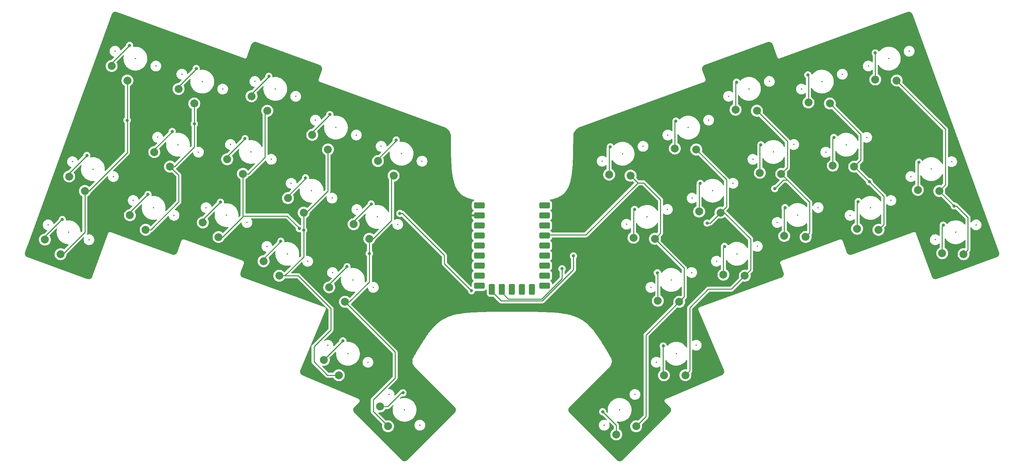
<source format=gtl>
%TF.GenerationSoftware,KiCad,Pcbnew,(6.0.11)*%
%TF.CreationDate,2024-03-25T22:10:58+09:00*%
%TF.ProjectId,gku34,676b7533-342e-46b6-9963-61645f706362,rev?*%
%TF.SameCoordinates,Original*%
%TF.FileFunction,Copper,L1,Top*%
%TF.FilePolarity,Positive*%
%FSLAX46Y46*%
G04 Gerber Fmt 4.6, Leading zero omitted, Abs format (unit mm)*
G04 Created by KiCad (PCBNEW (6.0.11)) date 2024-03-25 22:10:58*
%MOMM*%
%LPD*%
G01*
G04 APERTURE LIST*
G04 Aperture macros list*
%AMRoundRect*
0 Rectangle with rounded corners*
0 $1 Rounding radius*
0 $2 $3 $4 $5 $6 $7 $8 $9 X,Y pos of 4 corners*
0 Add a 4 corners polygon primitive as box body*
4,1,4,$2,$3,$4,$5,$6,$7,$8,$9,$2,$3,0*
0 Add four circle primitives for the rounded corners*
1,1,$1+$1,$2,$3*
1,1,$1+$1,$4,$5*
1,1,$1+$1,$6,$7*
1,1,$1+$1,$8,$9*
0 Add four rect primitives between the rounded corners*
20,1,$1+$1,$2,$3,$4,$5,0*
20,1,$1+$1,$4,$5,$6,$7,0*
20,1,$1+$1,$6,$7,$8,$9,0*
20,1,$1+$1,$8,$9,$2,$3,0*%
G04 Aperture macros list end*
%TA.AperFunction,ComponentPad*%
%ADD10C,2.000000*%
%TD*%
%TA.AperFunction,ComponentPad*%
%ADD11RoundRect,0.400000X-0.966000X-0.400000X0.966000X-0.400000X0.966000X0.400000X-0.966000X0.400000X0*%
%TD*%
%TA.AperFunction,ComponentPad*%
%ADD12RoundRect,0.400050X-0.965950X-0.400050X0.965950X-0.400050X0.965950X0.400050X-0.965950X0.400050X0*%
%TD*%
%TA.AperFunction,ComponentPad*%
%ADD13RoundRect,0.400000X-0.400000X-0.988000X0.400000X-0.988000X0.400000X0.988000X-0.400000X0.988000X0*%
%TD*%
%TA.AperFunction,ComponentPad*%
%ADD14RoundRect,0.393700X-0.393700X-0.994300X0.393700X-0.994300X0.393700X0.994300X-0.393700X0.994300X0*%
%TD*%
%TA.AperFunction,ViaPad*%
%ADD15C,0.800000*%
%TD*%
%TA.AperFunction,Conductor*%
%ADD16C,0.250000*%
%TD*%
%ADD17C,0.350000*%
G04 APERTURE END LIST*
D10*
%TO.P,SW19,1,1*%
%TO.N,col8*%
X226114762Y-56431779D03*
%TO.P,SW19,2,2*%
%TO.N,Net-(D19-Pad2)*%
X220698056Y-56168526D03*
%TD*%
%TO.P,SW33,1,1*%
%TO.N,col5*%
X170921930Y-122141930D03*
%TO.P,SW33,2,2*%
%TO.N,Net-(D33-Pad2)*%
X165901472Y-124192540D03*
%TD*%
%TO.P,SW25,1,1*%
%TO.N,col4*%
X97225238Y-90641779D03*
%TO.P,SW25,2,2*%
%TO.N,Net-(D25-Pad2)*%
X93245017Y-86958324D03*
%TD*%
%TO.P,SW24,1,1*%
%TO.N,col3*%
X80612081Y-84044186D03*
%TO.P,SW24,2,2*%
%TO.N,Net-(D24-Pad2)*%
X76631860Y-80360731D03*
%TD*%
%TO.P,SW12,1,1*%
%TO.N,col1*%
X52962081Y-56414186D03*
%TO.P,SW12,2,2*%
%TO.N,Net-(D12-Pad2)*%
X48981860Y-52730731D03*
%TD*%
%TO.P,SW1,1,1*%
%TO.N,col0*%
X42172081Y-34624186D03*
%TO.P,SW1,2,2*%
%TO.N,Net-(D1-Pad2)*%
X38191860Y-30940731D03*
%TD*%
%TO.P,SW8,1,1*%
%TO.N,col7*%
X201494762Y-42271779D03*
%TO.P,SW8,2,2*%
%TO.N,Net-(D8-Pad2)*%
X196078056Y-42008526D03*
%TD*%
%TO.P,SW23,1,1*%
%TO.N,col2*%
X65242081Y-74234186D03*
%TO.P,SW23,2,2*%
%TO.N,Net-(D23-Pad2)*%
X61261860Y-70550731D03*
%TD*%
D11*
%TO.P,RZ1,1,GP0*%
%TO.N,unconnected-(RZ1-Pad1)*%
X147791000Y-66245000D03*
%TO.P,RZ1,2,GP1*%
%TO.N,unconnected-(RZ1-Pad2)*%
X147791000Y-68785000D03*
%TO.P,RZ1,3,GP2*%
%TO.N,unconnected-(RZ1-Pad3)*%
X147791000Y-71325000D03*
%TO.P,RZ1,4,GP3*%
%TO.N,col5*%
X147791000Y-73865000D03*
%TO.P,RZ1,5,GP4*%
%TO.N,col6*%
X147791000Y-76405000D03*
D12*
%TO.P,RZ1,6,GP5*%
%TO.N,col7*%
X147791000Y-78945000D03*
%TO.P,RZ1,7,GP6*%
%TO.N,col8*%
X147791000Y-81485000D03*
%TO.P,RZ1,8,GP7*%
%TO.N,col9*%
X147791000Y-84025000D03*
%TO.P,RZ1,9,GP8*%
%TO.N,unconnected-(RZ1-Pad9)*%
X147791000Y-86565000D03*
D13*
%TO.P,RZ1,10,GP9*%
%TO.N,unconnected-(RZ1-Pad10)*%
X144585000Y-87463000D03*
D14*
%TO.P,RZ1,11,GP10*%
%TO.N,unconnected-(RZ1-Pad11)*%
X142045000Y-87463000D03*
%TO.P,RZ1,12,GP11*%
%TO.N,row3*%
X139505000Y-87463000D03*
%TO.P,RZ1,13,GP12*%
%TO.N,row2*%
X136965000Y-87463000D03*
%TO.P,RZ1,14,GP13*%
%TO.N,row1*%
X134425000Y-87463000D03*
D12*
%TO.P,RZ1,15,GP14*%
%TO.N,col2*%
X131219000Y-86565000D03*
%TO.P,RZ1,16,GP15*%
%TO.N,col3*%
X131219000Y-84025000D03*
%TO.P,RZ1,17,GP26*%
%TO.N,col4*%
X131219000Y-81485000D03*
%TO.P,RZ1,18,GP27*%
%TO.N,col1*%
X131219000Y-78945000D03*
%TO.P,RZ1,19,GP28*%
%TO.N,col0*%
X131219000Y-76405000D03*
%TO.P,RZ1,20,GP29*%
%TO.N,row0*%
X131219000Y-73865000D03*
%TO.P,RZ1,21,3V3*%
%TO.N,unconnected-(RZ1-Pad21)*%
X131219000Y-71325000D03*
%TO.P,RZ1,22,GND*%
%TO.N,GND*%
X131219000Y-68785000D03*
%TO.P,RZ1,23,5V*%
%TO.N,VCC*%
X131219000Y-66245000D03*
%TD*%
D10*
%TO.P,SW13,1,1*%
%TO.N,col2*%
X71402081Y-58234186D03*
%TO.P,SW13,2,2*%
%TO.N,Net-(D13-Pad2)*%
X67421860Y-54550731D03*
%TD*%
%TO.P,SW5,1,1*%
%TO.N,col4*%
X109542081Y-58694186D03*
%TO.P,SW5,2,2*%
%TO.N,Net-(D5-Pad2)*%
X105561860Y-55010731D03*
%TD*%
%TO.P,SW9,1,1*%
%TO.N,col8*%
X219957919Y-40444186D03*
%TO.P,SW9,2,2*%
%TO.N,Net-(D9-Pad2)*%
X214541213Y-40180933D03*
%TD*%
%TO.P,SW22,1,1*%
%TO.N,col1*%
X46792081Y-72404186D03*
%TO.P,SW22,2,2*%
%TO.N,Net-(D22-Pad2)*%
X42811860Y-68720731D03*
%TD*%
%TO.P,SW15,1,1*%
%TO.N,col4*%
X103402081Y-74684186D03*
%TO.P,SW15,2,2*%
%TO.N,Net-(D15-Pad2)*%
X99421860Y-71000731D03*
%TD*%
%TO.P,SWe,1,1*%
%TO.N,col9*%
X236867919Y-34624186D03*
%TO.P,SWe,2,2*%
%TO.N,Net-(D10-Pad2)*%
X231451213Y-34360933D03*
%TD*%
%TO.P,SW2,1,1*%
%TO.N,col1*%
X59095238Y-40441779D03*
%TO.P,SW2,2,2*%
%TO.N,Net-(D2-Pad2)*%
X55115017Y-36758324D03*
%TD*%
%TO.P,SW27,1,1*%
%TO.N,col6*%
X198427919Y-84024186D03*
%TO.P,SW27,2,2*%
%TO.N,Net-(D27-Pad2)*%
X193011213Y-83760933D03*
%TD*%
%TO.P,SW30,1,1*%
%TO.N,col9*%
X253804762Y-78571779D03*
%TO.P,SW30,2,2*%
%TO.N,Net-(D30-Pad2)*%
X248388056Y-78308526D03*
%TD*%
%TO.P,SW29,1,1*%
%TO.N,col8*%
X232267919Y-72404186D03*
%TO.P,SW29,2,2*%
%TO.N,Net-(D29-Pad2)*%
X226851213Y-72140933D03*
%TD*%
%TO.P,SW18,1,1*%
%TO.N,col7*%
X207659610Y-58245297D03*
%TO.P,SW18,2,2*%
%TO.N,Net-(D18-Pad2)*%
X202242904Y-57982044D03*
%TD*%
%TO.P,SW7,1,1*%
%TO.N,col6*%
X186134762Y-52081779D03*
%TO.P,SW7,2,2*%
%TO.N,Net-(D7-Pad2)*%
X180718056Y-51818526D03*
%TD*%
%TO.P,SW21,1,1*%
%TO.N,col0*%
X25262081Y-78574186D03*
%TO.P,SW21,2,2*%
%TO.N,Net-(D21-Pad2)*%
X21281860Y-74890731D03*
%TD*%
%TO.P,SW28,1,1*%
%TO.N,col7*%
X213827919Y-74214186D03*
%TO.P,SW28,2,2*%
%TO.N,Net-(D28-Pad2)*%
X208411213Y-73950933D03*
%TD*%
%TO.P,SW16,1,1*%
%TO.N,col5*%
X175674762Y-74671779D03*
%TO.P,SW16,2,2*%
%TO.N,Net-(D16-Pad2)*%
X170258056Y-74408526D03*
%TD*%
%TO.P,SW32,1,1*%
%TO.N,col4*%
X108138070Y-122141930D03*
%TO.P,SW32,2,2*%
%TO.N,Net-(D32-Pad2)*%
X106087460Y-117121472D03*
%TD*%
%TO.P,SW31,1,1*%
%TO.N,col3*%
X95679426Y-109208156D03*
%TO.P,SW31,2,2*%
%TO.N,Net-(D31-Pad2)*%
X91897437Y-105321440D03*
%TD*%
%TO.P,SW6,1,1*%
%TO.N,col5*%
X169514762Y-58701779D03*
%TO.P,SW6,2,2*%
%TO.N,Net-(D6-Pad2)*%
X164098056Y-58438526D03*
%TD*%
%TO.P,SW14,1,1*%
%TO.N,col3*%
X86772081Y-68064186D03*
%TO.P,SW14,2,2*%
%TO.N,Net-(D14-Pad2)*%
X82791860Y-64380731D03*
%TD*%
%TO.P,SW34,1,1*%
%TO.N,col6*%
X183385314Y-109200979D03*
%TO.P,SW34,2,2*%
%TO.N,Net-(D34-Pad2)*%
X177962254Y-109221574D03*
%TD*%
%TO.P,SW17,1,1*%
%TO.N,col6*%
X192287919Y-68054186D03*
%TO.P,SW17,2,2*%
%TO.N,Net-(D17-Pad2)*%
X186871213Y-67790933D03*
%TD*%
%TO.P,SW3,1,1*%
%TO.N,col2*%
X77572081Y-42284186D03*
%TO.P,SW3,2,2*%
%TO.N,Net-(D3-Pad2)*%
X73591860Y-38600731D03*
%TD*%
%TO.P,SW26,1,1*%
%TO.N,col5*%
X181834762Y-90641779D03*
%TO.P,SW26,2,2*%
%TO.N,Net-(D26-Pad2)*%
X176418056Y-90378526D03*
%TD*%
%TO.P,SW20,1,1*%
%TO.N,col9*%
X247634762Y-62581779D03*
%TO.P,SW20,2,2*%
%TO.N,Net-(D20-Pad2)*%
X242218056Y-62318526D03*
%TD*%
%TO.P,SW4,1,1*%
%TO.N,col3*%
X92932081Y-52074186D03*
%TO.P,SW4,2,2*%
%TO.N,Net-(D4-Pad2)*%
X88951860Y-48390731D03*
%TD*%
%TO.P,SW11,1,1*%
%TO.N,col0*%
X31415238Y-62591779D03*
%TO.P,SW11,2,2*%
%TO.N,Net-(D11-Pad2)*%
X27435017Y-58908324D03*
%TD*%
D15*
%TO.N,GND*%
X152100000Y-76900000D03*
%TO.N,col9*%
X251426492Y-66373508D03*
%TO.N,col8*%
X229934037Y-60225527D03*
%TO.N,col7*%
X206000000Y-62000000D03*
%TO.N,col6*%
X188900000Y-70700000D03*
%TO.N,Net-(D33-Pad2)*%
X162469744Y-118458170D03*
%TO.N,Net-(D34-Pad2)*%
X177786104Y-101813896D03*
%TO.N,Net-(D26-Pad2)*%
X176300000Y-83300000D03*
%TO.N,Net-(D27-Pad2)*%
X193292046Y-76607954D03*
%TO.N,Net-(D28-Pad2)*%
X208600000Y-66800000D03*
%TO.N,Net-(D29-Pad2)*%
X227132046Y-65267954D03*
%TO.N,Net-(D30-Pad2)*%
X248662046Y-71237954D03*
%TO.N,Net-(D16-Pad2)*%
X170532046Y-67232046D03*
%TO.N,Net-(D17-Pad2)*%
X187152046Y-60647954D03*
%TO.N,Net-(D18-Pad2)*%
X202500000Y-50900000D03*
%TO.N,Net-(D19-Pad2)*%
X220962046Y-49037954D03*
%TO.N,Net-(D20-Pad2)*%
X242492046Y-55307954D03*
%TO.N,Net-(D10-Pad2)*%
X231451213Y-27648787D03*
%TO.N,Net-(D9-Pad2)*%
X214400000Y-33200000D03*
%TO.N,Net-(D8-Pad2)*%
X196352046Y-35047954D03*
%TO.N,Net-(D7-Pad2)*%
X180992046Y-44907954D03*
%TO.N,Net-(D6-Pad2)*%
X164382046Y-51417954D03*
%TO.N,row1*%
X111130868Y-68250000D03*
%TO.N,col0*%
X42100000Y-44700000D03*
%TO.N,col1*%
X59100000Y-45600000D03*
%TO.N,col4*%
X103400000Y-78400000D03*
%TO.N,col2*%
X85700000Y-72100000D03*
%TO.N,col3*%
X86772081Y-72527919D03*
%TO.N,Net-(D32-Pad2)*%
X111915115Y-113684885D03*
%TO.N,Net-(D31-Pad2)*%
X96709439Y-100509439D03*
%TO.N,Net-(D25-Pad2)*%
X97762480Y-81762480D03*
%TO.N,Net-(D24-Pad2)*%
X80997480Y-75297480D03*
%TO.N,Net-(D23-Pad2)*%
X65712480Y-65412480D03*
%TO.N,Net-(D22-Pad2)*%
X47377480Y-63477480D03*
%TO.N,Net-(D21-Pad2)*%
X25692480Y-69792480D03*
%TO.N,Net-(D11-Pad2)*%
X31900000Y-53600000D03*
%TO.N,Net-(D12-Pad2)*%
X53517480Y-47517480D03*
%TO.N,Net-(D13-Pad2)*%
X71937480Y-49337480D03*
%TO.N,Net-(D14-Pad2)*%
X87252480Y-59252480D03*
%TO.N,Net-(D15-Pad2)*%
X103872480Y-65872480D03*
%TO.N,Net-(D5-Pad2)*%
X110192480Y-49692480D03*
%TO.N,Net-(D4-Pad2)*%
X93422480Y-43222480D03*
%TO.N,Net-(D3-Pad2)*%
X77957480Y-33557480D03*
%TO.N,Net-(D2-Pad2)*%
X59587480Y-31587480D03*
%TO.N,Net-(D1-Pad2)*%
X42722480Y-25722480D03*
%TO.N,row1*%
X129260000Y-87830000D03*
X155060000Y-79028919D03*
%TO.N,row2*%
X152170000Y-82260000D03*
%TO.N,GND*%
X121412000Y-88138000D03*
X69342000Y-37846000D03*
X112776000Y-57150000D03*
X115062000Y-76962000D03*
X172466000Y-77978000D03*
%TD*%
D16*
%TO.N,row1*%
X122370000Y-80940000D02*
X129260000Y-87830000D01*
X122370000Y-78870000D02*
X122370000Y-80940000D01*
X111750000Y-68250000D02*
X122370000Y-78870000D01*
X111130868Y-68250000D02*
X111750000Y-68250000D01*
%TO.N,Net-(D21-Pad2)*%
X21281860Y-74118140D02*
X21281860Y-74890731D01*
X25692480Y-69792480D02*
X25607520Y-69792480D01*
X25607520Y-69792480D02*
X21281860Y-74118140D01*
%TO.N,col9*%
X251973508Y-66373508D02*
X251426492Y-66373508D01*
X254900000Y-69300000D02*
X251973508Y-66373508D01*
X254900000Y-77476541D02*
X254900000Y-69300000D01*
X253804762Y-78571779D02*
X254900000Y-77476541D01*
X251426492Y-66373508D02*
X247634762Y-62581779D01*
%TO.N,col8*%
X229934037Y-60225527D02*
X233600000Y-63917017D01*
%TO.N,col7*%
X206000000Y-62000000D02*
X208200000Y-59800000D01*
X208200000Y-59800000D02*
X209200000Y-59800000D01*
%TO.N,col6*%
X188900000Y-70700000D02*
X189642105Y-70700000D01*
X189642105Y-70700000D02*
X192287919Y-68054186D01*
%TO.N,Net-(D33-Pad2)*%
X165901472Y-121889898D02*
X162469744Y-118458170D01*
X165901472Y-124192540D02*
X165901472Y-121889898D01*
%TO.N,Net-(D34-Pad2)*%
X177700000Y-108959320D02*
X177962254Y-109221574D01*
X177700000Y-101900000D02*
X177700000Y-108959320D01*
X177786104Y-101813896D02*
X177700000Y-101900000D01*
%TO.N,Net-(D26-Pad2)*%
X176418056Y-83418056D02*
X176418056Y-90378526D01*
X176300000Y-83300000D02*
X176418056Y-83418056D01*
%TO.N,col5*%
X183100000Y-82097017D02*
X175674762Y-74671779D01*
X183100000Y-89376541D02*
X183100000Y-82097017D01*
X181834762Y-90641779D02*
X183100000Y-89376541D01*
%TO.N,Net-(D27-Pad2)*%
X193011213Y-76888787D02*
X193011213Y-83760933D01*
X193292046Y-76607954D02*
X193011213Y-76888787D01*
%TO.N,col6*%
X199900000Y-74700000D02*
X199900000Y-82552105D01*
X193254186Y-68054186D02*
X199900000Y-74700000D01*
X199900000Y-82552105D02*
X198427919Y-84024186D01*
X192287919Y-68054186D02*
X193254186Y-68054186D01*
%TO.N,Net-(D28-Pad2)*%
X208411213Y-66988787D02*
X208411213Y-73950933D01*
X208600000Y-66800000D02*
X208411213Y-66988787D01*
%TO.N,Net-(D29-Pad2)*%
X226851213Y-65548787D02*
X226851213Y-72140933D01*
X227132046Y-65267954D02*
X226851213Y-65548787D01*
%TO.N,col8*%
X233600000Y-71072105D02*
X232267919Y-72404186D01*
X233600000Y-63917017D02*
X233600000Y-71072105D01*
X226114762Y-56431779D02*
X229934037Y-60225527D01*
%TO.N,Net-(D30-Pad2)*%
X248388056Y-78308526D02*
X248388056Y-71511944D01*
X248388056Y-71511944D02*
X248662046Y-71237954D01*
%TO.N,Net-(D16-Pad2)*%
X170258056Y-67506036D02*
X170532046Y-67232046D01*
X170258056Y-74408526D02*
X170258056Y-67506036D01*
%TO.N,col5*%
X172833509Y-60533509D02*
X171346491Y-60533509D01*
X177100000Y-73246541D02*
X177100000Y-64800000D01*
X177100000Y-64800000D02*
X172833509Y-60533509D01*
X175674762Y-74671779D02*
X177100000Y-73246541D01*
%TO.N,Net-(D17-Pad2)*%
X186871213Y-60928787D02*
X186871213Y-67790933D01*
X187152046Y-60647954D02*
X186871213Y-60928787D01*
%TO.N,col6*%
X193800000Y-66542105D02*
X192287919Y-68054186D01*
X193800000Y-59747017D02*
X193800000Y-66542105D01*
X186134762Y-52081779D02*
X193800000Y-59747017D01*
%TO.N,Net-(D18-Pad2)*%
X202242904Y-51157096D02*
X202242904Y-57982044D01*
X202500000Y-50900000D02*
X202242904Y-51157096D01*
%TO.N,col7*%
X209200000Y-49977017D02*
X201494762Y-42271779D01*
X209200000Y-56704907D02*
X209200000Y-49977017D01*
X207659610Y-58245297D02*
X209200000Y-56704907D01*
%TO.N,Net-(D19-Pad2)*%
X220698056Y-49301944D02*
X220962046Y-49037954D01*
X220698056Y-56168526D02*
X220698056Y-49301944D01*
%TO.N,col8*%
X227800000Y-48286267D02*
X227800000Y-54746541D01*
X219957919Y-40444186D02*
X227800000Y-48286267D01*
X227800000Y-54746541D02*
X226114762Y-56431779D01*
%TO.N,Net-(D20-Pad2)*%
X242492046Y-55307954D02*
X242218056Y-55581944D01*
X242218056Y-55581944D02*
X242218056Y-62318526D01*
%TO.N,col9*%
X249200000Y-61016541D02*
X249200000Y-46956267D01*
X249200000Y-46956267D02*
X236867919Y-34624186D01*
X247634762Y-62581779D02*
X249200000Y-61016541D01*
%TO.N,Net-(D10-Pad2)*%
X231451213Y-27648787D02*
X231451213Y-34360933D01*
%TO.N,Net-(D9-Pad2)*%
X214400000Y-33200000D02*
X214541213Y-33341213D01*
X214541213Y-33341213D02*
X214541213Y-40180933D01*
%TO.N,Net-(D8-Pad2)*%
X196078056Y-35321944D02*
X196078056Y-42008526D01*
X196352046Y-35047954D02*
X196078056Y-35321944D01*
%TO.N,Net-(D7-Pad2)*%
X180718056Y-45181944D02*
X180718056Y-51818526D01*
X180992046Y-44907954D02*
X180718056Y-45181944D01*
%TO.N,Net-(D6-Pad2)*%
X164098056Y-51701944D02*
X164098056Y-58438526D01*
X164382046Y-51417954D02*
X164098056Y-51701944D01*
%TO.N,col1*%
X59095238Y-44204762D02*
X59095238Y-40441779D01*
%TO.N,col4*%
X103400000Y-78400000D02*
X103402081Y-85597919D01*
%TO.N,col2*%
X85700000Y-72000000D02*
X82602081Y-68902081D01*
X82602081Y-68902081D02*
X71402081Y-68902081D01*
X85700000Y-72100000D02*
X85700000Y-72000000D01*
X71402081Y-68902081D02*
X71402081Y-69097919D01*
X71402081Y-58234186D02*
X71402081Y-68902081D01*
%TO.N,col3*%
X86772081Y-72527919D02*
X86772081Y-79227919D01*
%TO.N,Net-(D32-Pad2)*%
X111515115Y-113684885D02*
X111915115Y-113684885D01*
X108078528Y-117121472D02*
X111515115Y-113684885D01*
X106087460Y-117121472D02*
X108078528Y-117121472D01*
%TO.N,col4*%
X104400000Y-118403860D02*
X108138070Y-122141930D01*
X104400000Y-115400000D02*
X104400000Y-118403860D01*
X109920000Y-103336541D02*
X109920000Y-109880000D01*
X109920000Y-109880000D02*
X104400000Y-115400000D01*
X97225238Y-90641779D02*
X109920000Y-103336541D01*
%TO.N,Net-(D31-Pad2)*%
X96709439Y-100509439D02*
X91897437Y-105321440D01*
%TO.N,col3*%
X93700000Y-92340000D02*
X85404186Y-84044186D01*
X89400000Y-102000000D02*
X93700000Y-97700000D01*
X93700000Y-97700000D02*
X93700000Y-92340000D01*
X85404186Y-84044186D02*
X80612081Y-84044186D01*
X89400000Y-105800000D02*
X89400000Y-102000000D01*
X95679426Y-109208156D02*
X92808156Y-109208156D01*
X92808156Y-109208156D02*
X89400000Y-105800000D01*
%TO.N,Net-(D25-Pad2)*%
X97737520Y-81762480D02*
X93245017Y-86254983D01*
X97762480Y-81762480D02*
X97737520Y-81762480D01*
%TO.N,Net-(D24-Pad2)*%
X80997480Y-75402520D02*
X76631860Y-79768140D01*
X80997480Y-75297480D02*
X80997480Y-75402520D01*
%TO.N,Net-(D23-Pad2)*%
X65687520Y-65412480D02*
X61261860Y-69838140D01*
X65712480Y-65412480D02*
X65687520Y-65412480D01*
%TO.N,Net-(D22-Pad2)*%
X47377480Y-63477480D02*
X47322520Y-63477480D01*
X47322520Y-63477480D02*
X42811860Y-67988140D01*
%TO.N,Net-(D11-Pad2)*%
X27435017Y-58064983D02*
X31900000Y-53600000D01*
X27435017Y-58908324D02*
X27435017Y-58064983D01*
%TO.N,Net-(D12-Pad2)*%
X53517480Y-47517480D02*
X53517480Y-47582520D01*
X53517480Y-47582520D02*
X48981860Y-52118140D01*
%TO.N,Net-(D13-Pad2)*%
X71937480Y-49362520D02*
X67421860Y-53878140D01*
X71937480Y-49337480D02*
X71937480Y-49362520D01*
%TO.N,Net-(D14-Pad2)*%
X87252480Y-59447520D02*
X82791860Y-63908140D01*
X87252480Y-59252480D02*
X87252480Y-59447520D01*
%TO.N,Net-(D15-Pad2)*%
X103827520Y-65872480D02*
X99421860Y-70278140D01*
X103872480Y-65872480D02*
X103827520Y-65872480D01*
%TO.N,Net-(D5-Pad2)*%
X110192480Y-49907520D02*
X105561860Y-54538140D01*
X105561860Y-54538140D02*
X105561860Y-55010731D01*
X110192480Y-49692480D02*
X110192480Y-49907520D01*
%TO.N,Net-(D4-Pad2)*%
X88951860Y-47748140D02*
X88951860Y-48390731D01*
X93422480Y-43277520D02*
X88951860Y-47748140D01*
X93422480Y-43222480D02*
X93422480Y-43277520D01*
%TO.N,Net-(D3-Pad2)*%
X73591860Y-38008140D02*
X73591860Y-38600731D01*
X77957480Y-33642520D02*
X73591860Y-38008140D01*
X77957480Y-33557480D02*
X77957480Y-33642520D01*
%TO.N,Net-(D2-Pad2)*%
X55115017Y-36184983D02*
X55115017Y-36758324D01*
X59587480Y-31712520D02*
X55115017Y-36184983D01*
X59587480Y-31587480D02*
X59587480Y-31712520D01*
%TO.N,Net-(D1-Pad2)*%
X38191860Y-30208140D02*
X38191860Y-30940731D01*
X42677520Y-25722480D02*
X38191860Y-30208140D01*
X42722480Y-25722480D02*
X42677520Y-25722480D01*
%TO.N,row1*%
X134435000Y-88055000D02*
X134435000Y-86615000D01*
X147176396Y-90380000D02*
X136760000Y-90380000D01*
X155060000Y-79028919D02*
X155060000Y-82496396D01*
X155060000Y-82496396D02*
X147176396Y-90380000D01*
X136760000Y-90380000D02*
X134435000Y-88055000D01*
%TO.N,row2*%
X146990000Y-89930000D02*
X138550000Y-89930000D01*
X152170000Y-84750000D02*
X146990000Y-89930000D01*
X136975000Y-88355000D02*
X136975000Y-86615000D01*
X152170000Y-82260000D02*
X152170000Y-84750000D01*
X138550000Y-89930000D02*
X136975000Y-88355000D01*
%TO.N,col5*%
X173420000Y-119643860D02*
X173420000Y-99056541D01*
X147135000Y-73705000D02*
X158175000Y-73705000D01*
X170921930Y-122141930D02*
X173420000Y-119643860D01*
X173420000Y-99056541D02*
X181834762Y-90641779D01*
X158175000Y-73705000D02*
X171346491Y-60533509D01*
X171346491Y-60533509D02*
X169514762Y-58701779D01*
%TO.N,col6*%
X195032105Y-87420000D02*
X198427919Y-84024186D01*
X189200000Y-87420000D02*
X195032105Y-87420000D01*
X183385314Y-109200979D02*
X184500000Y-108086293D01*
X184500000Y-108086293D02*
X184500000Y-92120000D01*
X184500000Y-92120000D02*
X189200000Y-87420000D01*
%TO.N,col7*%
X214827919Y-65413606D02*
X207659610Y-58245297D01*
X214827919Y-73214186D02*
X214827919Y-65413606D01*
X213827919Y-74214186D02*
X214827919Y-73214186D01*
%TO.N,col2*%
X77000000Y-54068134D02*
X72833948Y-58234186D01*
X71402081Y-69097919D02*
X66265814Y-74234186D01*
X77000000Y-42856267D02*
X77000000Y-54068134D01*
X66265814Y-74234186D02*
X65242081Y-74234186D01*
X72833948Y-58234186D02*
X71402081Y-58234186D01*
X77572081Y-42284186D02*
X77000000Y-42856267D01*
%TO.N,col3*%
X87435814Y-68064186D02*
X86772081Y-68064186D01*
X86772081Y-79227919D02*
X81955814Y-84044186D01*
X92932081Y-62567919D02*
X87435814Y-68064186D01*
X81955814Y-84044186D02*
X80612081Y-84044186D01*
X86772081Y-68064186D02*
X86772081Y-72527919D01*
X92932081Y-52074186D02*
X92932081Y-62567919D01*
%TO.N,col4*%
X109000000Y-70042081D02*
X104357895Y-74684186D01*
X104357895Y-74684186D02*
X103402081Y-74684186D01*
X109542081Y-58694186D02*
X109000000Y-59236267D01*
X98358221Y-90641779D02*
X97225238Y-90641779D01*
X109000000Y-59236267D02*
X109000000Y-70042081D01*
X103402081Y-74684186D02*
X103400000Y-78400000D01*
X103402081Y-85597919D02*
X98358221Y-90641779D01*
%TO.N,col1*%
X59095238Y-51404762D02*
X59095238Y-44204762D01*
X55160000Y-58612105D02*
X52962081Y-56414186D01*
X46792081Y-72404186D02*
X48095814Y-72404186D01*
X55160000Y-65340000D02*
X55160000Y-58612105D01*
X54085814Y-56414186D02*
X59095238Y-51404762D01*
X52962081Y-56414186D02*
X54085814Y-56414186D01*
X48095814Y-72404186D02*
X55160000Y-65340000D01*
%TO.N,col0*%
X42172081Y-34624186D02*
X42172081Y-52827919D01*
X31415238Y-62591779D02*
X31415238Y-72984762D01*
X42172081Y-52827919D02*
X32408221Y-62591779D01*
X31415238Y-72984762D02*
X25825814Y-78574186D01*
X32408221Y-62591779D02*
X31415238Y-62591779D01*
X25825814Y-78574186D02*
X25262081Y-78574186D01*
%TD*%
%TA.AperFunction,Conductor*%
%TO.N,GND*%
G36*
X39288991Y-17221801D02*
G01*
X39310613Y-17225613D01*
X39427379Y-17256901D01*
X39442827Y-17263119D01*
X39442964Y-17262757D01*
X39451362Y-17265930D01*
X39459225Y-17270262D01*
X39490309Y-17277182D01*
X39506007Y-17281766D01*
X41202524Y-17899247D01*
X71733788Y-29011719D01*
X71734510Y-29011984D01*
X71792585Y-29033524D01*
X71807303Y-29038983D01*
X71824931Y-29040231D01*
X71836795Y-29041071D01*
X71853771Y-29043441D01*
X71873934Y-29047672D01*
X71873937Y-29047672D01*
X71882715Y-29049514D01*
X71891659Y-29048818D01*
X71891663Y-29048818D01*
X71908313Y-29047522D01*
X71926987Y-29047457D01*
X71943636Y-29048636D01*
X71943640Y-29048636D01*
X71952597Y-29049270D01*
X71981506Y-29042994D01*
X71998450Y-29040507D01*
X72018983Y-29038909D01*
X72018985Y-29038908D01*
X72027933Y-29038212D01*
X72040307Y-29033524D01*
X72051944Y-29029116D01*
X72069847Y-29023813D01*
X72071584Y-29023436D01*
X72094939Y-29018365D01*
X72102825Y-29014074D01*
X72102828Y-29014073D01*
X72120911Y-29004234D01*
X72136493Y-28997083D01*
X72136528Y-28997070D01*
X72164143Y-28986608D01*
X72171307Y-28981199D01*
X72171310Y-28981198D01*
X72184643Y-28971133D01*
X72200337Y-28961019D01*
X72214998Y-28953042D01*
X72214999Y-28953041D01*
X72222884Y-28948751D01*
X72229245Y-28942424D01*
X72229251Y-28942419D01*
X72243849Y-28927897D01*
X72256793Y-28916665D01*
X72273228Y-28904258D01*
X72273232Y-28904254D01*
X72280394Y-28898847D01*
X72285751Y-28891647D01*
X72285754Y-28891644D01*
X72295722Y-28878246D01*
X72307949Y-28864131D01*
X72319784Y-28852358D01*
X72319785Y-28852357D01*
X72326149Y-28846026D01*
X72333283Y-28833076D01*
X72340419Y-28820124D01*
X72349690Y-28805711D01*
X72361980Y-28789192D01*
X72361981Y-28789190D01*
X72367341Y-28781986D01*
X72379323Y-28749682D01*
X72379615Y-28748973D01*
X72380152Y-28747998D01*
X72390895Y-28718482D01*
X72417994Y-28645420D01*
X72418092Y-28644027D01*
X72418467Y-28642729D01*
X73547222Y-25541499D01*
X73555261Y-25523797D01*
X73562507Y-25510644D01*
X73562507Y-25510643D01*
X73566839Y-25502780D01*
X73569616Y-25490305D01*
X73578408Y-25464440D01*
X73632487Y-25348461D01*
X73643469Y-25329439D01*
X73729954Y-25205924D01*
X73744072Y-25189099D01*
X73850689Y-25082480D01*
X73867514Y-25068362D01*
X73895844Y-25048525D01*
X73991031Y-24981874D01*
X74010042Y-24970898D01*
X74133001Y-24913561D01*
X74146703Y-24907171D01*
X74167342Y-24899659D01*
X74197565Y-24891561D01*
X74312989Y-24860633D01*
X74334611Y-24856821D01*
X74484832Y-24843679D01*
X74506790Y-24843680D01*
X74605471Y-24852314D01*
X74656994Y-24856822D01*
X74678625Y-24860636D01*
X74795531Y-24891963D01*
X74810844Y-24898127D01*
X74810987Y-24897748D01*
X74819380Y-24900920D01*
X74827244Y-24905252D01*
X74836007Y-24907203D01*
X74858322Y-24912171D01*
X74874033Y-24916758D01*
X90763315Y-30699983D01*
X90781015Y-30708021D01*
X90794173Y-30715270D01*
X90794178Y-30715272D01*
X90802033Y-30719599D01*
X90814512Y-30722377D01*
X90840374Y-30731169D01*
X90846686Y-30734112D01*
X90956360Y-30785251D01*
X90975376Y-30796229D01*
X91098899Y-30882719D01*
X91115715Y-30896828D01*
X91123619Y-30904731D01*
X91222346Y-31003455D01*
X91236463Y-31020279D01*
X91254213Y-31045628D01*
X91322952Y-31143794D01*
X91333934Y-31162814D01*
X91397663Y-31299475D01*
X91405174Y-31320113D01*
X91413961Y-31352902D01*
X91444204Y-31465763D01*
X91448018Y-31487392D01*
X91460665Y-31631914D01*
X91461162Y-31637599D01*
X91461163Y-31659560D01*
X91455297Y-31726624D01*
X91448022Y-31809783D01*
X91444208Y-31831412D01*
X91412934Y-31948136D01*
X91406702Y-31963622D01*
X91407059Y-31963757D01*
X91403885Y-31972157D01*
X91399555Y-31980017D01*
X91397605Y-31988776D01*
X91397605Y-31988777D01*
X91392639Y-32011087D01*
X91388050Y-32026805D01*
X91355780Y-32115465D01*
X90573274Y-34265386D01*
X90564606Y-34289200D01*
X90564371Y-34289840D01*
X90537362Y-34362660D01*
X90536728Y-34371617D01*
X90535274Y-34392149D01*
X90532904Y-34409123D01*
X90526830Y-34438072D01*
X90528823Y-34463680D01*
X90528888Y-34482345D01*
X90527075Y-34507954D01*
X90528980Y-34516728D01*
X90533350Y-34536855D01*
X90535838Y-34553808D01*
X90536400Y-34561018D01*
X90538133Y-34583290D01*
X90541312Y-34591682D01*
X90541313Y-34591685D01*
X90547229Y-34607301D01*
X90552532Y-34625204D01*
X90557980Y-34650296D01*
X90562271Y-34658182D01*
X90562272Y-34658185D01*
X90572111Y-34676268D01*
X90579262Y-34691850D01*
X90589737Y-34719500D01*
X90595146Y-34726664D01*
X90595147Y-34726667D01*
X90605212Y-34740000D01*
X90615326Y-34755694D01*
X90623210Y-34770184D01*
X90627594Y-34778241D01*
X90633921Y-34784602D01*
X90633926Y-34784608D01*
X90648448Y-34799206D01*
X90659680Y-34812150D01*
X90672087Y-34828585D01*
X90672091Y-34828589D01*
X90677498Y-34835751D01*
X90684698Y-34841108D01*
X90684701Y-34841111D01*
X90698099Y-34851079D01*
X90712214Y-34863306D01*
X90714606Y-34865710D01*
X90730319Y-34881506D01*
X90738183Y-34885838D01*
X90738184Y-34885839D01*
X90756221Y-34895776D01*
X90770634Y-34905047D01*
X90787153Y-34917337D01*
X90787155Y-34917338D01*
X90794359Y-34922698D01*
X90826663Y-34934680D01*
X90827372Y-34934972D01*
X90828347Y-34935509D01*
X90857737Y-34946206D01*
X90857986Y-34946298D01*
X90930925Y-34973351D01*
X90932318Y-34973449D01*
X90933616Y-34973824D01*
X109794323Y-41838560D01*
X122363587Y-46413399D01*
X122381280Y-46421433D01*
X122402294Y-46433010D01*
X122420118Y-46436978D01*
X122442334Y-46444138D01*
X122657564Y-46536296D01*
X122670085Y-46542501D01*
X122898325Y-46671831D01*
X122910077Y-46679379D01*
X123101013Y-46817573D01*
X123122610Y-46833204D01*
X123133456Y-46842011D01*
X123325369Y-47016358D01*
X123327628Y-47018410D01*
X123337432Y-47028363D01*
X123392718Y-47091099D01*
X123510884Y-47225189D01*
X123519527Y-47236169D01*
X123655597Y-47430279D01*
X123670112Y-47450986D01*
X123677484Y-47462852D01*
X123803357Y-47693032D01*
X123809367Y-47705635D01*
X123901453Y-47930011D01*
X123908975Y-47948338D01*
X123913554Y-47961534D01*
X123954362Y-48104267D01*
X123985672Y-48213779D01*
X123988762Y-48227407D01*
X124032501Y-48486066D01*
X124034064Y-48499954D01*
X124046894Y-48726626D01*
X124045615Y-48752999D01*
X124044131Y-48762597D01*
X124047815Y-48790534D01*
X124048345Y-48794556D01*
X124049426Y-48810732D01*
X124052012Y-49926308D01*
X124052070Y-49951469D01*
X124052047Y-49952121D01*
X124051936Y-49952862D01*
X124051948Y-49954961D01*
X124051948Y-49954969D01*
X124052160Y-49991226D01*
X124052162Y-49991668D01*
X124052231Y-50021243D01*
X124052245Y-50027199D01*
X124052352Y-50027934D01*
X124052378Y-50028591D01*
X124058692Y-51110324D01*
X124058694Y-51110690D01*
X124058664Y-51111676D01*
X124058507Y-51112766D01*
X124058540Y-51115774D01*
X124058540Y-51115780D01*
X124058925Y-51150692D01*
X124058931Y-51151345D01*
X124058972Y-51158288D01*
X124059135Y-51186250D01*
X124059296Y-51187328D01*
X124059340Y-51188338D01*
X124070592Y-52208543D01*
X124070558Y-52209967D01*
X124070354Y-52211457D01*
X124070899Y-52241494D01*
X124071034Y-52248910D01*
X124071046Y-52249721D01*
X124071424Y-52283946D01*
X124071653Y-52285426D01*
X124071724Y-52286839D01*
X124088959Y-53235472D01*
X124089167Y-53246919D01*
X124089136Y-53248861D01*
X124088888Y-53250812D01*
X124089022Y-53255672D01*
X124089022Y-53255673D01*
X124089898Y-53287428D01*
X124089925Y-53288613D01*
X124090534Y-53322135D01*
X124090848Y-53324077D01*
X124090963Y-53326037D01*
X124098251Y-53590279D01*
X124115831Y-54227639D01*
X124115818Y-54230250D01*
X124115532Y-54232735D01*
X124116589Y-54259379D01*
X124116949Y-54268460D01*
X124117000Y-54269981D01*
X124117753Y-54297279D01*
X124117902Y-54302689D01*
X124118325Y-54305154D01*
X124118510Y-54307822D01*
X124151782Y-55146841D01*
X124152009Y-55152577D01*
X124152039Y-55156058D01*
X124151728Y-55159166D01*
X124152546Y-55174084D01*
X124153633Y-55193905D01*
X124153723Y-55195811D01*
X124154191Y-55207603D01*
X124154980Y-55227509D01*
X124155544Y-55230575D01*
X124155840Y-55234136D01*
X124162083Y-55347980D01*
X124199136Y-56023647D01*
X124199254Y-56028266D01*
X124198945Y-56032080D01*
X124199917Y-56045266D01*
X124201414Y-56065596D01*
X124201566Y-56067952D01*
X124202441Y-56083908D01*
X124203243Y-56098524D01*
X124203990Y-56102270D01*
X124204467Y-56107036D01*
X124258549Y-56841013D01*
X124258672Y-56842679D01*
X124258959Y-56848851D01*
X124258690Y-56853492D01*
X124259160Y-56858344D01*
X124259160Y-56858349D01*
X124261808Y-56885689D01*
X124262054Y-56888575D01*
X124264199Y-56917694D01*
X124265157Y-56922065D01*
X124265236Y-56922609D01*
X124265964Y-56928619D01*
X124332095Y-57611586D01*
X124332542Y-57617787D01*
X124332675Y-57620592D01*
X124332528Y-57625461D01*
X124336344Y-57655973D01*
X124336730Y-57659455D01*
X124339399Y-57687019D01*
X124340459Y-57691375D01*
X124341199Y-57695749D01*
X124341991Y-57701134D01*
X124421118Y-58333852D01*
X124421536Y-58340364D01*
X124421686Y-58340352D01*
X124422078Y-58345201D01*
X124422095Y-58350074D01*
X124422861Y-58354881D01*
X124422861Y-58354884D01*
X124426652Y-58378678D01*
X124427246Y-58382858D01*
X124430456Y-58408522D01*
X124431637Y-58412844D01*
X124432507Y-58417239D01*
X124432439Y-58417253D01*
X124433814Y-58423634D01*
X124446713Y-58504597D01*
X124518058Y-58952409D01*
X124527550Y-59011990D01*
X124528334Y-59019746D01*
X124528336Y-59019746D01*
X124528923Y-59024578D01*
X124529135Y-59029440D01*
X124530092Y-59034207D01*
X124530093Y-59034216D01*
X124534425Y-59055797D01*
X124535319Y-59060766D01*
X124538355Y-59079819D01*
X124538357Y-59079829D01*
X124539063Y-59084258D01*
X124540392Y-59088552D01*
X124540721Y-59089961D01*
X124543392Y-59100459D01*
X124643574Y-59599507D01*
X124653072Y-59646821D01*
X124655012Y-59660130D01*
X124655516Y-59665646D01*
X124656700Y-59670368D01*
X124656701Y-59670374D01*
X124661480Y-59689432D01*
X124662798Y-59695275D01*
X124666131Y-59711879D01*
X124666133Y-59711887D01*
X124667014Y-59716274D01*
X124668509Y-59720495D01*
X124669123Y-59722229D01*
X124672566Y-59733643D01*
X124701252Y-59848042D01*
X124799639Y-60240409D01*
X124802061Y-60252577D01*
X124803264Y-60260699D01*
X124804708Y-60265341D01*
X124809765Y-60281599D01*
X124811662Y-60288358D01*
X124816233Y-60306586D01*
X124819638Y-60314917D01*
X124823312Y-60325149D01*
X124969353Y-60794650D01*
X124972219Y-60805562D01*
X124974556Y-60816424D01*
X124976302Y-60820973D01*
X124981369Y-60834174D01*
X124984048Y-60841892D01*
X124988779Y-60857103D01*
X124990700Y-60861143D01*
X124990703Y-60861151D01*
X124993893Y-60867859D01*
X124997734Y-60876814D01*
X125164456Y-61311211D01*
X125167694Y-61320778D01*
X125171682Y-61334329D01*
X125173758Y-61338730D01*
X125173759Y-61338733D01*
X125178528Y-61348843D01*
X125182198Y-61357438D01*
X125186840Y-61369533D01*
X125194128Y-61382602D01*
X125198041Y-61390218D01*
X125387219Y-61791316D01*
X125390749Y-61799546D01*
X125391510Y-61801510D01*
X125396921Y-61815476D01*
X125399359Y-61819694D01*
X125403499Y-61826858D01*
X125408366Y-61836153D01*
X125410746Y-61841200D01*
X125410755Y-61841216D01*
X125412660Y-61845255D01*
X125422554Y-61860260D01*
X125426437Y-61866543D01*
X125616979Y-62196206D01*
X125639808Y-62235703D01*
X125643556Y-62242686D01*
X125652337Y-62260365D01*
X125655147Y-62264339D01*
X125655153Y-62264349D01*
X125658461Y-62269027D01*
X125664668Y-62278714D01*
X125668419Y-62285204D01*
X125671185Y-62288721D01*
X125671185Y-62288722D01*
X125681155Y-62301402D01*
X125684979Y-62306530D01*
X125689976Y-62313596D01*
X125924034Y-62644610D01*
X125928014Y-62650593D01*
X125936929Y-62664862D01*
X125939508Y-62668990D01*
X125942687Y-62672668D01*
X125942689Y-62672670D01*
X125945198Y-62675572D01*
X125952749Y-62685219D01*
X125953399Y-62686138D01*
X125953404Y-62686144D01*
X125955987Y-62689797D01*
X125959061Y-62693046D01*
X125971535Y-62706231D01*
X125975325Y-62710422D01*
X126241105Y-63017862D01*
X126245416Y-63023130D01*
X126256321Y-63037216D01*
X126256327Y-63037222D01*
X126259304Y-63041068D01*
X126264923Y-63046382D01*
X126273652Y-63055511D01*
X126273748Y-63055622D01*
X126273754Y-63055628D01*
X126276688Y-63059022D01*
X126294561Y-63074562D01*
X126298446Y-63078087D01*
X126334525Y-63112209D01*
X126591485Y-63355233D01*
X126596319Y-63360060D01*
X126611853Y-63376442D01*
X126615699Y-63379412D01*
X126615705Y-63379417D01*
X126618074Y-63381246D01*
X126627635Y-63389423D01*
X126627835Y-63389612D01*
X126627843Y-63389618D01*
X126631099Y-63392698D01*
X126650339Y-63406296D01*
X126654537Y-63409399D01*
X126968412Y-63651748D01*
X126975002Y-63656836D01*
X126980676Y-63661487D01*
X126985243Y-63665458D01*
X126996755Y-63675469D01*
X127004432Y-63680296D01*
X127014364Y-63687229D01*
X127019085Y-63690874D01*
X127038430Y-63701828D01*
X127043398Y-63704795D01*
X127391204Y-63923475D01*
X127397973Y-63928044D01*
X127409534Y-63936405D01*
X127409542Y-63936410D01*
X127413487Y-63939263D01*
X127423442Y-63944340D01*
X127433245Y-63949908D01*
X127440067Y-63954197D01*
X127444164Y-63956022D01*
X127444166Y-63956023D01*
X127458355Y-63962344D01*
X127464334Y-63965198D01*
X127612619Y-64040830D01*
X127838730Y-64156157D01*
X127839714Y-64156659D01*
X127847768Y-64161146D01*
X127861776Y-64169638D01*
X127874594Y-64174914D01*
X127883868Y-64179180D01*
X127893455Y-64184070D01*
X127909761Y-64189645D01*
X127916956Y-64192353D01*
X128320509Y-64358474D01*
X128329970Y-64362834D01*
X128337500Y-64366690D01*
X128337507Y-64366693D01*
X128341833Y-64368908D01*
X128357828Y-64374186D01*
X128366294Y-64377321D01*
X128374578Y-64380731D01*
X128379011Y-64382556D01*
X128383361Y-64383659D01*
X128383362Y-64383659D01*
X128392716Y-64386030D01*
X128401243Y-64388514D01*
X128834146Y-64531377D01*
X128845002Y-64535525D01*
X128854389Y-64539616D01*
X128859102Y-64540852D01*
X128859107Y-64540854D01*
X128873630Y-64544664D01*
X128881145Y-64546887D01*
X128897049Y-64552136D01*
X128901449Y-64552921D01*
X128901457Y-64552923D01*
X128907928Y-64554077D01*
X128917766Y-64556242D01*
X129196057Y-64629244D01*
X129381603Y-64677917D01*
X129393752Y-64681770D01*
X129400613Y-64684336D01*
X129422924Y-64688938D01*
X129429410Y-64690457D01*
X129429429Y-64690462D01*
X129444083Y-64694307D01*
X129444091Y-64694309D01*
X129448431Y-64695447D01*
X129456482Y-64696371D01*
X129467569Y-64698147D01*
X129514009Y-64707726D01*
X129852439Y-64777537D01*
X129915113Y-64810888D01*
X129949808Y-64872829D01*
X129945506Y-64943696D01*
X129903575Y-65000987D01*
X129884186Y-65013205D01*
X129833153Y-65039208D01*
X129755492Y-65078778D01*
X129750363Y-65082931D01*
X129750362Y-65082932D01*
X129680240Y-65139716D01*
X129607069Y-65198969D01*
X129602918Y-65204095D01*
X129514148Y-65313717D01*
X129486878Y-65347392D01*
X129400173Y-65517561D01*
X129398465Y-65523934D01*
X129398465Y-65523935D01*
X129355964Y-65682552D01*
X129350742Y-65702039D01*
X129350289Y-65707793D01*
X129350289Y-65707794D01*
X129344792Y-65777646D01*
X129344500Y-65781354D01*
X129344500Y-66708646D01*
X129344693Y-66711093D01*
X129344693Y-66711104D01*
X129350289Y-66782206D01*
X129350742Y-66787961D01*
X129352236Y-66793536D01*
X129352236Y-66793537D01*
X129397113Y-66961018D01*
X129400173Y-66972439D01*
X129486878Y-67142608D01*
X129491031Y-67147737D01*
X129491032Y-67147738D01*
X129559304Y-67232046D01*
X129607069Y-67291031D01*
X129612195Y-67295182D01*
X129695947Y-67363003D01*
X129755492Y-67411222D01*
X129755814Y-67411386D01*
X129800542Y-67463507D01*
X129810309Y-67533828D01*
X129780508Y-67598267D01*
X129754306Y-67620971D01*
X129750635Y-67623355D01*
X129612551Y-67735174D01*
X129603274Y-67744451D01*
X129491454Y-67882536D01*
X129484304Y-67893547D01*
X129403637Y-68051864D01*
X129398936Y-68064110D01*
X129352733Y-68236543D01*
X129350786Y-68247870D01*
X129345193Y-68318935D01*
X129345000Y-68323862D01*
X129345000Y-68512885D01*
X129349475Y-68528124D01*
X129350865Y-68529329D01*
X129358548Y-68531000D01*
X131347000Y-68531000D01*
X131415121Y-68551002D01*
X131461614Y-68604658D01*
X131473000Y-68657000D01*
X131473000Y-68913000D01*
X131452998Y-68981121D01*
X131399342Y-69027614D01*
X131347000Y-69039000D01*
X129363115Y-69039000D01*
X129347876Y-69043475D01*
X129346671Y-69044865D01*
X129345000Y-69052548D01*
X129345000Y-69246139D01*
X129345193Y-69251065D01*
X129350786Y-69322130D01*
X129352733Y-69333457D01*
X129398936Y-69505890D01*
X129403637Y-69518136D01*
X129484304Y-69676453D01*
X129491454Y-69687464D01*
X129603274Y-69825549D01*
X129612551Y-69834826D01*
X129750635Y-69946645D01*
X129754306Y-69949029D01*
X129800541Y-70002906D01*
X129810309Y-70073228D01*
X129780508Y-70137667D01*
X129757076Y-70157971D01*
X129755492Y-70158778D01*
X129750361Y-70162933D01*
X129671705Y-70226628D01*
X129607069Y-70278969D01*
X129602918Y-70284095D01*
X129530445Y-70373592D01*
X129486878Y-70427392D01*
X129400173Y-70597561D01*
X129398465Y-70603934D01*
X129398465Y-70603935D01*
X129357762Y-70755842D01*
X129350742Y-70782039D01*
X129350289Y-70787793D01*
X129350289Y-70787794D01*
X129344849Y-70856922D01*
X129344500Y-70861354D01*
X129344500Y-71788646D01*
X129344693Y-71791093D01*
X129344693Y-71791104D01*
X129350289Y-71862206D01*
X129350742Y-71867961D01*
X129352236Y-71873536D01*
X129352236Y-71873537D01*
X129398251Y-72045266D01*
X129400173Y-72052439D01*
X129486878Y-72222608D01*
X129607069Y-72371031D01*
X129612195Y-72375182D01*
X129720417Y-72462819D01*
X129755414Y-72491159D01*
X129755415Y-72491160D01*
X129755492Y-72491222D01*
X129755481Y-72491236D01*
X129800080Y-72543207D01*
X129809847Y-72613528D01*
X129780045Y-72677967D01*
X129756794Y-72698114D01*
X129755492Y-72698778D01*
X129750361Y-72702933D01*
X129671705Y-72766628D01*
X129607069Y-72818969D01*
X129602918Y-72824095D01*
X129495326Y-72956960D01*
X129486878Y-72967392D01*
X129400173Y-73137561D01*
X129398465Y-73143934D01*
X129398465Y-73143935D01*
X129354147Y-73309333D01*
X129350742Y-73322039D01*
X129350289Y-73327793D01*
X129350289Y-73327794D01*
X129344937Y-73395806D01*
X129344500Y-73401354D01*
X129344500Y-74328646D01*
X129344693Y-74331093D01*
X129344693Y-74331104D01*
X129350289Y-74402206D01*
X129350742Y-74407961D01*
X129352236Y-74413536D01*
X129352236Y-74413537D01*
X129379251Y-74514359D01*
X129400173Y-74592439D01*
X129486878Y-74762608D01*
X129491031Y-74767737D01*
X129491032Y-74767738D01*
X129597080Y-74898696D01*
X129607069Y-74911031D01*
X129612195Y-74915182D01*
X129688818Y-74977230D01*
X129755414Y-75031159D01*
X129755415Y-75031160D01*
X129755492Y-75031222D01*
X129755481Y-75031236D01*
X129800080Y-75083207D01*
X129809847Y-75153528D01*
X129780045Y-75217967D01*
X129756794Y-75238114D01*
X129755492Y-75238778D01*
X129750361Y-75242933D01*
X129671705Y-75306628D01*
X129607069Y-75358969D01*
X129602918Y-75364095D01*
X129492891Y-75499967D01*
X129486878Y-75507392D01*
X129400173Y-75677561D01*
X129398465Y-75683934D01*
X129398465Y-75683935D01*
X129355957Y-75842578D01*
X129350742Y-75862039D01*
X129350289Y-75867793D01*
X129350289Y-75867794D01*
X129344814Y-75937367D01*
X129344500Y-75941354D01*
X129344500Y-76868646D01*
X129344693Y-76871093D01*
X129344693Y-76871104D01*
X129350289Y-76942206D01*
X129350742Y-76947961D01*
X129352236Y-76953536D01*
X129352236Y-76953537D01*
X129388148Y-77087561D01*
X129400173Y-77132439D01*
X129486878Y-77302608D01*
X129491031Y-77307737D01*
X129491032Y-77307738D01*
X129537212Y-77364765D01*
X129607069Y-77451031D01*
X129612195Y-77455182D01*
X129672748Y-77504217D01*
X129755414Y-77571159D01*
X129755415Y-77571160D01*
X129755492Y-77571222D01*
X129755481Y-77571236D01*
X129800080Y-77623207D01*
X129809847Y-77693528D01*
X129780045Y-77757967D01*
X129756794Y-77778114D01*
X129755492Y-77778778D01*
X129750361Y-77782933D01*
X129681883Y-77838386D01*
X129607069Y-77898969D01*
X129602918Y-77904095D01*
X129492738Y-78040156D01*
X129486878Y-78047392D01*
X129400173Y-78217561D01*
X129398465Y-78223934D01*
X129398465Y-78223935D01*
X129358308Y-78373804D01*
X129350742Y-78402039D01*
X129350289Y-78407793D01*
X129350289Y-78407794D01*
X129344714Y-78478638D01*
X129344500Y-78481354D01*
X129344500Y-79408646D01*
X129344693Y-79411093D01*
X129344693Y-79411104D01*
X129350289Y-79482206D01*
X129350742Y-79487961D01*
X129400173Y-79672439D01*
X129486878Y-79842608D01*
X129491031Y-79847737D01*
X129491032Y-79847738D01*
X129553048Y-79924321D01*
X129607069Y-79991031D01*
X129612195Y-79995182D01*
X129702535Y-80068338D01*
X129755414Y-80111159D01*
X129755415Y-80111160D01*
X129755492Y-80111222D01*
X129755481Y-80111236D01*
X129800080Y-80163207D01*
X129809847Y-80233528D01*
X129780045Y-80297967D01*
X129756794Y-80318114D01*
X129755492Y-80318778D01*
X129750361Y-80322933D01*
X129697597Y-80365661D01*
X129607069Y-80438969D01*
X129602918Y-80444095D01*
X129516221Y-80551157D01*
X129486878Y-80587392D01*
X129400173Y-80757561D01*
X129398465Y-80763934D01*
X129398465Y-80763935D01*
X129359341Y-80909949D01*
X129350742Y-80942039D01*
X129350289Y-80947793D01*
X129350289Y-80947794D01*
X129345456Y-81009208D01*
X129344500Y-81021354D01*
X129344500Y-81948646D01*
X129344693Y-81951093D01*
X129344693Y-81951104D01*
X129350289Y-82022206D01*
X129350742Y-82027961D01*
X129352236Y-82033536D01*
X129352236Y-82033537D01*
X129373702Y-82113649D01*
X129400173Y-82212439D01*
X129486878Y-82382608D01*
X129491031Y-82387737D01*
X129491032Y-82387738D01*
X129514566Y-82416800D01*
X129607069Y-82531031D01*
X129612195Y-82535182D01*
X129698513Y-82605081D01*
X129755414Y-82651159D01*
X129755415Y-82651160D01*
X129755492Y-82651222D01*
X129755481Y-82651236D01*
X129800080Y-82703207D01*
X129809847Y-82773528D01*
X129780045Y-82837967D01*
X129756794Y-82858114D01*
X129755492Y-82858778D01*
X129750361Y-82862933D01*
X129633001Y-82957970D01*
X129607069Y-82978969D01*
X129602918Y-82984095D01*
X129500904Y-83110072D01*
X129486878Y-83127392D01*
X129400173Y-83297561D01*
X129398465Y-83303934D01*
X129398465Y-83303935D01*
X129370794Y-83407206D01*
X129350742Y-83482039D01*
X129350289Y-83487793D01*
X129350289Y-83487794D01*
X129344775Y-83557866D01*
X129344500Y-83561354D01*
X129344500Y-84488646D01*
X129344693Y-84491093D01*
X129344693Y-84491104D01*
X129348842Y-84543821D01*
X129350742Y-84567961D01*
X129352236Y-84573536D01*
X129352236Y-84573537D01*
X129366337Y-84626162D01*
X129400173Y-84752439D01*
X129486878Y-84922608D01*
X129607069Y-85071031D01*
X129612195Y-85075182D01*
X129663343Y-85116601D01*
X129755414Y-85191159D01*
X129755415Y-85191160D01*
X129755492Y-85191222D01*
X129755481Y-85191236D01*
X129800080Y-85243207D01*
X129809847Y-85313528D01*
X129780045Y-85377967D01*
X129756794Y-85398114D01*
X129755492Y-85398778D01*
X129750361Y-85402933D01*
X129651128Y-85483291D01*
X129607069Y-85518969D01*
X129602918Y-85524095D01*
X129502836Y-85647686D01*
X129486878Y-85667392D01*
X129400173Y-85837561D01*
X129398466Y-85843933D01*
X129398465Y-85843935D01*
X129357218Y-85997872D01*
X129350742Y-86022039D01*
X129350289Y-86027793D01*
X129350289Y-86027794D01*
X129346842Y-86071601D01*
X129344500Y-86101354D01*
X129344500Y-86714405D01*
X129324498Y-86782526D01*
X129270842Y-86829019D01*
X129200568Y-86839123D01*
X129135988Y-86809629D01*
X129129405Y-86803500D01*
X123040405Y-80714500D01*
X123006379Y-80652188D01*
X123003500Y-80625405D01*
X123003500Y-78948767D01*
X123004027Y-78937584D01*
X123005702Y-78930091D01*
X123004968Y-78906724D01*
X123003562Y-78862014D01*
X123003500Y-78858055D01*
X123003500Y-78830144D01*
X123002995Y-78826144D01*
X123002062Y-78814301D01*
X123001880Y-78808490D01*
X123000673Y-78770111D01*
X122995021Y-78750657D01*
X122991013Y-78731300D01*
X122989468Y-78719070D01*
X122989468Y-78719069D01*
X122988474Y-78711203D01*
X122981157Y-78692722D01*
X122972196Y-78670088D01*
X122968351Y-78658858D01*
X122958229Y-78624017D01*
X122958229Y-78624016D01*
X122956018Y-78616407D01*
X122951985Y-78609588D01*
X122951983Y-78609583D01*
X122945707Y-78598972D01*
X122937012Y-78581224D01*
X122929552Y-78562383D01*
X122903564Y-78526613D01*
X122897048Y-78516693D01*
X122878580Y-78485465D01*
X122878578Y-78485462D01*
X122874542Y-78478638D01*
X122860221Y-78464317D01*
X122847380Y-78449283D01*
X122841361Y-78440999D01*
X122835472Y-78432893D01*
X122801395Y-78404702D01*
X122792616Y-78396712D01*
X112253652Y-67857747D01*
X112246112Y-67849461D01*
X112242000Y-67842982D01*
X112192348Y-67796356D01*
X112189507Y-67793602D01*
X112169770Y-67773865D01*
X112166573Y-67771385D01*
X112157551Y-67763680D01*
X112156083Y-67762301D01*
X112125321Y-67733414D01*
X112118375Y-67729595D01*
X112118372Y-67729593D01*
X112107566Y-67723652D01*
X112091047Y-67712801D01*
X112085048Y-67708148D01*
X112075041Y-67700386D01*
X112067772Y-67697241D01*
X112067768Y-67697238D01*
X112034463Y-67682826D01*
X112023813Y-67677609D01*
X111985060Y-67656305D01*
X111965437Y-67651267D01*
X111946734Y-67644863D01*
X111935420Y-67639967D01*
X111935419Y-67639967D01*
X111928145Y-67636819D01*
X111920322Y-67635580D01*
X111920312Y-67635577D01*
X111884476Y-67629901D01*
X111872856Y-67627495D01*
X111837711Y-67618472D01*
X111837710Y-67618472D01*
X111830030Y-67616500D01*
X111823761Y-67616500D01*
X111759360Y-67588413D01*
X111746596Y-67576104D01*
X111746536Y-67576037D01*
X111746535Y-67576036D01*
X111742121Y-67571134D01*
X111717988Y-67553600D01*
X111592962Y-67462763D01*
X111592961Y-67462762D01*
X111587620Y-67458882D01*
X111581592Y-67456198D01*
X111581590Y-67456197D01*
X111419187Y-67383891D01*
X111419186Y-67383891D01*
X111413156Y-67381206D01*
X111319756Y-67361353D01*
X111232812Y-67342872D01*
X111232807Y-67342872D01*
X111226355Y-67341500D01*
X111035381Y-67341500D01*
X111028929Y-67342872D01*
X111028924Y-67342872D01*
X110941980Y-67361353D01*
X110848580Y-67381206D01*
X110842550Y-67383891D01*
X110842549Y-67383891D01*
X110680146Y-67456197D01*
X110680144Y-67456198D01*
X110674116Y-67458882D01*
X110519615Y-67571134D01*
X110515194Y-67576044D01*
X110515193Y-67576045D01*
X110406071Y-67697238D01*
X110391828Y-67713056D01*
X110358148Y-67771392D01*
X110301406Y-67869672D01*
X110296341Y-67878444D01*
X110237326Y-68060072D01*
X110236636Y-68066633D01*
X110236636Y-68066635D01*
X110227183Y-68156575D01*
X110217364Y-68250000D01*
X110218054Y-68256565D01*
X110235602Y-68423522D01*
X110237326Y-68439928D01*
X110296341Y-68621556D01*
X110391828Y-68786944D01*
X110396246Y-68791851D01*
X110396247Y-68791852D01*
X110514951Y-68923686D01*
X110519615Y-68928866D01*
X110591538Y-68981121D01*
X110656880Y-69028595D01*
X110674116Y-69041118D01*
X110680144Y-69043802D01*
X110680146Y-69043803D01*
X110828224Y-69109731D01*
X110848580Y-69118794D01*
X110932289Y-69136587D01*
X111028924Y-69157128D01*
X111028929Y-69157128D01*
X111035381Y-69158500D01*
X111226355Y-69158500D01*
X111232807Y-69157128D01*
X111232812Y-69157128D01*
X111329447Y-69136587D01*
X111413156Y-69118794D01*
X111548361Y-69058597D01*
X111618728Y-69049163D01*
X111683025Y-69079269D01*
X111688705Y-69084609D01*
X121699595Y-79095500D01*
X121733621Y-79157812D01*
X121736500Y-79184595D01*
X121736500Y-80861233D01*
X121735973Y-80872416D01*
X121734298Y-80879909D01*
X121734547Y-80887835D01*
X121734547Y-80887836D01*
X121736438Y-80947986D01*
X121736500Y-80951945D01*
X121736500Y-80979856D01*
X121736997Y-80983790D01*
X121736997Y-80983791D01*
X121737005Y-80983856D01*
X121737938Y-80995693D01*
X121739327Y-81039889D01*
X121741595Y-81047694D01*
X121744978Y-81059339D01*
X121748987Y-81078700D01*
X121751526Y-81098797D01*
X121754445Y-81106168D01*
X121754445Y-81106170D01*
X121767804Y-81139912D01*
X121771649Y-81151142D01*
X121780248Y-81180740D01*
X121783982Y-81193593D01*
X121788015Y-81200412D01*
X121788017Y-81200417D01*
X121794293Y-81211028D01*
X121802988Y-81228776D01*
X121810448Y-81247617D01*
X121815110Y-81254033D01*
X121815110Y-81254034D01*
X121836436Y-81283387D01*
X121842952Y-81293307D01*
X121855198Y-81314013D01*
X121865458Y-81331362D01*
X121879779Y-81345683D01*
X121892619Y-81360716D01*
X121904528Y-81377107D01*
X121928827Y-81397209D01*
X121938605Y-81405298D01*
X121947384Y-81413288D01*
X128312878Y-87778782D01*
X128346904Y-87841094D01*
X128349092Y-87854703D01*
X128355843Y-87918931D01*
X128365258Y-88008506D01*
X128366458Y-88019928D01*
X128425473Y-88201556D01*
X128520960Y-88366944D01*
X128648747Y-88508866D01*
X128803248Y-88621118D01*
X128809276Y-88623802D01*
X128809278Y-88623803D01*
X128971681Y-88696109D01*
X128977712Y-88698794D01*
X129071112Y-88718647D01*
X129158056Y-88737128D01*
X129158061Y-88737128D01*
X129164513Y-88738500D01*
X129355487Y-88738500D01*
X129361939Y-88737128D01*
X129361944Y-88737128D01*
X129448888Y-88718647D01*
X129542288Y-88698794D01*
X129548319Y-88696109D01*
X129710722Y-88623803D01*
X129710724Y-88623802D01*
X129716752Y-88621118D01*
X129871253Y-88508866D01*
X129999040Y-88366944D01*
X130094527Y-88201556D01*
X130153542Y-88019928D01*
X130154743Y-88008506D01*
X130157063Y-87986429D01*
X130184077Y-87920772D01*
X130242299Y-87880143D01*
X130282373Y-87873600D01*
X132248546Y-87873600D01*
X132250993Y-87873407D01*
X132251004Y-87873407D01*
X132322106Y-87867811D01*
X132322107Y-87867811D01*
X132327861Y-87867358D01*
X132387048Y-87851499D01*
X132505965Y-87819635D01*
X132505966Y-87819635D01*
X132512339Y-87817927D01*
X132682508Y-87731222D01*
X132724569Y-87697162D01*
X132825805Y-87615182D01*
X132830931Y-87611031D01*
X132883532Y-87546075D01*
X132905181Y-87519341D01*
X132963596Y-87478989D01*
X133034553Y-87476625D01*
X133095524Y-87512998D01*
X133127152Y-87576560D01*
X133129101Y-87598631D01*
X133129101Y-88520448D01*
X133135299Y-88599213D01*
X133184384Y-88782401D01*
X133228205Y-88868406D01*
X133267268Y-88945070D01*
X133270483Y-88951380D01*
X133274636Y-88956509D01*
X133274639Y-88956513D01*
X133383712Y-89091206D01*
X133389834Y-89098766D01*
X133394965Y-89102921D01*
X133532087Y-89213961D01*
X133532091Y-89213964D01*
X133537220Y-89218117D01*
X133543098Y-89221112D01*
X133543101Y-89221114D01*
X133618625Y-89259595D01*
X133706199Y-89304216D01*
X133712572Y-89305924D01*
X133712573Y-89305924D01*
X133883810Y-89351807D01*
X133883814Y-89351808D01*
X133889387Y-89353301D01*
X133895143Y-89353754D01*
X133965695Y-89359307D01*
X133965702Y-89359307D01*
X133968151Y-89359500D01*
X134007696Y-89359500D01*
X134791405Y-89359499D01*
X134859526Y-89379501D01*
X134880500Y-89396404D01*
X136256343Y-90772247D01*
X136263887Y-90780537D01*
X136268000Y-90787018D01*
X136273777Y-90792443D01*
X136317667Y-90833658D01*
X136320509Y-90836413D01*
X136340231Y-90856135D01*
X136343355Y-90858558D01*
X136343359Y-90858562D01*
X136343424Y-90858612D01*
X136352445Y-90866317D01*
X136384679Y-90896586D01*
X136391627Y-90900405D01*
X136391629Y-90900407D01*
X136402432Y-90906346D01*
X136418959Y-90917202D01*
X136428698Y-90924757D01*
X136428700Y-90924758D01*
X136434960Y-90929614D01*
X136475540Y-90947174D01*
X136486188Y-90952391D01*
X136510976Y-90966018D01*
X136524940Y-90973695D01*
X136532616Y-90975666D01*
X136532619Y-90975667D01*
X136544562Y-90978733D01*
X136563267Y-90985137D01*
X136581855Y-90993181D01*
X136589678Y-90994420D01*
X136589688Y-90994423D01*
X136625524Y-91000099D01*
X136637144Y-91002505D01*
X136668959Y-91010673D01*
X136679970Y-91013500D01*
X136700224Y-91013500D01*
X136719934Y-91015051D01*
X136739943Y-91018220D01*
X136747835Y-91017474D01*
X136766580Y-91015702D01*
X136783962Y-91014059D01*
X136795819Y-91013500D01*
X147097629Y-91013500D01*
X147108812Y-91014027D01*
X147116305Y-91015702D01*
X147124231Y-91015453D01*
X147124232Y-91015453D01*
X147184382Y-91013562D01*
X147188341Y-91013500D01*
X147216252Y-91013500D01*
X147220187Y-91013003D01*
X147220252Y-91012995D01*
X147232089Y-91012062D01*
X147264347Y-91011048D01*
X147268366Y-91010922D01*
X147276285Y-91010673D01*
X147295739Y-91005021D01*
X147315096Y-91001013D01*
X147327326Y-90999468D01*
X147327327Y-90999468D01*
X147335193Y-90998474D01*
X147342564Y-90995555D01*
X147342566Y-90995555D01*
X147376308Y-90982196D01*
X147387538Y-90978351D01*
X147422379Y-90968229D01*
X147422380Y-90968229D01*
X147429989Y-90966018D01*
X147436808Y-90961985D01*
X147436813Y-90961983D01*
X147447424Y-90955707D01*
X147465172Y-90947012D01*
X147484013Y-90939552D01*
X147519783Y-90913564D01*
X147529703Y-90907048D01*
X147560931Y-90888580D01*
X147560934Y-90888578D01*
X147567758Y-90884542D01*
X147582079Y-90870221D01*
X147597113Y-90857380D01*
X147598827Y-90856135D01*
X147613503Y-90845472D01*
X147641694Y-90811395D01*
X147649684Y-90802616D01*
X155452247Y-83000053D01*
X155460537Y-82992509D01*
X155467018Y-82988396D01*
X155475871Y-82978969D01*
X155513658Y-82938729D01*
X155516413Y-82935887D01*
X155536135Y-82916165D01*
X155538619Y-82912963D01*
X155546317Y-82903951D01*
X155571161Y-82877494D01*
X155576586Y-82871717D01*
X155586347Y-82853962D01*
X155597198Y-82837443D01*
X155609614Y-82821437D01*
X155617497Y-82803221D01*
X155627174Y-82780859D01*
X155632391Y-82770209D01*
X155653695Y-82731456D01*
X155658733Y-82711833D01*
X155665137Y-82693130D01*
X155670033Y-82681816D01*
X155670033Y-82681815D01*
X155673181Y-82674541D01*
X155674420Y-82666718D01*
X155674423Y-82666708D01*
X155680099Y-82630872D01*
X155682505Y-82619252D01*
X155691528Y-82584107D01*
X155691528Y-82584106D01*
X155693500Y-82576426D01*
X155693500Y-82556172D01*
X155695051Y-82536461D01*
X155696980Y-82524282D01*
X155698220Y-82516453D01*
X155694059Y-82472434D01*
X155693500Y-82460577D01*
X155693500Y-79731443D01*
X155713502Y-79663322D01*
X155725858Y-79647140D01*
X155799040Y-79565863D01*
X155859470Y-79461195D01*
X155891223Y-79406198D01*
X155891224Y-79406197D01*
X155894527Y-79400475D01*
X155953542Y-79218847D01*
X155958384Y-79172784D01*
X155972814Y-79035484D01*
X155973504Y-79028919D01*
X155956523Y-78867351D01*
X155954232Y-78845554D01*
X155954232Y-78845552D01*
X155953542Y-78838991D01*
X155894527Y-78657363D01*
X155799040Y-78491975D01*
X155793179Y-78485465D01*
X155675675Y-78354964D01*
X155675674Y-78354963D01*
X155671253Y-78350053D01*
X155516752Y-78237801D01*
X155510724Y-78235117D01*
X155510722Y-78235116D01*
X155348319Y-78162810D01*
X155348318Y-78162810D01*
X155342288Y-78160125D01*
X155248888Y-78140272D01*
X155161944Y-78121791D01*
X155161939Y-78121791D01*
X155155487Y-78120419D01*
X154964513Y-78120419D01*
X154958061Y-78121791D01*
X154958056Y-78121791D01*
X154871112Y-78140272D01*
X154777712Y-78160125D01*
X154771682Y-78162810D01*
X154771681Y-78162810D01*
X154609278Y-78235116D01*
X154609276Y-78235117D01*
X154603248Y-78237801D01*
X154448747Y-78350053D01*
X154444326Y-78354963D01*
X154444325Y-78354964D01*
X154326822Y-78485465D01*
X154320960Y-78491975D01*
X154225473Y-78657363D01*
X154166458Y-78838991D01*
X154165768Y-78845552D01*
X154165768Y-78845554D01*
X154163477Y-78867351D01*
X154146496Y-79028919D01*
X154147186Y-79035484D01*
X154161617Y-79172784D01*
X154166458Y-79218847D01*
X154225473Y-79400475D01*
X154228776Y-79406197D01*
X154228777Y-79406198D01*
X154260530Y-79461195D01*
X154320960Y-79565863D01*
X154394137Y-79647134D01*
X154424853Y-79711140D01*
X154426500Y-79731443D01*
X154426500Y-82181802D01*
X154406498Y-82249923D01*
X154389595Y-82270897D01*
X153018595Y-83641897D01*
X152956283Y-83675923D01*
X152885468Y-83670858D01*
X152828632Y-83628311D01*
X152803821Y-83561791D01*
X152803500Y-83552802D01*
X152803500Y-82962524D01*
X152823502Y-82894403D01*
X152835858Y-82878221D01*
X152909040Y-82796944D01*
X152979710Y-82674541D01*
X153001223Y-82637279D01*
X153001224Y-82637278D01*
X153004527Y-82631556D01*
X153063542Y-82449928D01*
X153064568Y-82440171D01*
X153082814Y-82266565D01*
X153083504Y-82260000D01*
X153080945Y-82235650D01*
X153064232Y-82076635D01*
X153064232Y-82076633D01*
X153063542Y-82070072D01*
X153004527Y-81888444D01*
X152988024Y-81859859D01*
X152953369Y-81799836D01*
X152909040Y-81723056D01*
X152894030Y-81706385D01*
X152785675Y-81586045D01*
X152785674Y-81586044D01*
X152781253Y-81581134D01*
X152661098Y-81493836D01*
X152632094Y-81472763D01*
X152632093Y-81472762D01*
X152626752Y-81468882D01*
X152620724Y-81466198D01*
X152620722Y-81466197D01*
X152458319Y-81393891D01*
X152458318Y-81393891D01*
X152452288Y-81391206D01*
X152355787Y-81370694D01*
X152271944Y-81352872D01*
X152271939Y-81352872D01*
X152265487Y-81351500D01*
X152074513Y-81351500D01*
X152068061Y-81352872D01*
X152068056Y-81352872D01*
X151984213Y-81370694D01*
X151887712Y-81391206D01*
X151881682Y-81393891D01*
X151881681Y-81393891D01*
X151719278Y-81466197D01*
X151719276Y-81466198D01*
X151713248Y-81468882D01*
X151707907Y-81472762D01*
X151707906Y-81472763D01*
X151678902Y-81493836D01*
X151558747Y-81581134D01*
X151554326Y-81586044D01*
X151554325Y-81586045D01*
X151445971Y-81706385D01*
X151430960Y-81723056D01*
X151386631Y-81799836D01*
X151351977Y-81859859D01*
X151335473Y-81888444D01*
X151276458Y-82070072D01*
X151275768Y-82076633D01*
X151275768Y-82076635D01*
X151259055Y-82235650D01*
X151256496Y-82260000D01*
X151257186Y-82266565D01*
X151275433Y-82440171D01*
X151276458Y-82449928D01*
X151335473Y-82631556D01*
X151338776Y-82637278D01*
X151338777Y-82637279D01*
X151360290Y-82674541D01*
X151430960Y-82796944D01*
X151504137Y-82878215D01*
X151534853Y-82942221D01*
X151536500Y-82962524D01*
X151536500Y-84435405D01*
X151516498Y-84503526D01*
X151499595Y-84524500D01*
X149877531Y-86146564D01*
X149815219Y-86180590D01*
X149744404Y-86175525D01*
X149687568Y-86132978D01*
X149662824Y-86067354D01*
X149662651Y-86065149D01*
X149659258Y-86022039D01*
X149652783Y-85997872D01*
X149611535Y-85843935D01*
X149611534Y-85843933D01*
X149609827Y-85837561D01*
X149523122Y-85667392D01*
X149507165Y-85647686D01*
X149407082Y-85524095D01*
X149402931Y-85518969D01*
X149358873Y-85483291D01*
X149259639Y-85402933D01*
X149254508Y-85398778D01*
X149254519Y-85398764D01*
X149209920Y-85346793D01*
X149200153Y-85276472D01*
X149229955Y-85212033D01*
X149253206Y-85191886D01*
X149254508Y-85191222D01*
X149346657Y-85116601D01*
X149397805Y-85075182D01*
X149402931Y-85071031D01*
X149523122Y-84922608D01*
X149609827Y-84752439D01*
X149643663Y-84626162D01*
X149657764Y-84573537D01*
X149657764Y-84573536D01*
X149659258Y-84567961D01*
X149661158Y-84543821D01*
X149665307Y-84491104D01*
X149665307Y-84491093D01*
X149665500Y-84488646D01*
X149665500Y-83561354D01*
X149665226Y-83557866D01*
X149659711Y-83487794D01*
X149659711Y-83487793D01*
X149659258Y-83482039D01*
X149639207Y-83407206D01*
X149611535Y-83303935D01*
X149611535Y-83303934D01*
X149609827Y-83297561D01*
X149523122Y-83127392D01*
X149509097Y-83110072D01*
X149407082Y-82984095D01*
X149402931Y-82978969D01*
X149377000Y-82957970D01*
X149259639Y-82862933D01*
X149254508Y-82858778D01*
X149254519Y-82858764D01*
X149209920Y-82806793D01*
X149200153Y-82736472D01*
X149229955Y-82672033D01*
X149253206Y-82651886D01*
X149254508Y-82651222D01*
X149311487Y-82605081D01*
X149397805Y-82535182D01*
X149402931Y-82531031D01*
X149495434Y-82416800D01*
X149518968Y-82387738D01*
X149518969Y-82387737D01*
X149523122Y-82382608D01*
X149609827Y-82212439D01*
X149636298Y-82113649D01*
X149657764Y-82033537D01*
X149657764Y-82033536D01*
X149659258Y-82027961D01*
X149659711Y-82022206D01*
X149665307Y-81951104D01*
X149665307Y-81951093D01*
X149665500Y-81948646D01*
X149665500Y-81021354D01*
X149664545Y-81009208D01*
X149659711Y-80947794D01*
X149659711Y-80947793D01*
X149659258Y-80942039D01*
X149650660Y-80909949D01*
X149611535Y-80763935D01*
X149611535Y-80763934D01*
X149609827Y-80757561D01*
X149523122Y-80587392D01*
X149493780Y-80551157D01*
X149407082Y-80444095D01*
X149402931Y-80438969D01*
X149312404Y-80365661D01*
X149259639Y-80322933D01*
X149254508Y-80318778D01*
X149254519Y-80318764D01*
X149209920Y-80266793D01*
X149200153Y-80196472D01*
X149229955Y-80132033D01*
X149253206Y-80111886D01*
X149254508Y-80111222D01*
X149307465Y-80068338D01*
X149397805Y-79995182D01*
X149402931Y-79991031D01*
X149456952Y-79924321D01*
X149518968Y-79847738D01*
X149518969Y-79847737D01*
X149523122Y-79842608D01*
X149609827Y-79672439D01*
X149659258Y-79487961D01*
X149659711Y-79482206D01*
X149665307Y-79411104D01*
X149665307Y-79411093D01*
X149665500Y-79408646D01*
X149665500Y-78481354D01*
X149665287Y-78478638D01*
X149659711Y-78407794D01*
X149659711Y-78407793D01*
X149659258Y-78402039D01*
X149651693Y-78373804D01*
X149611535Y-78223935D01*
X149611535Y-78223934D01*
X149609827Y-78217561D01*
X149523122Y-78047392D01*
X149517263Y-78040156D01*
X149407082Y-77904095D01*
X149402931Y-77898969D01*
X149254508Y-77778778D01*
X149254500Y-77778774D01*
X149209858Y-77726750D01*
X149200092Y-77656428D01*
X149229896Y-77591990D01*
X149253176Y-77571819D01*
X149254530Y-77571129D01*
X149402945Y-77450945D01*
X149426217Y-77422206D01*
X149518973Y-77307663D01*
X149518976Y-77307659D01*
X149523129Y-77302530D01*
X149534224Y-77280756D01*
X149606833Y-77138251D01*
X149609829Y-77132371D01*
X149622696Y-77084350D01*
X149657763Y-76953481D01*
X149657764Y-76953477D01*
X149659257Y-76947904D01*
X149661091Y-76924606D01*
X149665307Y-76871037D01*
X149665307Y-76871030D01*
X149665500Y-76868581D01*
X149665499Y-75941420D01*
X149659257Y-75862096D01*
X149617851Y-75707566D01*
X149611537Y-75684003D01*
X149611536Y-75684001D01*
X149609829Y-75677629D01*
X149582919Y-75624814D01*
X149526126Y-75513351D01*
X149526124Y-75513347D01*
X149523129Y-75507470D01*
X149518976Y-75502341D01*
X149518973Y-75502337D01*
X149407100Y-75364186D01*
X149402945Y-75359055D01*
X149371948Y-75333954D01*
X149259663Y-75243027D01*
X149259659Y-75243024D01*
X149254530Y-75238871D01*
X149254458Y-75238834D01*
X149209798Y-75186792D01*
X149200031Y-75116470D01*
X149229833Y-75052032D01*
X149253139Y-75031838D01*
X149254530Y-75031129D01*
X149259659Y-75026976D01*
X149259663Y-75026973D01*
X149397814Y-74915100D01*
X149402945Y-74910945D01*
X149407805Y-74904943D01*
X149518973Y-74767663D01*
X149518976Y-74767659D01*
X149523129Y-74762530D01*
X149534745Y-74739734D01*
X149606833Y-74598251D01*
X149609829Y-74592371D01*
X149652830Y-74431888D01*
X149689782Y-74371266D01*
X149753642Y-74340245D01*
X149774537Y-74338500D01*
X158096233Y-74338500D01*
X158107416Y-74339027D01*
X158114909Y-74340702D01*
X158122835Y-74340453D01*
X158122836Y-74340453D01*
X158182986Y-74338562D01*
X158186945Y-74338500D01*
X158214856Y-74338500D01*
X158218791Y-74338003D01*
X158218856Y-74337995D01*
X158230693Y-74337062D01*
X158262951Y-74336048D01*
X158266970Y-74335922D01*
X158274889Y-74335673D01*
X158294343Y-74330021D01*
X158313700Y-74326013D01*
X158325930Y-74324468D01*
X158325931Y-74324468D01*
X158333797Y-74323474D01*
X158341168Y-74320555D01*
X158341170Y-74320555D01*
X158374912Y-74307196D01*
X158386142Y-74303351D01*
X158420983Y-74293229D01*
X158420984Y-74293229D01*
X158428593Y-74291018D01*
X158435412Y-74286985D01*
X158435417Y-74286983D01*
X158446028Y-74280707D01*
X158463776Y-74272012D01*
X158482617Y-74264552D01*
X158491856Y-74257840D01*
X158518387Y-74238564D01*
X158528307Y-74232048D01*
X158559535Y-74213580D01*
X158559538Y-74213578D01*
X158566362Y-74209542D01*
X158580683Y-74195221D01*
X158595717Y-74182380D01*
X158605694Y-74175131D01*
X158612107Y-74170472D01*
X158640298Y-74136395D01*
X158648288Y-74127616D01*
X171571990Y-61203914D01*
X171634302Y-61169888D01*
X171661085Y-61167009D01*
X172518915Y-61167009D01*
X172587036Y-61187011D01*
X172608010Y-61203914D01*
X176429595Y-65025499D01*
X176463621Y-65087811D01*
X176466500Y-65114594D01*
X176466500Y-67506933D01*
X176446498Y-67575054D01*
X176392842Y-67621547D01*
X176322568Y-67631651D01*
X176257988Y-67602157D01*
X176233763Y-67573889D01*
X176230487Y-67568666D01*
X176113311Y-67381872D01*
X176111039Y-67379036D01*
X176111034Y-67379029D01*
X175898656Y-67113938D01*
X175896384Y-67111102D01*
X175762203Y-66978319D01*
X175652350Y-66869610D01*
X175652349Y-66869609D01*
X175649772Y-66867059D01*
X175634095Y-66854767D01*
X175379602Y-66655219D01*
X175379600Y-66655218D01*
X175376745Y-66652979D01*
X175364094Y-66645226D01*
X175242651Y-66570806D01*
X175080922Y-66471698D01*
X175077637Y-66470173D01*
X175077633Y-66470171D01*
X174790504Y-66336891D01*
X174766223Y-66325620D01*
X174562207Y-66258148D01*
X174440265Y-66217819D01*
X174440260Y-66217818D01*
X174436820Y-66216680D01*
X174433265Y-66215944D01*
X174433262Y-66215943D01*
X174100629Y-66147058D01*
X174100626Y-66147058D01*
X174097079Y-66146323D01*
X173930991Y-66131500D01*
X173794767Y-66119342D01*
X173794761Y-66119342D01*
X173791974Y-66119093D01*
X173568411Y-66119093D01*
X173566592Y-66119198D01*
X173566588Y-66119198D01*
X173314089Y-66133757D01*
X173314084Y-66133758D01*
X173310469Y-66133966D01*
X173283637Y-66138649D01*
X172972258Y-66192993D01*
X172972251Y-66192995D01*
X172968685Y-66193617D01*
X172965210Y-66194646D01*
X172965203Y-66194648D01*
X172886980Y-66217819D01*
X172636023Y-66292156D01*
X172632687Y-66293579D01*
X172632684Y-66293580D01*
X172320229Y-66426853D01*
X172320226Y-66426855D01*
X172316891Y-66428277D01*
X172313744Y-66430072D01*
X172313740Y-66430074D01*
X172047099Y-66582163D01*
X172015519Y-66600176D01*
X172012607Y-66602315D01*
X172012604Y-66602317D01*
X171957321Y-66642927D01*
X171735903Y-66805575D01*
X171733250Y-66808041D01*
X171733248Y-66808042D01*
X171677431Y-66859910D01*
X171653642Y-66882017D01*
X171583124Y-66947546D01*
X171519607Y-66979265D01*
X171449024Y-66971609D01*
X171393786Y-66927008D01*
X171377520Y-66894182D01*
X171368615Y-66866774D01*
X171368614Y-66866772D01*
X171366573Y-66860490D01*
X171333631Y-66803432D01*
X171300437Y-66745940D01*
X171271086Y-66695102D01*
X171249132Y-66670719D01*
X171147721Y-66558091D01*
X171147720Y-66558090D01*
X171143299Y-66553180D01*
X170988798Y-66440928D01*
X170982770Y-66438244D01*
X170982768Y-66438243D01*
X170820365Y-66365937D01*
X170820364Y-66365937D01*
X170814334Y-66363252D01*
X170719329Y-66343058D01*
X170633990Y-66324918D01*
X170633985Y-66324918D01*
X170627533Y-66323546D01*
X170436559Y-66323546D01*
X170430107Y-66324918D01*
X170430102Y-66324918D01*
X170344763Y-66343058D01*
X170249758Y-66363252D01*
X170243728Y-66365937D01*
X170243727Y-66365937D01*
X170081324Y-66438243D01*
X170081322Y-66438244D01*
X170075294Y-66440928D01*
X169920793Y-66553180D01*
X169916372Y-66558090D01*
X169916371Y-66558091D01*
X169814961Y-66670719D01*
X169793006Y-66695102D01*
X169763655Y-66745940D01*
X169730462Y-66803432D01*
X169697519Y-66860490D01*
X169638504Y-67042118D01*
X169637814Y-67048679D01*
X169637814Y-67048681D01*
X169622404Y-67195305D01*
X169618542Y-67232046D01*
X169619232Y-67238611D01*
X169632383Y-67363744D01*
X169629115Y-67408246D01*
X169626528Y-67418322D01*
X169626527Y-67418329D01*
X169624556Y-67426006D01*
X169624556Y-67446260D01*
X169623005Y-67465970D01*
X169619836Y-67485979D01*
X169620582Y-67493871D01*
X169623997Y-67529997D01*
X169624556Y-67541855D01*
X169624556Y-69917105D01*
X169604554Y-69985226D01*
X169550898Y-70031719D01*
X169480624Y-70041823D01*
X169418666Y-70014539D01*
X169352836Y-69960562D01*
X169264907Y-69888464D01*
X169264901Y-69888460D01*
X169260779Y-69885080D01*
X169256143Y-69882441D01*
X169256140Y-69882439D01*
X169065063Y-69773672D01*
X169060420Y-69771029D01*
X168843709Y-69692367D01*
X168838460Y-69691418D01*
X168838457Y-69691417D01*
X168620926Y-69652081D01*
X168620919Y-69652080D01*
X168616842Y-69651343D01*
X168599120Y-69650507D01*
X168594178Y-69650274D01*
X168594171Y-69650274D01*
X168592690Y-69650204D01*
X168430644Y-69650204D01*
X168363725Y-69655882D01*
X168264125Y-69664333D01*
X168264121Y-69664334D01*
X168258814Y-69664784D01*
X168253659Y-69666122D01*
X168253653Y-69666123D01*
X168040831Y-69721361D01*
X168040827Y-69721362D01*
X168035662Y-69722703D01*
X168030796Y-69724895D01*
X168030793Y-69724896D01*
X167927003Y-69771650D01*
X167825459Y-69817392D01*
X167634215Y-69946145D01*
X167630358Y-69949824D01*
X167630356Y-69949826D01*
X167596202Y-69982408D01*
X167467399Y-70105280D01*
X167464216Y-70109558D01*
X167459768Y-70115536D01*
X167329780Y-70290246D01*
X167327364Y-70294997D01*
X167327362Y-70295001D01*
X167290356Y-70367788D01*
X167225294Y-70495755D01*
X167223712Y-70500849D01*
X167223711Y-70500852D01*
X167182512Y-70633533D01*
X167156927Y-70715931D01*
X167156226Y-70721220D01*
X167127467Y-70938211D01*
X167126636Y-70944478D01*
X167126836Y-70949807D01*
X167126836Y-70949809D01*
X167129228Y-71013513D01*
X167135285Y-71174862D01*
X167182627Y-71400495D01*
X167184585Y-71405454D01*
X167184586Y-71405456D01*
X167264773Y-71608500D01*
X167267310Y-71614925D01*
X167270077Y-71619484D01*
X167270078Y-71619487D01*
X167342866Y-71739438D01*
X167386911Y-71812021D01*
X167390408Y-71816051D01*
X167532573Y-71979882D01*
X167538011Y-71986149D01*
X167571246Y-72013400D01*
X167712161Y-72128944D01*
X167712167Y-72128948D01*
X167716289Y-72132328D01*
X167720925Y-72134967D01*
X167720928Y-72134969D01*
X167769578Y-72162662D01*
X167916648Y-72246379D01*
X168133359Y-72325041D01*
X168138608Y-72325990D01*
X168138611Y-72325991D01*
X168356142Y-72365327D01*
X168356149Y-72365328D01*
X168360226Y-72366065D01*
X168377948Y-72366901D01*
X168382890Y-72367134D01*
X168382897Y-72367134D01*
X168384378Y-72367204D01*
X168546424Y-72367204D01*
X168613343Y-72361526D01*
X168712943Y-72353075D01*
X168712947Y-72353074D01*
X168718254Y-72352624D01*
X168723409Y-72351286D01*
X168723415Y-72351285D01*
X168936237Y-72296047D01*
X168936241Y-72296046D01*
X168941406Y-72294705D01*
X168946272Y-72292513D01*
X168946275Y-72292512D01*
X169115793Y-72216150D01*
X169151609Y-72200016D01*
X169342853Y-72071263D01*
X169347381Y-72066944D01*
X169411584Y-72005697D01*
X169474681Y-71973150D01*
X169545358Y-71979882D01*
X169601175Y-72023755D01*
X169624556Y-72096867D01*
X169624556Y-72956960D01*
X169604554Y-73025081D01*
X169564391Y-73064393D01*
X169372854Y-73181767D01*
X169372848Y-73181771D01*
X169368640Y-73184350D01*
X169240271Y-73293988D01*
X169193128Y-73334252D01*
X169188087Y-73338557D01*
X169184879Y-73342313D01*
X169179181Y-73348984D01*
X169033880Y-73519110D01*
X169031301Y-73523318D01*
X169031297Y-73523324D01*
X168943525Y-73666555D01*
X168909816Y-73721563D01*
X168907923Y-73726133D01*
X168907921Y-73726137D01*
X168820845Y-73936359D01*
X168818951Y-73940932D01*
X168807317Y-73989390D01*
X168765101Y-74165235D01*
X168763521Y-74171815D01*
X168744891Y-74408526D01*
X168763521Y-74645237D01*
X168764675Y-74650044D01*
X168764676Y-74650050D01*
X168794847Y-74775721D01*
X168818951Y-74876120D01*
X168820844Y-74880691D01*
X168820845Y-74880693D01*
X168906754Y-75088096D01*
X168909816Y-75095489D01*
X168912402Y-75099709D01*
X169031297Y-75293728D01*
X169031301Y-75293734D01*
X169033880Y-75297942D01*
X169188087Y-75478495D01*
X169368640Y-75632702D01*
X169372848Y-75635281D01*
X169372854Y-75635285D01*
X169522371Y-75726909D01*
X169571093Y-75756766D01*
X169575663Y-75758659D01*
X169575667Y-75758661D01*
X169781949Y-75844105D01*
X169790462Y-75847631D01*
X169827492Y-75856521D01*
X170016532Y-75901906D01*
X170016538Y-75901907D01*
X170021345Y-75903061D01*
X170258056Y-75921691D01*
X170494767Y-75903061D01*
X170499574Y-75901907D01*
X170499580Y-75901906D01*
X170688620Y-75856521D01*
X170725650Y-75847631D01*
X170734163Y-75844105D01*
X170940445Y-75758661D01*
X170940449Y-75758659D01*
X170945019Y-75756766D01*
X170993741Y-75726909D01*
X171143258Y-75635285D01*
X171143264Y-75635281D01*
X171147472Y-75632702D01*
X171328025Y-75478495D01*
X171482232Y-75297942D01*
X171484811Y-75293734D01*
X171484815Y-75293728D01*
X171603710Y-75099709D01*
X171606296Y-75095489D01*
X171609359Y-75088096D01*
X171695267Y-74880693D01*
X171695268Y-74880691D01*
X171697161Y-74876120D01*
X171721265Y-74775721D01*
X171751436Y-74650050D01*
X171751437Y-74650044D01*
X171752591Y-74645237D01*
X171771221Y-74408526D01*
X171752591Y-74171815D01*
X171751012Y-74165235D01*
X171708795Y-73989390D01*
X171697161Y-73940932D01*
X171695267Y-73936359D01*
X171608191Y-73726137D01*
X171608189Y-73726133D01*
X171606296Y-73721563D01*
X171572587Y-73666555D01*
X171484815Y-73523324D01*
X171484811Y-73523318D01*
X171482232Y-73519110D01*
X171336931Y-73348984D01*
X171331233Y-73342313D01*
X171328025Y-73338557D01*
X171322985Y-73334252D01*
X171275841Y-73293988D01*
X171147472Y-73184350D01*
X171143264Y-73181771D01*
X171143258Y-73181767D01*
X170951721Y-73064393D01*
X170904090Y-73011745D01*
X170891556Y-72956960D01*
X170891556Y-70818985D01*
X170911558Y-70750864D01*
X170965214Y-70704371D01*
X171035488Y-70694267D01*
X171100068Y-70723761D01*
X171124293Y-70752029D01*
X171200375Y-70873314D01*
X171202647Y-70876150D01*
X171202652Y-70876157D01*
X171369214Y-71084060D01*
X171417302Y-71144084D01*
X171479240Y-71205377D01*
X171654556Y-71378866D01*
X171663914Y-71388127D01*
X171666772Y-71390368D01*
X171910724Y-71581650D01*
X171936941Y-71602207D01*
X171940030Y-71604100D01*
X171940033Y-71604102D01*
X171988284Y-71633670D01*
X172232764Y-71783488D01*
X172236049Y-71785013D01*
X172236053Y-71785015D01*
X172474035Y-71895482D01*
X172547463Y-71929566D01*
X172699604Y-71979882D01*
X172873421Y-72037367D01*
X172873426Y-72037368D01*
X172876866Y-72038506D01*
X172880421Y-72039242D01*
X172880424Y-72039243D01*
X173213057Y-72108128D01*
X173213060Y-72108128D01*
X173216607Y-72108863D01*
X173355064Y-72121220D01*
X173518919Y-72135844D01*
X173518925Y-72135844D01*
X173521712Y-72136093D01*
X173745275Y-72136093D01*
X173747094Y-72135988D01*
X173747098Y-72135988D01*
X173999597Y-72121429D01*
X173999602Y-72121428D01*
X174003217Y-72121220D01*
X174124802Y-72100000D01*
X174341428Y-72062193D01*
X174341435Y-72062191D01*
X174345001Y-72061569D01*
X174348476Y-72060540D01*
X174348483Y-72060538D01*
X174507617Y-72013400D01*
X174677663Y-71963030D01*
X174681002Y-71961606D01*
X174993457Y-71828333D01*
X174993460Y-71828331D01*
X174996795Y-71826909D01*
X174999942Y-71825114D01*
X174999946Y-71825112D01*
X175295027Y-71656801D01*
X175298167Y-71655010D01*
X175303259Y-71651270D01*
X175414558Y-71569512D01*
X175577783Y-71449611D01*
X175583923Y-71443906D01*
X175728328Y-71309716D01*
X175831939Y-71213435D01*
X176057265Y-70949612D01*
X176096637Y-70891021D01*
X176224997Y-70700000D01*
X176235918Y-70683748D01*
X176290514Y-70638363D01*
X176360980Y-70629700D01*
X176424944Y-70660508D01*
X176462097Y-70721007D01*
X176466500Y-70754024D01*
X176466500Y-72931947D01*
X176446498Y-73000068D01*
X176429595Y-73021042D01*
X176253222Y-73197415D01*
X176190910Y-73231441D01*
X176134713Y-73230839D01*
X175916286Y-73178399D01*
X175916280Y-73178398D01*
X175911473Y-73177244D01*
X175674762Y-73158614D01*
X175438051Y-73177244D01*
X175433244Y-73178398D01*
X175433238Y-73178399D01*
X175342132Y-73200272D01*
X175207168Y-73232674D01*
X175202597Y-73234567D01*
X175202595Y-73234568D01*
X174992373Y-73321644D01*
X174992369Y-73321646D01*
X174987799Y-73323539D01*
X174983579Y-73326125D01*
X174789560Y-73445020D01*
X174789554Y-73445024D01*
X174785346Y-73447603D01*
X174604793Y-73601810D01*
X174450586Y-73782363D01*
X174448007Y-73786571D01*
X174448003Y-73786577D01*
X174333970Y-73972662D01*
X174326522Y-73984816D01*
X174324629Y-73989386D01*
X174324627Y-73989390D01*
X174239461Y-74195001D01*
X174235657Y-74204185D01*
X174221164Y-74264552D01*
X174182089Y-74427314D01*
X174180227Y-74435068D01*
X174161597Y-74671779D01*
X174180227Y-74908490D01*
X174181381Y-74913297D01*
X174181382Y-74913303D01*
X174206169Y-75016547D01*
X174235657Y-75139373D01*
X174237550Y-75143944D01*
X174237551Y-75143946D01*
X174322740Y-75349611D01*
X174326522Y-75358742D01*
X174329108Y-75362962D01*
X174448003Y-75556981D01*
X174448007Y-75556987D01*
X174450586Y-75561195D01*
X174604793Y-75741748D01*
X174785346Y-75895955D01*
X174789554Y-75898534D01*
X174789560Y-75898538D01*
X174973522Y-76011270D01*
X174987799Y-76020019D01*
X174992369Y-76021912D01*
X174992373Y-76021914D01*
X175180930Y-76100016D01*
X175207168Y-76110884D01*
X175287371Y-76130139D01*
X175433238Y-76165159D01*
X175433244Y-76165160D01*
X175438051Y-76166314D01*
X175674762Y-76184944D01*
X175911473Y-76166314D01*
X175916280Y-76165160D01*
X175916286Y-76165159D01*
X176134713Y-76112719D01*
X176205621Y-76116266D01*
X176253222Y-76146143D01*
X182429595Y-82322516D01*
X182463621Y-82384828D01*
X182466500Y-82411611D01*
X182466500Y-83234217D01*
X182446498Y-83302338D01*
X182392842Y-83348831D01*
X182322568Y-83358935D01*
X182257988Y-83329441D01*
X182242166Y-83312997D01*
X182231754Y-83300000D01*
X182056384Y-83081102D01*
X181892551Y-82918976D01*
X181812350Y-82839610D01*
X181812349Y-82839609D01*
X181809772Y-82837059D01*
X181795549Y-82825907D01*
X181539602Y-82625219D01*
X181539600Y-82625218D01*
X181536745Y-82622979D01*
X181524094Y-82615226D01*
X181395561Y-82536461D01*
X181240922Y-82441698D01*
X181237637Y-82440173D01*
X181237633Y-82440171D01*
X180973724Y-82317669D01*
X180926223Y-82295620D01*
X180739878Y-82233992D01*
X180600265Y-82187819D01*
X180600260Y-82187818D01*
X180596820Y-82186680D01*
X180593265Y-82185944D01*
X180593262Y-82185943D01*
X180260629Y-82117058D01*
X180260626Y-82117058D01*
X180257079Y-82116323D01*
X180102790Y-82102553D01*
X179954767Y-82089342D01*
X179954761Y-82089342D01*
X179951974Y-82089093D01*
X179728411Y-82089093D01*
X179726592Y-82089198D01*
X179726588Y-82089198D01*
X179474089Y-82103757D01*
X179474084Y-82103758D01*
X179470469Y-82103966D01*
X179414988Y-82113649D01*
X179132258Y-82162993D01*
X179132251Y-82162995D01*
X179128685Y-82163617D01*
X179125210Y-82164646D01*
X179125203Y-82164648D01*
X179046980Y-82187819D01*
X178796023Y-82262156D01*
X178792687Y-82263579D01*
X178792684Y-82263580D01*
X178480229Y-82396853D01*
X178480226Y-82396855D01*
X178476891Y-82398277D01*
X178473744Y-82400072D01*
X178473740Y-82400074D01*
X178211503Y-82549651D01*
X178175519Y-82570176D01*
X178172607Y-82572315D01*
X178172604Y-82572317D01*
X178091172Y-82632135D01*
X177895903Y-82775575D01*
X177893250Y-82778041D01*
X177893248Y-82778042D01*
X177820847Y-82845321D01*
X177641747Y-83011751D01*
X177461008Y-83223369D01*
X177423919Y-83266795D01*
X177364469Y-83305605D01*
X177293474Y-83306112D01*
X177233475Y-83268155D01*
X177202798Y-83198136D01*
X177194232Y-83116635D01*
X177194232Y-83116633D01*
X177193542Y-83110072D01*
X177134527Y-82928444D01*
X177123689Y-82909671D01*
X177086511Y-82845278D01*
X177039040Y-82763056D01*
X177031787Y-82755000D01*
X176915675Y-82626045D01*
X176915674Y-82626044D01*
X176911253Y-82621134D01*
X176799538Y-82539968D01*
X176762094Y-82512763D01*
X176762093Y-82512762D01*
X176756752Y-82508882D01*
X176750724Y-82506198D01*
X176750722Y-82506197D01*
X176588319Y-82433891D01*
X176588318Y-82433891D01*
X176582288Y-82431206D01*
X176478453Y-82409135D01*
X176401944Y-82392872D01*
X176401939Y-82392872D01*
X176395487Y-82391500D01*
X176204513Y-82391500D01*
X176198061Y-82392872D01*
X176198056Y-82392872D01*
X176121547Y-82409135D01*
X176017712Y-82431206D01*
X176011682Y-82433891D01*
X176011681Y-82433891D01*
X175849278Y-82506197D01*
X175849276Y-82506198D01*
X175843248Y-82508882D01*
X175837907Y-82512762D01*
X175837906Y-82512763D01*
X175800462Y-82539968D01*
X175688747Y-82621134D01*
X175684326Y-82626044D01*
X175684325Y-82626045D01*
X175568214Y-82755000D01*
X175560960Y-82763056D01*
X175513489Y-82845278D01*
X175476312Y-82909671D01*
X175465473Y-82928444D01*
X175406458Y-83110072D01*
X175405768Y-83116633D01*
X175405768Y-83116635D01*
X175398030Y-83190261D01*
X175386496Y-83300000D01*
X175387186Y-83306565D01*
X175404853Y-83474653D01*
X175406458Y-83489928D01*
X175465473Y-83671556D01*
X175560960Y-83836944D01*
X175565378Y-83841851D01*
X175565379Y-83841852D01*
X175641533Y-83926430D01*
X175688747Y-83978866D01*
X175732619Y-84010741D01*
X175775971Y-84066963D01*
X175784556Y-84112676D01*
X175784556Y-85887105D01*
X175764554Y-85955226D01*
X175710898Y-86001719D01*
X175640624Y-86011823D01*
X175578666Y-85984539D01*
X175504987Y-85924126D01*
X175424907Y-85858464D01*
X175424901Y-85858460D01*
X175420779Y-85855080D01*
X175416143Y-85852441D01*
X175416140Y-85852439D01*
X175225063Y-85743672D01*
X175220420Y-85741029D01*
X175003709Y-85662367D01*
X174998460Y-85661418D01*
X174998457Y-85661417D01*
X174780926Y-85622081D01*
X174780919Y-85622080D01*
X174776842Y-85621343D01*
X174759120Y-85620507D01*
X174754178Y-85620274D01*
X174754171Y-85620274D01*
X174752690Y-85620204D01*
X174590644Y-85620204D01*
X174523725Y-85625882D01*
X174424125Y-85634333D01*
X174424121Y-85634334D01*
X174418814Y-85634784D01*
X174413659Y-85636122D01*
X174413653Y-85636123D01*
X174200831Y-85691361D01*
X174200827Y-85691362D01*
X174195662Y-85692703D01*
X174190796Y-85694895D01*
X174190793Y-85694896D01*
X174083562Y-85743200D01*
X173985459Y-85787392D01*
X173794215Y-85916145D01*
X173790358Y-85919824D01*
X173790356Y-85919826D01*
X173732918Y-85974620D01*
X173627399Y-86075280D01*
X173489780Y-86260246D01*
X173487364Y-86264997D01*
X173487362Y-86265001D01*
X173439777Y-86358595D01*
X173385294Y-86465755D01*
X173383712Y-86470849D01*
X173383711Y-86470852D01*
X173333785Y-86631640D01*
X173316927Y-86685931D01*
X173316226Y-86691220D01*
X173289635Y-86891854D01*
X173286636Y-86914478D01*
X173286836Y-86919807D01*
X173286836Y-86919809D01*
X173288282Y-86958324D01*
X173295285Y-87144862D01*
X173342627Y-87370495D01*
X173344585Y-87375454D01*
X173344586Y-87375456D01*
X173385474Y-87478989D01*
X173427310Y-87584925D01*
X173430077Y-87589484D01*
X173430078Y-87589487D01*
X173466499Y-87649507D01*
X173546911Y-87782021D01*
X173550408Y-87786051D01*
X173692739Y-87950073D01*
X173698011Y-87956149D01*
X173726553Y-87979552D01*
X173872161Y-88098944D01*
X173872167Y-88098948D01*
X173876289Y-88102328D01*
X173880925Y-88104967D01*
X173880928Y-88104969D01*
X173882903Y-88106093D01*
X174076648Y-88216379D01*
X174293359Y-88295041D01*
X174298608Y-88295990D01*
X174298611Y-88295991D01*
X174516142Y-88335327D01*
X174516149Y-88335328D01*
X174520226Y-88336065D01*
X174537948Y-88336901D01*
X174542890Y-88337134D01*
X174542897Y-88337134D01*
X174544378Y-88337204D01*
X174706424Y-88337204D01*
X174773343Y-88331526D01*
X174872943Y-88323075D01*
X174872947Y-88323074D01*
X174878254Y-88322624D01*
X174883409Y-88321286D01*
X174883415Y-88321285D01*
X175096237Y-88266047D01*
X175096241Y-88266046D01*
X175101406Y-88264705D01*
X175106272Y-88262513D01*
X175106275Y-88262512D01*
X175283895Y-88182500D01*
X175311609Y-88170016D01*
X175502853Y-88041263D01*
X175513087Y-88031501D01*
X175571584Y-87975697D01*
X175634681Y-87943150D01*
X175705358Y-87949882D01*
X175761175Y-87993755D01*
X175784556Y-88066867D01*
X175784556Y-88926960D01*
X175764554Y-88995081D01*
X175724391Y-89034393D01*
X175532854Y-89151767D01*
X175532848Y-89151771D01*
X175528640Y-89154350D01*
X175444010Y-89226631D01*
X175356678Y-89301220D01*
X175348087Y-89308557D01*
X175193880Y-89489110D01*
X175191301Y-89493318D01*
X175191297Y-89493324D01*
X175103056Y-89637321D01*
X175069816Y-89691563D01*
X175067923Y-89696133D01*
X175067921Y-89696137D01*
X174994270Y-89873948D01*
X174978951Y-89910932D01*
X174967317Y-89959390D01*
X174928585Y-90120723D01*
X174923521Y-90141815D01*
X174904891Y-90378526D01*
X174923521Y-90615237D01*
X174924675Y-90620044D01*
X174924676Y-90620050D01*
X174959696Y-90765917D01*
X174978951Y-90846120D01*
X174980844Y-90850691D01*
X174980845Y-90850693D01*
X175050237Y-91018220D01*
X175069816Y-91065489D01*
X175072402Y-91069709D01*
X175191297Y-91263728D01*
X175191301Y-91263734D01*
X175193880Y-91267942D01*
X175348087Y-91448495D01*
X175528640Y-91602702D01*
X175532848Y-91605281D01*
X175532854Y-91605285D01*
X175706586Y-91711748D01*
X175731093Y-91726766D01*
X175735663Y-91728659D01*
X175735667Y-91728661D01*
X175913285Y-91802232D01*
X175950462Y-91817631D01*
X176025046Y-91835537D01*
X176176532Y-91871906D01*
X176176538Y-91871907D01*
X176181345Y-91873061D01*
X176418056Y-91891691D01*
X176654767Y-91873061D01*
X176659574Y-91871907D01*
X176659580Y-91871906D01*
X176811066Y-91835537D01*
X176885650Y-91817631D01*
X176922827Y-91802232D01*
X177100445Y-91728661D01*
X177100449Y-91728659D01*
X177105019Y-91726766D01*
X177129526Y-91711748D01*
X177303258Y-91605285D01*
X177303264Y-91605281D01*
X177307472Y-91602702D01*
X177488025Y-91448495D01*
X177642232Y-91267942D01*
X177644811Y-91263734D01*
X177644815Y-91263728D01*
X177763710Y-91069709D01*
X177766296Y-91065489D01*
X177785876Y-91018220D01*
X177855267Y-90850693D01*
X177855268Y-90850691D01*
X177857161Y-90846120D01*
X177876416Y-90765917D01*
X177911436Y-90620050D01*
X177911437Y-90620044D01*
X177912591Y-90615237D01*
X177931221Y-90378526D01*
X177912591Y-90141815D01*
X177907528Y-90120723D01*
X177868795Y-89959390D01*
X177857161Y-89910932D01*
X177841842Y-89873948D01*
X177768191Y-89696137D01*
X177768189Y-89696133D01*
X177766296Y-89691563D01*
X177733056Y-89637321D01*
X177644815Y-89493324D01*
X177644811Y-89493318D01*
X177642232Y-89489110D01*
X177488025Y-89308557D01*
X177479435Y-89301220D01*
X177392102Y-89226631D01*
X177307472Y-89154350D01*
X177303264Y-89151771D01*
X177303258Y-89151767D01*
X177111721Y-89034393D01*
X177064090Y-88981745D01*
X177051556Y-88926960D01*
X177051556Y-86788985D01*
X177071558Y-86720864D01*
X177125214Y-86674371D01*
X177195488Y-86664267D01*
X177260068Y-86693761D01*
X177284293Y-86722029D01*
X177360375Y-86843314D01*
X177362647Y-86846150D01*
X177362652Y-86846157D01*
X177508853Y-87028646D01*
X177577302Y-87114084D01*
X177600811Y-87137348D01*
X177757535Y-87292439D01*
X177823914Y-87358127D01*
X177826772Y-87360368D01*
X178063614Y-87546075D01*
X178096941Y-87572207D01*
X178100030Y-87574100D01*
X178100033Y-87574102D01*
X178117695Y-87584925D01*
X178392764Y-87753488D01*
X178396049Y-87755013D01*
X178396053Y-87755015D01*
X178584774Y-87842616D01*
X178707463Y-87899566D01*
X178851035Y-87947048D01*
X179033421Y-88007367D01*
X179033426Y-88007368D01*
X179036866Y-88008506D01*
X179040421Y-88009242D01*
X179040424Y-88009243D01*
X179373057Y-88078128D01*
X179373060Y-88078128D01*
X179376607Y-88078863D01*
X179515064Y-88091220D01*
X179678919Y-88105844D01*
X179678925Y-88105844D01*
X179681712Y-88106093D01*
X179905275Y-88106093D01*
X179907094Y-88105988D01*
X179907098Y-88105988D01*
X180159597Y-88091429D01*
X180159602Y-88091428D01*
X180163217Y-88091220D01*
X180283593Y-88070211D01*
X180501428Y-88032193D01*
X180501435Y-88032191D01*
X180505001Y-88031569D01*
X180508476Y-88030540D01*
X180508483Y-88030538D01*
X180657391Y-87986429D01*
X180837663Y-87933030D01*
X180870718Y-87918931D01*
X181153457Y-87798333D01*
X181153460Y-87798331D01*
X181156795Y-87796909D01*
X181159942Y-87795114D01*
X181159946Y-87795112D01*
X181455027Y-87626801D01*
X181458167Y-87625010D01*
X181471547Y-87615182D01*
X181642671Y-87489478D01*
X181737783Y-87419611D01*
X181991939Y-87183435D01*
X182217265Y-86919612D01*
X182219288Y-86916602D01*
X182235918Y-86891854D01*
X182290514Y-86846468D01*
X182360980Y-86837804D01*
X182424943Y-86868613D01*
X182462097Y-86929112D01*
X182466500Y-86962129D01*
X182466500Y-89061947D01*
X182446498Y-89130068D01*
X182429595Y-89151042D01*
X182413222Y-89167415D01*
X182350910Y-89201441D01*
X182294713Y-89200839D01*
X182076286Y-89148399D01*
X182076280Y-89148398D01*
X182071473Y-89147244D01*
X181834762Y-89128614D01*
X181598051Y-89147244D01*
X181593244Y-89148398D01*
X181593238Y-89148399D01*
X181447371Y-89183419D01*
X181367168Y-89202674D01*
X181362597Y-89204567D01*
X181362595Y-89204568D01*
X181152373Y-89291644D01*
X181152369Y-89291646D01*
X181147799Y-89293539D01*
X181143579Y-89296125D01*
X180949560Y-89415020D01*
X180949554Y-89415024D01*
X180945346Y-89417603D01*
X180764793Y-89571810D01*
X180610586Y-89752363D01*
X180608007Y-89756571D01*
X180608003Y-89756577D01*
X180513414Y-89910932D01*
X180486522Y-89954816D01*
X180484629Y-89959386D01*
X180484627Y-89959390D01*
X180409065Y-90141815D01*
X180395657Y-90174185D01*
X180394502Y-90178997D01*
X180345416Y-90383456D01*
X180340227Y-90405068D01*
X180321597Y-90641779D01*
X180340227Y-90878490D01*
X180341381Y-90883297D01*
X180341382Y-90883303D01*
X180393822Y-91101730D01*
X180390275Y-91172638D01*
X180360398Y-91220239D01*
X173027747Y-98552889D01*
X173019461Y-98560429D01*
X173012982Y-98564541D01*
X173007557Y-98570318D01*
X172966357Y-98614192D01*
X172963602Y-98617034D01*
X172943865Y-98636771D01*
X172941385Y-98639968D01*
X172933682Y-98648988D01*
X172903414Y-98681220D01*
X172899595Y-98688166D01*
X172899593Y-98688169D01*
X172893652Y-98698975D01*
X172882801Y-98715494D01*
X172870386Y-98731500D01*
X172867241Y-98738769D01*
X172867238Y-98738773D01*
X172852826Y-98772078D01*
X172847609Y-98782728D01*
X172826305Y-98821481D01*
X172824334Y-98829156D01*
X172824334Y-98829157D01*
X172821267Y-98841103D01*
X172814863Y-98859807D01*
X172806819Y-98878396D01*
X172805580Y-98886219D01*
X172805577Y-98886229D01*
X172799901Y-98922065D01*
X172797495Y-98933685D01*
X172786500Y-98976511D01*
X172786500Y-98996765D01*
X172784949Y-99016475D01*
X172781780Y-99036484D01*
X172782526Y-99044376D01*
X172785941Y-99080502D01*
X172786500Y-99092360D01*
X172786500Y-119329265D01*
X172766498Y-119397386D01*
X172749595Y-119418360D01*
X171500389Y-120667566D01*
X171438077Y-120701592D01*
X171381881Y-120700990D01*
X171329034Y-120688303D01*
X171163454Y-120648550D01*
X171163448Y-120648549D01*
X171158641Y-120647395D01*
X170921930Y-120628765D01*
X170685219Y-120647395D01*
X170680412Y-120648549D01*
X170680406Y-120648550D01*
X170534539Y-120683570D01*
X170454336Y-120702825D01*
X170449765Y-120704718D01*
X170449763Y-120704719D01*
X170239541Y-120791795D01*
X170239537Y-120791797D01*
X170234967Y-120793690D01*
X170230747Y-120796276D01*
X170036728Y-120915171D01*
X170036722Y-120915175D01*
X170032514Y-120917754D01*
X169851961Y-121071961D01*
X169697754Y-121252514D01*
X169695175Y-121256722D01*
X169695171Y-121256728D01*
X169637257Y-121351235D01*
X169573690Y-121454967D01*
X169571797Y-121459537D01*
X169571795Y-121459541D01*
X169501406Y-121629477D01*
X169482825Y-121674336D01*
X169470967Y-121723730D01*
X169432991Y-121881912D01*
X169427395Y-121905219D01*
X169408765Y-122141930D01*
X169427395Y-122378641D01*
X169482825Y-122609524D01*
X169484718Y-122614095D01*
X169484719Y-122614097D01*
X169559966Y-122795759D01*
X169573690Y-122828893D01*
X169576276Y-122833113D01*
X169695171Y-123027132D01*
X169695175Y-123027138D01*
X169697754Y-123031346D01*
X169753625Y-123096762D01*
X169844367Y-123203007D01*
X169851961Y-123211899D01*
X169855717Y-123215107D01*
X169858357Y-123217362D01*
X170032514Y-123366106D01*
X170036722Y-123368685D01*
X170036728Y-123368689D01*
X170230747Y-123487584D01*
X170234967Y-123490170D01*
X170239537Y-123492063D01*
X170239541Y-123492065D01*
X170449763Y-123579141D01*
X170454336Y-123581035D01*
X170534539Y-123600290D01*
X170680406Y-123635310D01*
X170680412Y-123635311D01*
X170685219Y-123636465D01*
X170921930Y-123655095D01*
X171158641Y-123636465D01*
X171163448Y-123635311D01*
X171163454Y-123635310D01*
X171309321Y-123600290D01*
X171389524Y-123581035D01*
X171394097Y-123579141D01*
X171604319Y-123492065D01*
X171604323Y-123492063D01*
X171608893Y-123490170D01*
X171613113Y-123487584D01*
X171807132Y-123368689D01*
X171807138Y-123368685D01*
X171811346Y-123366106D01*
X171985503Y-123217362D01*
X171988143Y-123215107D01*
X171991899Y-123211899D01*
X171999494Y-123203007D01*
X172090235Y-123096762D01*
X172146106Y-123031346D01*
X172148685Y-123027138D01*
X172148689Y-123027132D01*
X172267584Y-122833113D01*
X172270170Y-122828893D01*
X172283895Y-122795759D01*
X172359141Y-122614097D01*
X172359142Y-122614095D01*
X172361035Y-122609524D01*
X172416465Y-122378641D01*
X172435095Y-122141930D01*
X172416465Y-121905219D01*
X172410870Y-121881912D01*
X172362870Y-121681979D01*
X172366417Y-121611071D01*
X172396294Y-121563470D01*
X173812247Y-120147517D01*
X173820537Y-120139973D01*
X173827018Y-120135860D01*
X173873659Y-120086192D01*
X173876413Y-120083351D01*
X173896134Y-120063630D01*
X173898612Y-120060435D01*
X173906318Y-120051413D01*
X173931158Y-120024961D01*
X173936586Y-120019181D01*
X173946346Y-120001428D01*
X173957199Y-119984905D01*
X173964753Y-119975166D01*
X173969613Y-119968901D01*
X173987176Y-119928317D01*
X173992383Y-119917687D01*
X174013695Y-119878920D01*
X174015666Y-119871243D01*
X174015668Y-119871238D01*
X174018732Y-119859302D01*
X174025138Y-119840590D01*
X174030034Y-119829277D01*
X174033181Y-119822005D01*
X174037931Y-119792019D01*
X174040097Y-119778341D01*
X174042504Y-119766720D01*
X174051528Y-119731571D01*
X174051528Y-119731570D01*
X174053500Y-119723890D01*
X174053500Y-119703629D01*
X174055051Y-119683918D01*
X174056979Y-119671745D01*
X174058219Y-119663917D01*
X174054059Y-119619906D01*
X174053500Y-119608049D01*
X174053500Y-105854795D01*
X174655325Y-105854795D01*
X174655525Y-105860124D01*
X174655525Y-105860126D01*
X174657748Y-105919339D01*
X174663974Y-106085179D01*
X174711316Y-106310812D01*
X174713274Y-106315771D01*
X174713275Y-106315773D01*
X174777897Y-106479404D01*
X174795999Y-106525242D01*
X174798766Y-106529801D01*
X174798767Y-106529804D01*
X174849018Y-106612614D01*
X174915600Y-106722338D01*
X174919097Y-106726368D01*
X175010509Y-106831711D01*
X175066700Y-106896466D01*
X175070831Y-106899853D01*
X175240850Y-107039261D01*
X175240856Y-107039265D01*
X175244978Y-107042645D01*
X175249614Y-107045284D01*
X175249617Y-107045286D01*
X175371253Y-107114525D01*
X175445337Y-107156696D01*
X175662048Y-107235358D01*
X175667297Y-107236307D01*
X175667300Y-107236308D01*
X175884831Y-107275644D01*
X175884838Y-107275645D01*
X175888915Y-107276382D01*
X175906637Y-107277218D01*
X175911579Y-107277451D01*
X175911586Y-107277451D01*
X175913067Y-107277521D01*
X176075113Y-107277521D01*
X176157045Y-107270569D01*
X176241632Y-107263392D01*
X176241636Y-107263391D01*
X176246943Y-107262941D01*
X176252098Y-107261603D01*
X176252104Y-107261602D01*
X176464926Y-107206364D01*
X176464930Y-107206363D01*
X176470095Y-107205022D01*
X176474961Y-107202830D01*
X176474964Y-107202829D01*
X176637660Y-107129540D01*
X176680298Y-107110333D01*
X176766256Y-107052463D01*
X176870133Y-106982529D01*
X176937811Y-106961078D01*
X177006344Y-106979622D01*
X177053971Y-107032273D01*
X177066500Y-107087049D01*
X177066500Y-107944724D01*
X177046498Y-108012845D01*
X177022331Y-108040535D01*
X176911752Y-108134979D01*
X176892285Y-108151605D01*
X176738078Y-108332158D01*
X176735499Y-108336366D01*
X176735495Y-108336372D01*
X176633424Y-108502937D01*
X176614014Y-108534611D01*
X176612121Y-108539181D01*
X176612119Y-108539185D01*
X176530601Y-108735989D01*
X176523149Y-108753980D01*
X176521994Y-108758792D01*
X176469756Y-108976379D01*
X176467719Y-108984863D01*
X176449089Y-109221574D01*
X176467719Y-109458285D01*
X176468873Y-109463092D01*
X176468874Y-109463098D01*
X176493436Y-109565406D01*
X176523149Y-109689168D01*
X176525042Y-109693739D01*
X176525043Y-109693741D01*
X176607233Y-109892165D01*
X176614014Y-109908537D01*
X176616600Y-109912757D01*
X176735495Y-110106776D01*
X176735499Y-110106782D01*
X176738078Y-110110990D01*
X176861348Y-110255321D01*
X176888876Y-110287551D01*
X176892285Y-110291543D01*
X177072838Y-110445750D01*
X177077046Y-110448329D01*
X177077052Y-110448333D01*
X177249175Y-110553810D01*
X177275291Y-110569814D01*
X177279861Y-110571707D01*
X177279865Y-110571709D01*
X177465054Y-110648416D01*
X177494660Y-110660679D01*
X177574863Y-110679934D01*
X177720730Y-110714954D01*
X177720736Y-110714955D01*
X177725543Y-110716109D01*
X177962254Y-110734739D01*
X178198965Y-110716109D01*
X178203772Y-110714955D01*
X178203778Y-110714954D01*
X178349645Y-110679934D01*
X178429848Y-110660679D01*
X178459454Y-110648416D01*
X178644643Y-110571709D01*
X178644647Y-110571707D01*
X178649217Y-110569814D01*
X178675333Y-110553810D01*
X178847456Y-110448333D01*
X178847462Y-110448329D01*
X178851670Y-110445750D01*
X179032223Y-110291543D01*
X179035633Y-110287551D01*
X179063160Y-110255321D01*
X179186430Y-110110990D01*
X179189009Y-110106782D01*
X179189013Y-110106776D01*
X179307908Y-109912757D01*
X179310494Y-109908537D01*
X179317276Y-109892165D01*
X179399465Y-109693741D01*
X179399466Y-109693739D01*
X179401359Y-109689168D01*
X179431072Y-109565406D01*
X179455634Y-109463098D01*
X179455635Y-109463092D01*
X179456789Y-109458285D01*
X179475419Y-109221574D01*
X179456789Y-108984863D01*
X179454753Y-108976379D01*
X179402514Y-108758792D01*
X179401359Y-108753980D01*
X179393907Y-108735989D01*
X179312389Y-108539185D01*
X179312387Y-108539181D01*
X179310494Y-108534611D01*
X179291084Y-108502937D01*
X179189013Y-108336372D01*
X179189009Y-108336366D01*
X179186430Y-108332158D01*
X179032223Y-108151605D01*
X178851670Y-107997398D01*
X178847462Y-107994819D01*
X178847456Y-107994815D01*
X178653437Y-107875920D01*
X178649217Y-107873334D01*
X178644647Y-107871441D01*
X178644643Y-107871439D01*
X178434417Y-107784361D01*
X178434411Y-107784359D01*
X178429848Y-107782469D01*
X178425045Y-107781316D01*
X178420561Y-107779859D01*
X178361956Y-107739784D01*
X178334321Y-107674387D01*
X178333500Y-107660027D01*
X178333500Y-105491341D01*
X178353502Y-105423220D01*
X178407158Y-105376727D01*
X178477432Y-105366623D01*
X178542012Y-105396117D01*
X178566237Y-105424385D01*
X178623532Y-105515721D01*
X178625804Y-105518557D01*
X178625809Y-105518564D01*
X178734071Y-105653697D01*
X178840459Y-105786491D01*
X179087071Y-106030534D01*
X179089929Y-106032775D01*
X179345372Y-106233067D01*
X179360098Y-106244614D01*
X179363187Y-106246507D01*
X179363190Y-106246509D01*
X179438249Y-106292505D01*
X179655921Y-106425895D01*
X179659206Y-106427420D01*
X179659210Y-106427422D01*
X179859250Y-106520277D01*
X179970620Y-106571973D01*
X180074926Y-106606469D01*
X180296578Y-106679774D01*
X180296583Y-106679775D01*
X180300023Y-106680913D01*
X180303578Y-106681649D01*
X180303581Y-106681650D01*
X180636214Y-106750535D01*
X180636217Y-106750535D01*
X180639764Y-106751270D01*
X180778221Y-106763627D01*
X180942076Y-106778251D01*
X180942082Y-106778251D01*
X180944869Y-106778500D01*
X181168432Y-106778500D01*
X181170251Y-106778395D01*
X181170255Y-106778395D01*
X181422754Y-106763836D01*
X181422759Y-106763835D01*
X181426374Y-106763627D01*
X181501388Y-106750535D01*
X181764585Y-106704600D01*
X181764592Y-106704598D01*
X181768158Y-106703976D01*
X181771633Y-106702947D01*
X181771640Y-106702945D01*
X181953963Y-106648938D01*
X182100820Y-106605437D01*
X182104159Y-106604013D01*
X182416614Y-106470740D01*
X182416617Y-106470738D01*
X182419952Y-106469316D01*
X182423099Y-106467521D01*
X182423103Y-106467519D01*
X182718184Y-106299208D01*
X182721324Y-106297417D01*
X182780857Y-106253686D01*
X182846204Y-106205683D01*
X183000940Y-106092018D01*
X183014037Y-106079848D01*
X183186765Y-105919339D01*
X183255096Y-105855842D01*
X183480422Y-105592019D01*
X183635919Y-105360616D01*
X183690514Y-105315231D01*
X183760980Y-105306568D01*
X183824944Y-105337376D01*
X183862097Y-105397875D01*
X183866500Y-105430892D01*
X183866500Y-107605307D01*
X183846498Y-107673428D01*
X183792842Y-107719921D01*
X183722568Y-107730025D01*
X183711098Y-107727828D01*
X183622025Y-107706444D01*
X183385314Y-107687814D01*
X183148603Y-107706444D01*
X183143796Y-107707598D01*
X183143790Y-107707599D01*
X182997923Y-107742619D01*
X182917720Y-107761874D01*
X182913149Y-107763767D01*
X182913147Y-107763768D01*
X182702925Y-107850844D01*
X182702921Y-107850846D01*
X182698351Y-107852739D01*
X182694131Y-107855325D01*
X182500112Y-107974220D01*
X182500106Y-107974224D01*
X182495898Y-107976803D01*
X182315345Y-108131010D01*
X182161138Y-108311563D01*
X182158559Y-108315771D01*
X182158555Y-108315777D01*
X182069186Y-108461614D01*
X182037074Y-108514016D01*
X182035181Y-108518586D01*
X182035179Y-108518590D01*
X181948103Y-108728812D01*
X181946209Y-108733385D01*
X181932077Y-108792250D01*
X181907847Y-108893176D01*
X181890779Y-108964268D01*
X181872149Y-109200979D01*
X181890779Y-109437690D01*
X181891933Y-109442497D01*
X181891934Y-109442503D01*
X181905649Y-109499629D01*
X181946209Y-109668573D01*
X181948102Y-109673144D01*
X181948103Y-109673146D01*
X182021410Y-109850125D01*
X182037074Y-109887942D01*
X182039660Y-109892162D01*
X182158555Y-110086181D01*
X182158559Y-110086187D01*
X182161138Y-110090395D01*
X182315345Y-110270948D01*
X182495898Y-110425155D01*
X182500106Y-110427734D01*
X182500112Y-110427738D01*
X182694131Y-110546633D01*
X182698351Y-110549219D01*
X182702921Y-110551112D01*
X182702925Y-110551114D01*
X182913147Y-110638190D01*
X182917720Y-110640084D01*
X182995615Y-110658785D01*
X183143790Y-110694359D01*
X183143796Y-110694360D01*
X183148603Y-110695514D01*
X183385314Y-110714144D01*
X183622025Y-110695514D01*
X183626832Y-110694360D01*
X183626838Y-110694359D01*
X183775013Y-110658785D01*
X183852908Y-110640084D01*
X183857481Y-110638190D01*
X184067703Y-110551114D01*
X184067707Y-110551112D01*
X184072277Y-110549219D01*
X184076497Y-110546633D01*
X184270516Y-110427738D01*
X184270522Y-110427734D01*
X184274730Y-110425155D01*
X184455283Y-110270948D01*
X184609490Y-110090395D01*
X184612069Y-110086187D01*
X184612073Y-110086181D01*
X184730968Y-109892162D01*
X184733554Y-109887942D01*
X184749219Y-109850125D01*
X184822525Y-109673146D01*
X184822526Y-109673144D01*
X184824419Y-109668573D01*
X184864979Y-109499629D01*
X184878694Y-109442503D01*
X184878695Y-109442497D01*
X184879849Y-109437690D01*
X184898479Y-109200979D01*
X184879849Y-108964268D01*
X184862782Y-108893176D01*
X184829363Y-108753980D01*
X184826254Y-108741028D01*
X184829801Y-108670121D01*
X184859678Y-108622520D01*
X184892253Y-108589945D01*
X184900539Y-108582405D01*
X184907018Y-108578293D01*
X184922204Y-108562122D01*
X184953643Y-108528642D01*
X184956398Y-108525800D01*
X184976135Y-108506063D01*
X184978615Y-108502866D01*
X184986320Y-108493844D01*
X185011159Y-108467393D01*
X185016586Y-108461614D01*
X185020405Y-108454668D01*
X185020407Y-108454665D01*
X185026348Y-108443859D01*
X185037199Y-108427340D01*
X185042967Y-108419903D01*
X185049614Y-108411334D01*
X185052759Y-108404065D01*
X185052762Y-108404061D01*
X185067174Y-108370756D01*
X185072391Y-108360106D01*
X185093695Y-108321353D01*
X185098733Y-108301730D01*
X185105137Y-108283027D01*
X185110033Y-108271713D01*
X185110033Y-108271712D01*
X185113181Y-108264438D01*
X185114420Y-108256615D01*
X185114423Y-108256605D01*
X185120099Y-108220769D01*
X185122505Y-108209149D01*
X185131528Y-108174004D01*
X185131528Y-108174003D01*
X185133500Y-108166323D01*
X185133500Y-108146069D01*
X185135051Y-108126358D01*
X185136980Y-108114179D01*
X185138220Y-108106350D01*
X185134059Y-108062331D01*
X185133500Y-108050474D01*
X185133500Y-102816503D01*
X185153502Y-102748382D01*
X185207158Y-102701889D01*
X185277432Y-102691785D01*
X185339391Y-102719069D01*
X185366404Y-102741219D01*
X185366410Y-102741223D01*
X185370532Y-102744603D01*
X185375168Y-102747242D01*
X185375171Y-102747244D01*
X185484199Y-102809306D01*
X185570891Y-102858654D01*
X185787602Y-102937316D01*
X185792851Y-102938265D01*
X185792854Y-102938266D01*
X186010385Y-102977602D01*
X186010392Y-102977603D01*
X186014469Y-102978340D01*
X186032191Y-102979176D01*
X186037133Y-102979409D01*
X186037140Y-102979409D01*
X186038621Y-102979479D01*
X186200667Y-102979479D01*
X186267586Y-102973801D01*
X186367186Y-102965350D01*
X186367190Y-102965349D01*
X186372497Y-102964899D01*
X186377652Y-102963561D01*
X186377658Y-102963560D01*
X186590480Y-102908322D01*
X186590484Y-102908321D01*
X186595649Y-102906980D01*
X186600515Y-102904788D01*
X186600518Y-102904787D01*
X186747406Y-102838619D01*
X186805852Y-102812291D01*
X186997096Y-102683538D01*
X187000971Y-102679842D01*
X187160055Y-102528082D01*
X187163912Y-102524403D01*
X187301531Y-102339437D01*
X187307021Y-102328640D01*
X187354946Y-102234377D01*
X187406017Y-102133928D01*
X187412695Y-102112424D01*
X187472801Y-101918850D01*
X187474384Y-101913752D01*
X187480776Y-101865524D01*
X187503975Y-101690490D01*
X187503975Y-101690485D01*
X187504675Y-101685205D01*
X187503690Y-101658953D01*
X187497585Y-101496348D01*
X187496026Y-101454821D01*
X187492207Y-101436617D01*
X187462176Y-101293491D01*
X187448684Y-101229188D01*
X187446725Y-101224227D01*
X187365962Y-101019723D01*
X187365961Y-101019721D01*
X187364001Y-101014758D01*
X187353730Y-100997831D01*
X187247167Y-100822222D01*
X187244400Y-100817662D01*
X187195881Y-100761749D01*
X187096800Y-100647567D01*
X187096798Y-100647565D01*
X187093300Y-100643534D01*
X186998249Y-100565597D01*
X186919150Y-100500739D01*
X186919144Y-100500735D01*
X186915022Y-100497355D01*
X186910386Y-100494716D01*
X186910383Y-100494714D01*
X186719306Y-100385947D01*
X186714663Y-100383304D01*
X186497952Y-100304642D01*
X186492703Y-100303693D01*
X186492700Y-100303692D01*
X186275169Y-100264356D01*
X186275162Y-100264355D01*
X186271085Y-100263618D01*
X186253363Y-100262782D01*
X186248421Y-100262549D01*
X186248414Y-100262549D01*
X186246933Y-100262479D01*
X186084887Y-100262479D01*
X186017968Y-100268157D01*
X185918368Y-100276608D01*
X185918364Y-100276609D01*
X185913057Y-100277059D01*
X185907902Y-100278397D01*
X185907896Y-100278398D01*
X185695074Y-100333636D01*
X185695070Y-100333637D01*
X185689905Y-100334978D01*
X185685039Y-100337170D01*
X185685036Y-100337171D01*
X185576757Y-100385947D01*
X185479702Y-100429667D01*
X185329867Y-100530542D01*
X185262189Y-100551993D01*
X185193657Y-100533449D01*
X185146029Y-100480798D01*
X185133500Y-100426022D01*
X185133500Y-92434594D01*
X185153502Y-92366473D01*
X185170405Y-92345499D01*
X189425500Y-88090405D01*
X189487812Y-88056379D01*
X189514595Y-88053500D01*
X194953338Y-88053500D01*
X194964521Y-88054027D01*
X194972014Y-88055702D01*
X194979940Y-88055453D01*
X194979941Y-88055453D01*
X195040091Y-88053562D01*
X195044050Y-88053500D01*
X195071961Y-88053500D01*
X195075896Y-88053003D01*
X195075961Y-88052995D01*
X195087798Y-88052062D01*
X195120056Y-88051048D01*
X195124075Y-88050922D01*
X195131994Y-88050673D01*
X195151448Y-88045021D01*
X195170805Y-88041013D01*
X195183035Y-88039468D01*
X195183036Y-88039468D01*
X195190902Y-88038474D01*
X195198273Y-88035555D01*
X195198275Y-88035555D01*
X195232017Y-88022196D01*
X195243247Y-88018351D01*
X195278088Y-88008229D01*
X195278089Y-88008229D01*
X195285698Y-88006018D01*
X195292517Y-88001985D01*
X195292522Y-88001983D01*
X195303133Y-87995707D01*
X195320881Y-87987012D01*
X195339722Y-87979552D01*
X195375492Y-87953564D01*
X195385412Y-87947048D01*
X195416640Y-87928580D01*
X195416643Y-87928578D01*
X195423467Y-87924542D01*
X195437788Y-87910221D01*
X195452822Y-87897380D01*
X195462799Y-87890131D01*
X195469212Y-87885472D01*
X195497403Y-87851395D01*
X195505393Y-87842616D01*
X197849459Y-85498550D01*
X197911771Y-85464524D01*
X197967968Y-85465126D01*
X198186395Y-85517566D01*
X198186401Y-85517567D01*
X198191208Y-85518721D01*
X198427919Y-85537351D01*
X198664630Y-85518721D01*
X198669437Y-85517567D01*
X198669443Y-85517566D01*
X198820096Y-85481397D01*
X198895513Y-85463291D01*
X198901300Y-85460894D01*
X199110308Y-85374321D01*
X199110312Y-85374319D01*
X199114882Y-85372426D01*
X199138743Y-85357804D01*
X199313121Y-85250945D01*
X199313127Y-85250941D01*
X199317335Y-85248362D01*
X199497888Y-85094155D01*
X199514093Y-85075182D01*
X199591022Y-84985109D01*
X199652095Y-84913602D01*
X199654674Y-84909394D01*
X199654678Y-84909388D01*
X199773573Y-84715369D01*
X199776159Y-84711149D01*
X199787062Y-84684828D01*
X199865130Y-84496353D01*
X199865131Y-84496351D01*
X199867024Y-84491780D01*
X199908666Y-84318329D01*
X199921299Y-84265710D01*
X199921300Y-84265704D01*
X199922454Y-84260897D01*
X199941084Y-84024186D01*
X199922454Y-83787475D01*
X199917266Y-83765863D01*
X199879431Y-83608273D01*
X199868859Y-83564235D01*
X199872406Y-83493328D01*
X199902283Y-83445727D01*
X200292253Y-83055757D01*
X200300539Y-83048217D01*
X200307018Y-83044105D01*
X200353644Y-82994453D01*
X200356398Y-82991612D01*
X200376135Y-82971875D01*
X200378615Y-82968678D01*
X200386320Y-82959656D01*
X200394440Y-82951009D01*
X200416586Y-82927426D01*
X200420405Y-82920480D01*
X200420407Y-82920477D01*
X200426348Y-82909671D01*
X200437199Y-82893152D01*
X200439890Y-82889682D01*
X200449614Y-82877146D01*
X200452759Y-82869877D01*
X200452762Y-82869873D01*
X200467174Y-82836568D01*
X200472391Y-82825918D01*
X200493695Y-82787165D01*
X200496038Y-82778042D01*
X200498733Y-82767543D01*
X200505137Y-82748839D01*
X200510033Y-82737525D01*
X200510033Y-82737524D01*
X200513181Y-82730250D01*
X200514420Y-82722427D01*
X200514423Y-82722417D01*
X200520099Y-82686581D01*
X200522505Y-82674961D01*
X200531528Y-82639816D01*
X200531528Y-82639815D01*
X200533500Y-82632135D01*
X200533500Y-82611881D01*
X200535051Y-82592170D01*
X200536980Y-82579991D01*
X200538220Y-82572162D01*
X200534059Y-82528143D01*
X200533500Y-82516286D01*
X200533500Y-77765278D01*
X200553502Y-77697157D01*
X200607158Y-77650664D01*
X200677432Y-77640560D01*
X200739389Y-77667842D01*
X200806064Y-77722513D01*
X200810700Y-77725152D01*
X200810703Y-77725154D01*
X200881086Y-77765218D01*
X201006423Y-77836564D01*
X201223134Y-77915226D01*
X201228383Y-77916175D01*
X201228386Y-77916176D01*
X201445917Y-77955512D01*
X201445924Y-77955513D01*
X201450001Y-77956250D01*
X201467723Y-77957086D01*
X201472665Y-77957319D01*
X201472672Y-77957319D01*
X201474153Y-77957389D01*
X201636199Y-77957389D01*
X201703118Y-77951711D01*
X201802718Y-77943260D01*
X201802722Y-77943259D01*
X201808029Y-77942809D01*
X201813184Y-77941471D01*
X201813190Y-77941470D01*
X202026012Y-77886232D01*
X202026016Y-77886231D01*
X202031181Y-77884890D01*
X202036047Y-77882698D01*
X202036050Y-77882697D01*
X202236511Y-77792396D01*
X202241384Y-77790201D01*
X202432628Y-77661448D01*
X202437891Y-77656428D01*
X202529236Y-77569288D01*
X202599444Y-77502313D01*
X202737063Y-77317347D01*
X202740943Y-77309717D01*
X202828120Y-77138251D01*
X202841549Y-77111838D01*
X202846419Y-77096156D01*
X202908333Y-76896760D01*
X202909916Y-76891662D01*
X202912955Y-76868730D01*
X202939507Y-76668400D01*
X202939507Y-76668395D01*
X202940207Y-76663115D01*
X202931558Y-76432731D01*
X202925427Y-76403508D01*
X202885311Y-76212317D01*
X202884216Y-76207098D01*
X202882257Y-76202137D01*
X202801494Y-75997633D01*
X202801493Y-75997631D01*
X202799533Y-75992668D01*
X202788353Y-75974243D01*
X202694835Y-75820132D01*
X202679932Y-75795572D01*
X202638088Y-75747351D01*
X202532332Y-75625477D01*
X202532330Y-75625475D01*
X202528832Y-75621444D01*
X202464079Y-75568350D01*
X202354682Y-75478649D01*
X202354676Y-75478645D01*
X202350554Y-75475265D01*
X202345918Y-75472626D01*
X202345915Y-75472624D01*
X202154838Y-75363857D01*
X202150195Y-75361214D01*
X201933484Y-75282552D01*
X201928235Y-75281603D01*
X201928232Y-75281602D01*
X201710701Y-75242266D01*
X201710694Y-75242265D01*
X201706617Y-75241528D01*
X201688445Y-75240671D01*
X201683953Y-75240459D01*
X201683946Y-75240459D01*
X201682465Y-75240389D01*
X201520419Y-75240389D01*
X201457179Y-75245755D01*
X201353900Y-75254518D01*
X201353896Y-75254519D01*
X201348589Y-75254969D01*
X201343434Y-75256307D01*
X201343428Y-75256308D01*
X201130606Y-75311546D01*
X201130602Y-75311547D01*
X201125437Y-75312888D01*
X201120571Y-75315080D01*
X201120568Y-75315081D01*
X200977803Y-75379392D01*
X200915234Y-75407577D01*
X200910801Y-75410561D01*
X200910800Y-75410562D01*
X200729867Y-75532373D01*
X200662189Y-75553824D01*
X200593656Y-75535280D01*
X200546029Y-75482629D01*
X200533500Y-75427853D01*
X200533500Y-74778767D01*
X200534027Y-74767584D01*
X200535702Y-74760091D01*
X200534810Y-74731698D01*
X200533562Y-74692014D01*
X200533500Y-74688055D01*
X200533500Y-74660144D01*
X200532995Y-74656144D01*
X200532062Y-74644301D01*
X200531994Y-74642116D01*
X200530673Y-74600110D01*
X200525022Y-74580658D01*
X200521014Y-74561306D01*
X200519467Y-74549063D01*
X200518474Y-74541203D01*
X200515556Y-74533832D01*
X200502200Y-74500097D01*
X200498355Y-74488870D01*
X200495353Y-74478537D01*
X200486018Y-74446407D01*
X200481984Y-74439585D01*
X200481981Y-74439579D01*
X200475706Y-74428968D01*
X200467010Y-74411218D01*
X200462472Y-74399756D01*
X200462469Y-74399751D01*
X200459552Y-74392383D01*
X200433573Y-74356625D01*
X200427057Y-74346707D01*
X200413904Y-74324468D01*
X200404542Y-74308637D01*
X200390218Y-74294313D01*
X200377376Y-74279278D01*
X200374747Y-74275659D01*
X200365472Y-74262893D01*
X200331406Y-74234711D01*
X200322627Y-74226722D01*
X193766219Y-67670314D01*
X193732797Y-67610638D01*
X193728859Y-67594236D01*
X193732404Y-67523331D01*
X193762282Y-67475727D01*
X194192247Y-67045762D01*
X194200537Y-67038218D01*
X194207018Y-67034105D01*
X194253659Y-66984437D01*
X194256413Y-66981596D01*
X194276134Y-66961875D01*
X194278612Y-66958680D01*
X194286318Y-66949658D01*
X194311158Y-66923206D01*
X194316586Y-66917426D01*
X194326346Y-66899673D01*
X194337199Y-66883150D01*
X194338356Y-66881658D01*
X194349613Y-66867146D01*
X194367176Y-66826562D01*
X194372383Y-66815932D01*
X194393695Y-66777165D01*
X194395666Y-66769488D01*
X194395668Y-66769483D01*
X194398732Y-66757547D01*
X194405138Y-66738835D01*
X194405163Y-66738779D01*
X194413181Y-66720250D01*
X194414641Y-66711037D01*
X194420097Y-66676586D01*
X194422504Y-66664965D01*
X194431528Y-66629816D01*
X194431528Y-66629815D01*
X194433500Y-66622135D01*
X194433500Y-66601874D01*
X194435051Y-66582163D01*
X194436288Y-66574356D01*
X194438219Y-66562162D01*
X194434059Y-66518151D01*
X194433500Y-66506294D01*
X194433500Y-61828076D01*
X194453502Y-61759955D01*
X194507158Y-61713462D01*
X194577432Y-61703358D01*
X194639391Y-61730643D01*
X194666064Y-61752513D01*
X194670700Y-61755152D01*
X194670703Y-61755154D01*
X194813014Y-61836162D01*
X194866423Y-61866564D01*
X195083134Y-61945226D01*
X195088383Y-61946175D01*
X195088386Y-61946176D01*
X195305917Y-61985512D01*
X195305924Y-61985513D01*
X195310001Y-61986250D01*
X195327723Y-61987086D01*
X195332665Y-61987319D01*
X195332672Y-61987319D01*
X195334153Y-61987389D01*
X195496199Y-61987389D01*
X195563118Y-61981711D01*
X195662718Y-61973260D01*
X195662722Y-61973259D01*
X195668029Y-61972809D01*
X195673184Y-61971471D01*
X195673190Y-61971470D01*
X195886012Y-61916232D01*
X195886016Y-61916231D01*
X195891181Y-61914890D01*
X195896047Y-61912698D01*
X195896050Y-61912697D01*
X196045766Y-61845255D01*
X196101384Y-61820201D01*
X196292628Y-61691448D01*
X196302735Y-61681807D01*
X196381850Y-61606334D01*
X196459444Y-61532313D01*
X196467259Y-61521810D01*
X196577153Y-61374107D01*
X196597063Y-61347347D01*
X196599995Y-61341582D01*
X196660602Y-61222375D01*
X196701549Y-61141838D01*
X196703975Y-61134027D01*
X196768333Y-60926760D01*
X196769916Y-60921662D01*
X196776463Y-60872267D01*
X196799507Y-60698400D01*
X196799507Y-60698395D01*
X196800207Y-60693115D01*
X196791558Y-60462731D01*
X196744216Y-60237098D01*
X196742257Y-60232137D01*
X196661494Y-60027633D01*
X196661493Y-60027631D01*
X196659533Y-60022668D01*
X196642285Y-59994243D01*
X196542699Y-59830132D01*
X196539932Y-59825572D01*
X196483378Y-59760399D01*
X196392332Y-59655477D01*
X196392330Y-59655475D01*
X196388832Y-59651444D01*
X196324079Y-59598350D01*
X196214682Y-59508649D01*
X196214676Y-59508645D01*
X196210554Y-59505265D01*
X196205918Y-59502626D01*
X196205915Y-59502624D01*
X196014838Y-59393857D01*
X196010195Y-59391214D01*
X195793484Y-59312552D01*
X195788235Y-59311603D01*
X195788232Y-59311602D01*
X195570701Y-59272266D01*
X195570694Y-59272265D01*
X195566617Y-59271528D01*
X195548895Y-59270692D01*
X195543953Y-59270459D01*
X195543946Y-59270459D01*
X195542465Y-59270389D01*
X195380419Y-59270389D01*
X195313500Y-59276067D01*
X195213900Y-59284518D01*
X195213896Y-59284519D01*
X195208589Y-59284969D01*
X195203434Y-59286307D01*
X195203428Y-59286308D01*
X194990606Y-59341546D01*
X194990602Y-59341547D01*
X194985437Y-59342888D01*
X194980571Y-59345080D01*
X194980568Y-59345081D01*
X194874276Y-59392962D01*
X194775234Y-59437577D01*
X194583990Y-59566330D01*
X194583459Y-59565542D01*
X194522420Y-59590740D01*
X194452566Y-59578051D01*
X194400662Y-59529611D01*
X194391432Y-59508287D01*
X194391378Y-59508310D01*
X194388231Y-59501037D01*
X194386019Y-59493424D01*
X194375705Y-59475983D01*
X194367008Y-59458230D01*
X194362472Y-59446775D01*
X194359552Y-59439400D01*
X194333563Y-59403629D01*
X194327047Y-59393709D01*
X194326605Y-59392962D01*
X194304542Y-59355655D01*
X194290221Y-59341334D01*
X194277380Y-59326300D01*
X194271694Y-59318474D01*
X194265472Y-59309910D01*
X194231395Y-59281719D01*
X194222616Y-59273729D01*
X189466884Y-54517996D01*
X199111484Y-54517996D01*
X199120133Y-54748380D01*
X199167475Y-54974013D01*
X199169433Y-54978972D01*
X199169434Y-54978974D01*
X199249572Y-55181894D01*
X199252158Y-55188443D01*
X199254925Y-55193002D01*
X199254926Y-55193005D01*
X199324679Y-55307954D01*
X199371759Y-55385539D01*
X199375256Y-55389569D01*
X199517992Y-55554058D01*
X199522859Y-55559667D01*
X199547028Y-55579484D01*
X199697009Y-55702462D01*
X199697015Y-55702466D01*
X199701137Y-55705846D01*
X199705773Y-55708485D01*
X199705776Y-55708487D01*
X199844960Y-55787715D01*
X199901496Y-55819897D01*
X200118207Y-55898559D01*
X200123456Y-55899508D01*
X200123459Y-55899509D01*
X200340990Y-55938845D01*
X200340997Y-55938846D01*
X200345074Y-55939583D01*
X200362796Y-55940419D01*
X200367738Y-55940652D01*
X200367745Y-55940652D01*
X200369226Y-55940722D01*
X200531272Y-55940722D01*
X200604188Y-55934535D01*
X200697791Y-55926593D01*
X200697795Y-55926592D01*
X200703102Y-55926142D01*
X200708257Y-55924804D01*
X200708263Y-55924803D01*
X200921085Y-55869565D01*
X200921089Y-55869564D01*
X200926254Y-55868223D01*
X200931120Y-55866031D01*
X200931123Y-55866030D01*
X201131584Y-55775729D01*
X201136457Y-55773534D01*
X201327701Y-55644781D01*
X201336225Y-55636650D01*
X201396432Y-55579215D01*
X201459529Y-55546668D01*
X201530206Y-55553400D01*
X201586023Y-55597273D01*
X201609404Y-55670385D01*
X201609404Y-56530478D01*
X201589402Y-56598599D01*
X201549239Y-56637911D01*
X201357702Y-56755285D01*
X201357696Y-56755289D01*
X201353488Y-56757868D01*
X201172935Y-56912075D01*
X201018728Y-57092628D01*
X201016149Y-57096836D01*
X201016145Y-57096842D01*
X200915231Y-57261519D01*
X200894664Y-57295081D01*
X200892771Y-57299651D01*
X200892769Y-57299655D01*
X200805693Y-57509877D01*
X200803799Y-57514450D01*
X200792165Y-57562908D01*
X200751960Y-57730377D01*
X200748369Y-57745333D01*
X200729739Y-57982044D01*
X200748369Y-58218755D01*
X200749523Y-58223562D01*
X200749524Y-58223568D01*
X200773272Y-58322483D01*
X200803799Y-58449638D01*
X200805692Y-58454209D01*
X200805693Y-58454211D01*
X200891774Y-58662029D01*
X200894664Y-58669007D01*
X200897250Y-58673227D01*
X201016145Y-58867246D01*
X201016149Y-58867252D01*
X201018728Y-58871460D01*
X201172935Y-59052013D01*
X201176691Y-59055221D01*
X201183183Y-59060766D01*
X201353488Y-59206220D01*
X201357696Y-59208799D01*
X201357702Y-59208803D01*
X201545243Y-59323728D01*
X201555941Y-59330284D01*
X201560511Y-59332177D01*
X201560515Y-59332179D01*
X201733563Y-59403857D01*
X201775310Y-59421149D01*
X201819721Y-59431811D01*
X202001380Y-59475424D01*
X202001386Y-59475425D01*
X202006193Y-59476579D01*
X202242904Y-59495209D01*
X202479615Y-59476579D01*
X202484422Y-59475425D01*
X202484428Y-59475424D01*
X202666087Y-59431811D01*
X202710498Y-59421149D01*
X202752245Y-59403857D01*
X202925293Y-59332179D01*
X202925297Y-59332177D01*
X202929867Y-59330284D01*
X202940565Y-59323728D01*
X203128106Y-59208803D01*
X203128112Y-59208799D01*
X203132320Y-59206220D01*
X203302625Y-59060766D01*
X203309117Y-59055221D01*
X203312873Y-59052013D01*
X203467080Y-58871460D01*
X203469659Y-58867252D01*
X203469663Y-58867246D01*
X203588558Y-58673227D01*
X203591144Y-58669007D01*
X203594035Y-58662029D01*
X203680115Y-58454211D01*
X203680116Y-58454209D01*
X203682009Y-58449638D01*
X203712536Y-58322483D01*
X203736284Y-58223568D01*
X203736285Y-58223562D01*
X203737439Y-58218755D01*
X203756069Y-57982044D01*
X203737439Y-57745333D01*
X203733849Y-57730377D01*
X203693643Y-57562908D01*
X203682009Y-57514450D01*
X203680115Y-57509877D01*
X203593039Y-57299655D01*
X203593037Y-57299651D01*
X203591144Y-57295081D01*
X203570577Y-57261519D01*
X203469663Y-57096842D01*
X203469659Y-57096836D01*
X203467080Y-57092628D01*
X203312873Y-56912075D01*
X203132320Y-56757868D01*
X203128112Y-56755289D01*
X203128106Y-56755285D01*
X202936569Y-56637911D01*
X202888938Y-56585263D01*
X202876404Y-56530478D01*
X202876404Y-54392503D01*
X202896406Y-54324382D01*
X202950062Y-54277889D01*
X203020336Y-54267785D01*
X203084916Y-54297279D01*
X203109141Y-54325547D01*
X203185223Y-54446832D01*
X203187495Y-54449668D01*
X203187500Y-54449675D01*
X203343616Y-54644539D01*
X203402150Y-54717602D01*
X203449735Y-54764691D01*
X203639799Y-54952775D01*
X203648762Y-54961645D01*
X203651620Y-54963886D01*
X203907619Y-55164614D01*
X203921789Y-55175725D01*
X203924878Y-55177618D01*
X203924881Y-55177620D01*
X203960637Y-55199531D01*
X204217612Y-55357006D01*
X204220897Y-55358531D01*
X204220901Y-55358533D01*
X204404952Y-55443966D01*
X204532311Y-55503084D01*
X204683406Y-55553054D01*
X204858269Y-55610885D01*
X204858274Y-55610886D01*
X204861714Y-55612024D01*
X204865269Y-55612760D01*
X204865272Y-55612761D01*
X205197905Y-55681646D01*
X205197908Y-55681646D01*
X205201455Y-55682381D01*
X205339912Y-55694738D01*
X205503767Y-55709362D01*
X205503773Y-55709362D01*
X205506560Y-55709611D01*
X205730123Y-55709611D01*
X205731942Y-55709506D01*
X205731946Y-55709506D01*
X205984445Y-55694947D01*
X205984450Y-55694946D01*
X205988065Y-55694738D01*
X206099577Y-55675276D01*
X206326276Y-55635711D01*
X206326283Y-55635709D01*
X206329849Y-55635087D01*
X206333324Y-55634058D01*
X206333331Y-55634056D01*
X206506701Y-55582701D01*
X206662511Y-55536548D01*
X206665850Y-55535124D01*
X206978305Y-55401851D01*
X206978308Y-55401849D01*
X206981643Y-55400427D01*
X206984790Y-55398632D01*
X206984794Y-55398630D01*
X207279875Y-55230319D01*
X207283015Y-55228528D01*
X207290503Y-55223028D01*
X207433445Y-55118026D01*
X207562631Y-55023129D01*
X207596648Y-54991519D01*
X207691567Y-54903314D01*
X207816787Y-54786953D01*
X208042113Y-54523130D01*
X208235622Y-54235158D01*
X208257345Y-54193070D01*
X208328534Y-54055145D01*
X208377552Y-54003786D01*
X208446555Y-53987081D01*
X208513636Y-54010333D01*
X208557497Y-54066161D01*
X208566500Y-54112935D01*
X208566500Y-56390312D01*
X208546498Y-56458433D01*
X208529595Y-56479407D01*
X208238069Y-56770933D01*
X208175757Y-56804959D01*
X208119561Y-56804357D01*
X208066714Y-56791670D01*
X207901134Y-56751917D01*
X207901128Y-56751916D01*
X207896321Y-56750762D01*
X207659610Y-56732132D01*
X207422899Y-56750762D01*
X207418092Y-56751916D01*
X207418086Y-56751917D01*
X207272219Y-56786937D01*
X207192016Y-56806192D01*
X207187445Y-56808085D01*
X207187443Y-56808086D01*
X206977221Y-56895162D01*
X206977217Y-56895164D01*
X206972647Y-56897057D01*
X206968427Y-56899643D01*
X206774408Y-57018538D01*
X206774402Y-57018542D01*
X206770194Y-57021121D01*
X206589641Y-57175328D01*
X206435434Y-57355881D01*
X206432855Y-57360089D01*
X206432851Y-57360095D01*
X206316353Y-57550202D01*
X206311370Y-57558334D01*
X206309477Y-57562904D01*
X206309475Y-57562908D01*
X206234574Y-57743736D01*
X206220505Y-57777703D01*
X206206714Y-57835147D01*
X206166558Y-58002409D01*
X206165075Y-58008586D01*
X206146445Y-58245297D01*
X206165075Y-58482008D01*
X206166229Y-58486815D01*
X206166230Y-58486821D01*
X206193438Y-58600148D01*
X206220505Y-58712891D01*
X206222398Y-58717462D01*
X206222399Y-58717464D01*
X206308762Y-58925963D01*
X206311370Y-58932260D01*
X206313956Y-58936480D01*
X206432851Y-59130499D01*
X206432855Y-59130505D01*
X206435434Y-59134713D01*
X206554165Y-59273729D01*
X206585067Y-59309910D01*
X206589641Y-59315266D01*
X206770194Y-59469473D01*
X206774402Y-59472052D01*
X206774408Y-59472056D01*
X206956435Y-59583602D01*
X206972647Y-59593537D01*
X206977217Y-59595430D01*
X206977221Y-59595432D01*
X207086024Y-59640499D01*
X207164504Y-59673006D01*
X207178791Y-59678924D01*
X207234072Y-59723472D01*
X207256493Y-59790835D01*
X207238935Y-59859627D01*
X207219668Y-59884427D01*
X206049500Y-61054595D01*
X205987188Y-61088621D01*
X205960405Y-61091500D01*
X205904513Y-61091500D01*
X205898061Y-61092872D01*
X205898056Y-61092872D01*
X205838761Y-61105476D01*
X205717712Y-61131206D01*
X205711682Y-61133891D01*
X205711681Y-61133891D01*
X205549278Y-61206197D01*
X205549276Y-61206198D01*
X205543248Y-61208882D01*
X205537907Y-61212762D01*
X205537906Y-61212763D01*
X205511919Y-61231644D01*
X205388747Y-61321134D01*
X205384326Y-61326044D01*
X205384325Y-61326045D01*
X205282517Y-61439115D01*
X205260960Y-61463056D01*
X205165473Y-61628444D01*
X205106458Y-61810072D01*
X205105768Y-61816633D01*
X205105768Y-61816635D01*
X205100329Y-61868386D01*
X205086496Y-62000000D01*
X205087186Y-62006565D01*
X205099301Y-62121829D01*
X205106458Y-62189928D01*
X205165473Y-62371556D01*
X205260960Y-62536944D01*
X205265378Y-62541851D01*
X205265379Y-62541852D01*
X205381967Y-62671336D01*
X205388747Y-62678866D01*
X205543248Y-62791118D01*
X205549276Y-62793802D01*
X205549278Y-62793803D01*
X205672402Y-62848621D01*
X205717712Y-62868794D01*
X205797756Y-62885808D01*
X205898056Y-62907128D01*
X205898061Y-62907128D01*
X205904513Y-62908500D01*
X206095487Y-62908500D01*
X206101939Y-62907128D01*
X206101944Y-62907128D01*
X206202244Y-62885808D01*
X206282288Y-62868794D01*
X206327598Y-62848621D01*
X206450722Y-62793803D01*
X206450724Y-62793802D01*
X206456752Y-62791118D01*
X206611253Y-62678866D01*
X206618033Y-62671336D01*
X206734621Y-62541852D01*
X206734622Y-62541851D01*
X206739040Y-62536944D01*
X206834527Y-62371556D01*
X206893542Y-62189928D01*
X206910907Y-62024706D01*
X206937920Y-61959050D01*
X206947122Y-61948782D01*
X208425500Y-60470405D01*
X208487812Y-60436379D01*
X208514595Y-60433500D01*
X208899719Y-60433500D01*
X208967840Y-60453502D01*
X208988814Y-60470405D01*
X214157514Y-65639106D01*
X214191540Y-65701418D01*
X214194419Y-65728201D01*
X214194419Y-66494925D01*
X214174417Y-66563046D01*
X214120761Y-66609539D01*
X214050487Y-66619643D01*
X213985907Y-66590149D01*
X213979791Y-66584486D01*
X213969555Y-66574356D01*
X213802929Y-66409466D01*
X213788580Y-66398215D01*
X213532759Y-66197626D01*
X213532757Y-66197625D01*
X213529902Y-66195386D01*
X213517251Y-66187633D01*
X213425650Y-66131500D01*
X213234079Y-66014105D01*
X213230794Y-66012580D01*
X213230790Y-66012578D01*
X212922663Y-65869551D01*
X212919380Y-65868027D01*
X212725705Y-65803975D01*
X212593422Y-65760226D01*
X212593417Y-65760225D01*
X212589977Y-65759087D01*
X212586422Y-65758351D01*
X212586419Y-65758350D01*
X212253786Y-65689465D01*
X212253783Y-65689465D01*
X212250236Y-65688730D01*
X212095487Y-65674919D01*
X211947924Y-65661749D01*
X211947918Y-65661749D01*
X211945131Y-65661500D01*
X211721568Y-65661500D01*
X211719749Y-65661605D01*
X211719745Y-65661605D01*
X211467246Y-65676164D01*
X211467241Y-65676165D01*
X211463626Y-65676373D01*
X211394669Y-65688408D01*
X211125415Y-65735400D01*
X211125408Y-65735402D01*
X211121842Y-65736024D01*
X211118367Y-65737053D01*
X211118360Y-65737055D01*
X211041680Y-65759769D01*
X210789180Y-65834563D01*
X210785844Y-65835986D01*
X210785841Y-65835987D01*
X210473386Y-65969260D01*
X210473383Y-65969262D01*
X210470048Y-65970684D01*
X210466901Y-65972479D01*
X210466897Y-65972481D01*
X210244859Y-66099129D01*
X210168676Y-66142583D01*
X210165764Y-66144722D01*
X210165761Y-66144724D01*
X210093744Y-66197626D01*
X209889060Y-66347982D01*
X209886407Y-66350448D01*
X209886405Y-66350449D01*
X209664462Y-66556691D01*
X209600945Y-66588410D01*
X209530362Y-66580754D01*
X209475124Y-66536153D01*
X209458858Y-66503327D01*
X209452613Y-66484105D01*
X209434527Y-66428444D01*
X209427977Y-66417098D01*
X209381299Y-66336250D01*
X209339040Y-66263056D01*
X209298309Y-66217819D01*
X209215675Y-66126045D01*
X209215674Y-66126044D01*
X209211253Y-66121134D01*
X209096509Y-66037767D01*
X209062094Y-66012763D01*
X209062093Y-66012762D01*
X209056752Y-66008882D01*
X209050724Y-66006198D01*
X209050722Y-66006197D01*
X208888319Y-65933891D01*
X208888318Y-65933891D01*
X208882288Y-65931206D01*
X208781313Y-65909743D01*
X208701944Y-65892872D01*
X208701939Y-65892872D01*
X208695487Y-65891500D01*
X208504513Y-65891500D01*
X208498061Y-65892872D01*
X208498056Y-65892872D01*
X208418687Y-65909743D01*
X208317712Y-65931206D01*
X208311682Y-65933891D01*
X208311681Y-65933891D01*
X208149278Y-66006197D01*
X208149276Y-66006198D01*
X208143248Y-66008882D01*
X208137907Y-66012762D01*
X208137906Y-66012763D01*
X208103491Y-66037767D01*
X207988747Y-66121134D01*
X207984326Y-66126044D01*
X207984325Y-66126045D01*
X207901692Y-66217819D01*
X207860960Y-66263056D01*
X207818701Y-66336250D01*
X207772024Y-66417098D01*
X207765473Y-66428444D01*
X207706458Y-66610072D01*
X207705768Y-66616633D01*
X207705768Y-66616635D01*
X207692678Y-66741185D01*
X207686496Y-66800000D01*
X207687186Y-66806565D01*
X207705521Y-66981009D01*
X207706458Y-66989928D01*
X207723416Y-67042118D01*
X207757710Y-67147663D01*
X207765473Y-67171556D01*
X207767159Y-67174476D01*
X207777713Y-67224133D01*
X207777713Y-69459512D01*
X207757711Y-69527633D01*
X207704055Y-69574126D01*
X207633781Y-69584230D01*
X207571823Y-69556946D01*
X207511337Y-69507351D01*
X207418064Y-69430871D01*
X207418058Y-69430867D01*
X207413936Y-69427487D01*
X207409300Y-69424848D01*
X207409297Y-69424846D01*
X207218220Y-69316079D01*
X207213577Y-69313436D01*
X206996866Y-69234774D01*
X206991617Y-69233825D01*
X206991614Y-69233824D01*
X206774083Y-69194488D01*
X206774076Y-69194487D01*
X206769999Y-69193750D01*
X206751933Y-69192898D01*
X206747335Y-69192681D01*
X206747328Y-69192681D01*
X206745847Y-69192611D01*
X206583801Y-69192611D01*
X206516882Y-69198289D01*
X206417282Y-69206740D01*
X206417278Y-69206741D01*
X206411971Y-69207191D01*
X206406816Y-69208529D01*
X206406810Y-69208530D01*
X206193988Y-69263768D01*
X206193984Y-69263769D01*
X206188819Y-69265110D01*
X206183953Y-69267302D01*
X206183950Y-69267303D01*
X206058149Y-69323972D01*
X205978616Y-69359799D01*
X205787372Y-69488552D01*
X205783515Y-69492231D01*
X205783513Y-69492233D01*
X205724299Y-69548721D01*
X205620556Y-69647687D01*
X205482937Y-69832653D01*
X205480521Y-69837404D01*
X205480519Y-69837408D01*
X205442000Y-69913171D01*
X205378451Y-70038162D01*
X205376869Y-70043256D01*
X205376868Y-70043259D01*
X205316811Y-70236674D01*
X205310084Y-70258338D01*
X205309383Y-70263627D01*
X205282370Y-70467445D01*
X205279793Y-70486885D01*
X205279993Y-70492214D01*
X205279993Y-70492216D01*
X205282300Y-70553671D01*
X205288442Y-70717269D01*
X205289537Y-70722488D01*
X205297013Y-70758117D01*
X205335784Y-70942902D01*
X205337742Y-70947861D01*
X205337743Y-70947863D01*
X205418415Y-71152135D01*
X205420467Y-71157332D01*
X205423234Y-71161891D01*
X205423235Y-71161894D01*
X205503309Y-71293851D01*
X205540068Y-71354428D01*
X205543565Y-71358458D01*
X205685730Y-71522289D01*
X205691168Y-71528556D01*
X205727478Y-71558328D01*
X205865318Y-71671351D01*
X205865324Y-71671355D01*
X205869446Y-71674735D01*
X205874082Y-71677374D01*
X205874085Y-71677376D01*
X205974990Y-71734814D01*
X206069805Y-71788786D01*
X206286516Y-71867448D01*
X206291765Y-71868397D01*
X206291768Y-71868398D01*
X206509299Y-71907734D01*
X206509306Y-71907735D01*
X206513383Y-71908472D01*
X206531105Y-71909308D01*
X206536047Y-71909541D01*
X206536054Y-71909541D01*
X206537535Y-71909611D01*
X206699581Y-71909611D01*
X206766500Y-71903933D01*
X206866100Y-71895482D01*
X206866104Y-71895481D01*
X206871411Y-71895031D01*
X206876566Y-71893693D01*
X206876572Y-71893692D01*
X207089394Y-71838454D01*
X207089398Y-71838453D01*
X207094563Y-71837112D01*
X207099429Y-71834920D01*
X207099432Y-71834919D01*
X207287624Y-71750145D01*
X207304766Y-71742423D01*
X207496010Y-71613670D01*
X207508027Y-71602207D01*
X207564741Y-71548104D01*
X207627838Y-71515557D01*
X207698515Y-71522289D01*
X207754332Y-71566162D01*
X207777713Y-71639274D01*
X207777713Y-72499367D01*
X207757711Y-72567488D01*
X207717548Y-72606800D01*
X207526011Y-72724174D01*
X207526005Y-72724178D01*
X207521797Y-72726757D01*
X207341244Y-72880964D01*
X207187037Y-73061517D01*
X207184458Y-73065725D01*
X207184454Y-73065731D01*
X207078090Y-73239302D01*
X207062973Y-73263970D01*
X207061080Y-73268540D01*
X207061078Y-73268544D01*
X206980441Y-73463221D01*
X206972108Y-73483339D01*
X206955423Y-73552836D01*
X206922760Y-73688890D01*
X206916678Y-73714222D01*
X206898048Y-73950933D01*
X206916678Y-74187644D01*
X206917832Y-74192451D01*
X206917833Y-74192457D01*
X206950860Y-74330022D01*
X206972108Y-74418527D01*
X206974001Y-74423098D01*
X206974002Y-74423100D01*
X207057415Y-74624477D01*
X207062973Y-74637896D01*
X207065559Y-74642116D01*
X207184454Y-74836135D01*
X207184458Y-74836141D01*
X207187037Y-74840349D01*
X207341244Y-75020902D01*
X207345000Y-75024110D01*
X207359071Y-75036128D01*
X207521797Y-75175109D01*
X207526005Y-75177688D01*
X207526011Y-75177692D01*
X207710774Y-75290915D01*
X207724250Y-75299173D01*
X207728820Y-75301066D01*
X207728824Y-75301068D01*
X207939046Y-75388144D01*
X207943619Y-75390038D01*
X208016674Y-75407577D01*
X208169689Y-75444313D01*
X208169695Y-75444314D01*
X208174502Y-75445468D01*
X208411213Y-75464098D01*
X208647924Y-75445468D01*
X208652731Y-75444314D01*
X208652737Y-75444313D01*
X208805752Y-75407577D01*
X208878807Y-75390038D01*
X208883380Y-75388144D01*
X209093602Y-75301068D01*
X209093606Y-75301066D01*
X209098176Y-75299173D01*
X209111652Y-75290915D01*
X209296415Y-75177692D01*
X209296421Y-75177688D01*
X209300629Y-75175109D01*
X209463355Y-75036128D01*
X209477426Y-75024110D01*
X209481182Y-75020902D01*
X209635389Y-74840349D01*
X209637968Y-74836141D01*
X209637972Y-74836135D01*
X209756867Y-74642116D01*
X209759453Y-74637896D01*
X209765012Y-74624477D01*
X209848424Y-74423100D01*
X209848425Y-74423098D01*
X209850318Y-74418527D01*
X209871566Y-74330022D01*
X209904593Y-74192457D01*
X209904594Y-74192451D01*
X209905748Y-74187644D01*
X209924378Y-73950933D01*
X209905748Y-73714222D01*
X209899667Y-73688890D01*
X209867003Y-73552836D01*
X209850318Y-73483339D01*
X209841985Y-73463221D01*
X209761348Y-73268544D01*
X209761346Y-73268540D01*
X209759453Y-73263970D01*
X209744336Y-73239302D01*
X209637972Y-73065731D01*
X209637968Y-73065725D01*
X209635389Y-73061517D01*
X209481182Y-72880964D01*
X209300629Y-72726757D01*
X209296421Y-72724178D01*
X209296415Y-72724174D01*
X209104878Y-72606800D01*
X209057247Y-72554152D01*
X209044713Y-72499367D01*
X209044713Y-70361392D01*
X209064715Y-70293271D01*
X209118371Y-70246778D01*
X209188645Y-70236674D01*
X209253225Y-70266168D01*
X209277450Y-70294436D01*
X209353532Y-70415721D01*
X209355804Y-70418557D01*
X209355809Y-70418564D01*
X209524961Y-70629700D01*
X209570459Y-70686491D01*
X209654453Y-70769610D01*
X209787755Y-70901523D01*
X209817071Y-70930534D01*
X209819929Y-70932775D01*
X210048721Y-71112170D01*
X210090098Y-71144614D01*
X210093187Y-71146507D01*
X210093190Y-71146509D01*
X210139458Y-71174862D01*
X210385921Y-71325895D01*
X210389206Y-71327420D01*
X210389210Y-71327422D01*
X210576059Y-71414154D01*
X210700620Y-71471973D01*
X210842768Y-71518984D01*
X211026578Y-71579774D01*
X211026583Y-71579775D01*
X211030023Y-71580913D01*
X211033578Y-71581649D01*
X211033581Y-71581650D01*
X211366214Y-71650535D01*
X211366217Y-71650535D01*
X211369764Y-71651270D01*
X211524053Y-71665040D01*
X211672076Y-71678251D01*
X211672082Y-71678251D01*
X211674869Y-71678500D01*
X211898432Y-71678500D01*
X211900251Y-71678395D01*
X211900255Y-71678395D01*
X212152754Y-71663836D01*
X212152759Y-71663835D01*
X212156374Y-71663627D01*
X212231388Y-71650535D01*
X212494585Y-71604600D01*
X212494592Y-71604598D01*
X212498158Y-71603976D01*
X212501633Y-71602947D01*
X212501640Y-71602945D01*
X212673818Y-71551943D01*
X212830820Y-71505437D01*
X212834159Y-71504013D01*
X213146614Y-71370740D01*
X213146617Y-71370738D01*
X213149952Y-71369316D01*
X213153099Y-71367521D01*
X213153103Y-71367519D01*
X213437369Y-71205377D01*
X213451324Y-71197417D01*
X213454668Y-71194961D01*
X213603902Y-71085337D01*
X213730940Y-70992018D01*
X213736097Y-70987226D01*
X213982648Y-70758117D01*
X214046165Y-70726398D01*
X214116748Y-70734054D01*
X214171986Y-70778655D01*
X214194419Y-70850417D01*
X214194419Y-72593559D01*
X214174417Y-72661680D01*
X214120761Y-72708173D01*
X214058533Y-72719171D01*
X213832849Y-72701409D01*
X213827919Y-72701021D01*
X213591208Y-72719651D01*
X213586401Y-72720805D01*
X213586395Y-72720806D01*
X213461417Y-72750811D01*
X213360325Y-72775081D01*
X213355754Y-72776974D01*
X213355752Y-72776975D01*
X213145530Y-72864051D01*
X213145526Y-72864053D01*
X213140956Y-72865946D01*
X213136736Y-72868532D01*
X212942717Y-72987427D01*
X212942711Y-72987431D01*
X212938503Y-72990010D01*
X212757950Y-73144217D01*
X212754742Y-73147973D01*
X212749975Y-73153554D01*
X212603743Y-73324770D01*
X212601164Y-73328978D01*
X212601160Y-73328984D01*
X212507636Y-73481601D01*
X212479679Y-73527223D01*
X212477786Y-73531793D01*
X212477784Y-73531797D01*
X212394542Y-73732764D01*
X212388814Y-73746592D01*
X212378184Y-73790871D01*
X212338573Y-73955863D01*
X212333384Y-73977475D01*
X212314754Y-74214186D01*
X212333384Y-74450897D01*
X212334538Y-74455704D01*
X212334539Y-74455710D01*
X212359891Y-74561306D01*
X212388814Y-74681780D01*
X212390707Y-74686351D01*
X212390708Y-74686353D01*
X212477406Y-74895661D01*
X212479679Y-74901149D01*
X212482265Y-74905369D01*
X212601160Y-75099388D01*
X212601164Y-75099394D01*
X212603743Y-75103602D01*
X212757950Y-75284155D01*
X212761706Y-75287363D01*
X212770971Y-75295276D01*
X212938503Y-75438362D01*
X212942711Y-75440941D01*
X212942717Y-75440945D01*
X213125360Y-75552869D01*
X213140956Y-75562426D01*
X213145526Y-75564319D01*
X213145530Y-75564321D01*
X213341460Y-75645477D01*
X213360325Y-75653291D01*
X213435742Y-75671397D01*
X213586395Y-75707566D01*
X213586401Y-75707567D01*
X213591208Y-75708721D01*
X213827919Y-75727351D01*
X214064630Y-75708721D01*
X214069437Y-75707567D01*
X214069443Y-75707566D01*
X214220096Y-75671397D01*
X214295513Y-75653291D01*
X214314378Y-75645477D01*
X214510308Y-75564321D01*
X214510312Y-75564319D01*
X214514882Y-75562426D01*
X214530478Y-75552869D01*
X214713121Y-75440945D01*
X214713127Y-75440941D01*
X214717335Y-75438362D01*
X214884867Y-75295276D01*
X214894132Y-75287363D01*
X214897888Y-75284155D01*
X215052095Y-75103602D01*
X215054674Y-75099394D01*
X215054678Y-75099388D01*
X215173573Y-74905369D01*
X215176159Y-74901149D01*
X215178433Y-74895661D01*
X215265130Y-74686353D01*
X215265131Y-74686351D01*
X215267024Y-74681780D01*
X215295947Y-74561306D01*
X215321299Y-74455710D01*
X215321300Y-74455704D01*
X215322454Y-74450897D01*
X215341084Y-74214186D01*
X215322454Y-73977475D01*
X215317266Y-73955863D01*
X215268859Y-73754235D01*
X215272406Y-73683327D01*
X215299373Y-73640363D01*
X215298641Y-73639718D01*
X215301252Y-73636757D01*
X215304054Y-73633955D01*
X215306531Y-73630762D01*
X215314236Y-73621741D01*
X215337849Y-73596595D01*
X215344505Y-73589507D01*
X215348326Y-73582557D01*
X215354265Y-73571754D01*
X215365121Y-73555227D01*
X215372676Y-73545488D01*
X215372677Y-73545486D01*
X215377533Y-73539226D01*
X215395093Y-73498646D01*
X215400310Y-73487998D01*
X215417794Y-73456195D01*
X215417795Y-73456193D01*
X215421614Y-73449246D01*
X215426652Y-73429623D01*
X215433056Y-73410920D01*
X215437952Y-73399606D01*
X215437952Y-73399605D01*
X215441100Y-73392331D01*
X215442339Y-73384508D01*
X215442342Y-73384498D01*
X215448018Y-73348662D01*
X215450424Y-73337042D01*
X215459447Y-73301897D01*
X215459447Y-73301896D01*
X215461419Y-73294216D01*
X215461419Y-73273962D01*
X215462970Y-73254251D01*
X215464899Y-73242072D01*
X215466139Y-73234243D01*
X215461978Y-73190224D01*
X215461419Y-73178367D01*
X215461419Y-67308520D01*
X215481421Y-67240399D01*
X215535077Y-67193906D01*
X215605351Y-67183802D01*
X215669931Y-67213296D01*
X215704611Y-67262238D01*
X215752599Y-67383750D01*
X215757085Y-67395110D01*
X215759852Y-67399669D01*
X215759853Y-67399672D01*
X215819476Y-67497927D01*
X215876686Y-67592206D01*
X215880183Y-67596236D01*
X216022532Y-67760279D01*
X216027786Y-67766334D01*
X216057787Y-67790933D01*
X216201936Y-67909129D01*
X216201942Y-67909133D01*
X216206064Y-67912513D01*
X216210700Y-67915152D01*
X216210703Y-67915154D01*
X216298165Y-67964940D01*
X216406423Y-68026564D01*
X216623134Y-68105226D01*
X216628383Y-68106175D01*
X216628386Y-68106176D01*
X216845917Y-68145512D01*
X216845924Y-68145513D01*
X216850001Y-68146250D01*
X216867723Y-68147086D01*
X216872665Y-68147319D01*
X216872672Y-68147319D01*
X216874153Y-68147389D01*
X217036199Y-68147389D01*
X217103118Y-68141711D01*
X217202718Y-68133260D01*
X217202722Y-68133259D01*
X217208029Y-68132809D01*
X217213184Y-68131471D01*
X217213190Y-68131470D01*
X217426012Y-68076232D01*
X217426016Y-68076231D01*
X217431181Y-68074890D01*
X217436047Y-68072698D01*
X217436050Y-68072697D01*
X217600404Y-67998661D01*
X217641384Y-67980201D01*
X217832628Y-67851448D01*
X217838804Y-67845557D01*
X217926078Y-67762301D01*
X217999444Y-67692313D01*
X218137063Y-67507347D01*
X218140918Y-67499766D01*
X218200002Y-67383555D01*
X218241549Y-67301838D01*
X218243642Y-67295100D01*
X218308333Y-67086760D01*
X218309916Y-67081662D01*
X218323052Y-66982554D01*
X218339507Y-66858400D01*
X218339507Y-66858395D01*
X218340207Y-66853115D01*
X218339503Y-66834347D01*
X218333464Y-66673509D01*
X218331558Y-66622731D01*
X218323534Y-66584486D01*
X218285311Y-66402317D01*
X218284216Y-66397098D01*
X218279281Y-66384602D01*
X218201494Y-66187633D01*
X218201493Y-66187631D01*
X218199533Y-66182668D01*
X218190157Y-66167216D01*
X218101560Y-66021214D01*
X218079932Y-65985572D01*
X218051061Y-65952301D01*
X217932332Y-65815477D01*
X217932330Y-65815475D01*
X217928832Y-65811444D01*
X217884111Y-65774775D01*
X217754682Y-65668649D01*
X217754676Y-65668645D01*
X217750554Y-65665265D01*
X217745918Y-65662626D01*
X217745915Y-65662624D01*
X217577607Y-65566818D01*
X217550195Y-65551214D01*
X217333484Y-65472552D01*
X217328235Y-65471603D01*
X217328232Y-65471602D01*
X217110701Y-65432266D01*
X217110694Y-65432265D01*
X217106617Y-65431528D01*
X217088895Y-65430692D01*
X217083953Y-65430459D01*
X217083946Y-65430459D01*
X217082465Y-65430389D01*
X216920419Y-65430389D01*
X216856590Y-65435805D01*
X216753900Y-65444518D01*
X216753896Y-65444519D01*
X216748589Y-65444969D01*
X216743434Y-65446307D01*
X216743428Y-65446308D01*
X216530606Y-65501546D01*
X216530602Y-65501547D01*
X216525437Y-65502888D01*
X216520571Y-65505080D01*
X216520568Y-65505081D01*
X216383517Y-65566818D01*
X216315234Y-65597577D01*
X216123990Y-65726330D01*
X216120133Y-65730009D01*
X216120131Y-65730011D01*
X216050773Y-65796176D01*
X215957174Y-65885465D01*
X215953991Y-65889743D01*
X215939529Y-65909180D01*
X215819555Y-66070431D01*
X215817139Y-66075182D01*
X215817137Y-66075186D01*
X215774288Y-66159465D01*
X215715069Y-66275940D01*
X215707750Y-66299509D01*
X215668449Y-66358632D01*
X215603420Y-66387123D01*
X215533310Y-66375933D01*
X215480380Y-66328616D01*
X215461419Y-66262143D01*
X215461419Y-65492373D01*
X215461946Y-65481190D01*
X215463621Y-65473697D01*
X215462948Y-65452266D01*
X215461481Y-65405607D01*
X215461419Y-65401649D01*
X215461419Y-65373750D01*
X215460915Y-65369759D01*
X215459982Y-65357917D01*
X215459802Y-65352165D01*
X215458593Y-65313717D01*
X215456381Y-65306103D01*
X215456380Y-65306098D01*
X215452942Y-65294265D01*
X215448931Y-65274901D01*
X215448331Y-65270147D01*
X215446393Y-65254809D01*
X215443476Y-65247442D01*
X215443475Y-65247437D01*
X215430117Y-65213698D01*
X215426273Y-65202471D01*
X215416149Y-65167628D01*
X215413937Y-65160013D01*
X215409616Y-65152706D01*
X215403626Y-65142578D01*
X215394931Y-65124830D01*
X215387471Y-65105989D01*
X215361483Y-65070219D01*
X215354967Y-65060299D01*
X215336499Y-65029071D01*
X215336497Y-65029068D01*
X215332461Y-65022244D01*
X215318140Y-65007923D01*
X215305299Y-64992889D01*
X215304706Y-64992073D01*
X215293391Y-64976499D01*
X215259314Y-64948308D01*
X215250535Y-64940318D01*
X209133974Y-58823756D01*
X209099948Y-58761444D01*
X209100550Y-58705247D01*
X209101383Y-58701780D01*
X209125782Y-58600148D01*
X209152990Y-58486821D01*
X209152991Y-58486815D01*
X209154145Y-58482008D01*
X209172775Y-58245297D01*
X209154145Y-58008586D01*
X209152663Y-58002409D01*
X209100550Y-57785346D01*
X209104097Y-57714438D01*
X209133974Y-57666837D01*
X209592247Y-57208564D01*
X209600537Y-57201020D01*
X209607018Y-57196907D01*
X209621572Y-57181409D01*
X209653658Y-57147240D01*
X209656413Y-57144398D01*
X209676134Y-57124677D01*
X209678612Y-57121482D01*
X209686318Y-57112460D01*
X209703284Y-57094393D01*
X209716586Y-57080228D01*
X209726346Y-57062475D01*
X209737199Y-57045952D01*
X209744753Y-57036213D01*
X209749613Y-57029948D01*
X209767176Y-56989364D01*
X209772383Y-56978734D01*
X209793695Y-56939967D01*
X209795666Y-56932290D01*
X209795668Y-56932285D01*
X209798732Y-56920349D01*
X209805138Y-56901637D01*
X209810034Y-56890324D01*
X209813181Y-56883052D01*
X209814686Y-56873555D01*
X209820097Y-56839388D01*
X209822504Y-56827767D01*
X209831528Y-56792618D01*
X209831528Y-56792617D01*
X209833500Y-56784937D01*
X209833500Y-56764676D01*
X209835051Y-56744965D01*
X209836979Y-56732792D01*
X209838219Y-56724964D01*
X209834059Y-56680953D01*
X209833500Y-56669096D01*
X209833500Y-52704478D01*
X217566636Y-52704478D01*
X217566836Y-52709807D01*
X217566836Y-52709809D01*
X217570598Y-52810006D01*
X217575285Y-52934862D01*
X217576380Y-52940081D01*
X217590929Y-53009423D01*
X217622627Y-53160495D01*
X217624585Y-53165454D01*
X217624586Y-53165456D01*
X217695340Y-53344614D01*
X217707310Y-53374925D01*
X217710077Y-53379484D01*
X217710078Y-53379487D01*
X217783859Y-53501073D01*
X217826911Y-53572021D01*
X217830408Y-53576051D01*
X217972573Y-53739882D01*
X217978011Y-53746149D01*
X218004409Y-53767794D01*
X218152161Y-53888944D01*
X218152167Y-53888948D01*
X218156289Y-53892328D01*
X218160925Y-53894967D01*
X218160928Y-53894969D01*
X218310001Y-53979826D01*
X218356648Y-54006379D01*
X218573359Y-54085041D01*
X218578608Y-54085990D01*
X218578611Y-54085991D01*
X218796142Y-54125327D01*
X218796149Y-54125328D01*
X218800226Y-54126065D01*
X218817948Y-54126901D01*
X218822890Y-54127134D01*
X218822897Y-54127134D01*
X218824378Y-54127204D01*
X218986424Y-54127204D01*
X219055828Y-54121315D01*
X219152943Y-54113075D01*
X219152947Y-54113074D01*
X219158254Y-54112624D01*
X219163409Y-54111286D01*
X219163415Y-54111285D01*
X219376237Y-54056047D01*
X219376241Y-54056046D01*
X219381406Y-54054705D01*
X219386272Y-54052513D01*
X219386275Y-54052512D01*
X219569767Y-53969855D01*
X219591609Y-53960016D01*
X219782853Y-53831263D01*
X219790571Y-53823901D01*
X219851584Y-53765697D01*
X219914681Y-53733150D01*
X219985358Y-53739882D01*
X220041175Y-53783755D01*
X220064556Y-53856867D01*
X220064556Y-54716960D01*
X220044554Y-54785081D01*
X220004391Y-54824393D01*
X219812854Y-54941767D01*
X219812848Y-54941771D01*
X219808640Y-54944350D01*
X219628087Y-55098557D01*
X219473880Y-55279110D01*
X219471301Y-55283318D01*
X219471297Y-55283324D01*
X219369614Y-55449255D01*
X219349816Y-55481563D01*
X219347923Y-55486133D01*
X219347921Y-55486137D01*
X219261430Y-55694947D01*
X219258951Y-55700932D01*
X219241981Y-55771618D01*
X219204775Y-55926593D01*
X219203521Y-55931815D01*
X219184891Y-56168526D01*
X219203521Y-56405237D01*
X219204675Y-56410044D01*
X219204676Y-56410050D01*
X219229868Y-56514982D01*
X219258951Y-56636120D01*
X219260844Y-56640691D01*
X219260845Y-56640693D01*
X219343820Y-56841013D01*
X219349816Y-56855489D01*
X219352402Y-56859709D01*
X219471297Y-57053728D01*
X219471301Y-57053734D01*
X219473880Y-57057942D01*
X219628087Y-57238495D01*
X219808640Y-57392702D01*
X219812848Y-57395281D01*
X219812854Y-57395285D01*
X219980457Y-57497992D01*
X220011093Y-57516766D01*
X220015663Y-57518659D01*
X220015667Y-57518661D01*
X220225889Y-57605737D01*
X220230462Y-57607631D01*
X220310665Y-57626886D01*
X220456532Y-57661906D01*
X220456538Y-57661907D01*
X220461345Y-57663061D01*
X220698056Y-57681691D01*
X220934767Y-57663061D01*
X220939574Y-57661907D01*
X220939580Y-57661906D01*
X221085447Y-57626886D01*
X221165650Y-57607631D01*
X221170223Y-57605737D01*
X221380445Y-57518661D01*
X221380449Y-57518659D01*
X221385019Y-57516766D01*
X221415655Y-57497992D01*
X221583258Y-57395285D01*
X221583264Y-57395281D01*
X221587472Y-57392702D01*
X221768025Y-57238495D01*
X221922232Y-57057942D01*
X221924811Y-57053734D01*
X221924815Y-57053728D01*
X222043710Y-56859709D01*
X222046296Y-56855489D01*
X222052293Y-56841013D01*
X222135267Y-56640693D01*
X222135268Y-56640691D01*
X222137161Y-56636120D01*
X222166244Y-56514982D01*
X222191436Y-56410050D01*
X222191437Y-56410044D01*
X222192591Y-56405237D01*
X222211221Y-56168526D01*
X222192591Y-55931815D01*
X222191338Y-55926593D01*
X222154131Y-55771618D01*
X222137161Y-55700932D01*
X222134682Y-55694947D01*
X222048191Y-55486137D01*
X222048189Y-55486133D01*
X222046296Y-55481563D01*
X222026498Y-55449255D01*
X221924815Y-55283324D01*
X221924811Y-55283318D01*
X221922232Y-55279110D01*
X221768025Y-55098557D01*
X221587472Y-54944350D01*
X221583264Y-54941771D01*
X221583258Y-54941767D01*
X221391721Y-54824393D01*
X221344090Y-54771745D01*
X221331556Y-54716960D01*
X221331556Y-52578985D01*
X221351558Y-52510864D01*
X221405214Y-52464371D01*
X221475488Y-52454267D01*
X221540068Y-52483761D01*
X221564293Y-52512029D01*
X221640375Y-52633314D01*
X221642647Y-52636150D01*
X221642652Y-52636157D01*
X221797992Y-52830053D01*
X221857302Y-52904084D01*
X221926191Y-52972255D01*
X222065862Y-53110471D01*
X222103914Y-53148127D01*
X222106772Y-53150368D01*
X222370724Y-53357332D01*
X222376941Y-53362207D01*
X222380030Y-53364100D01*
X222380033Y-53364102D01*
X222444805Y-53403794D01*
X222672764Y-53543488D01*
X222676049Y-53545013D01*
X222676053Y-53545015D01*
X222882728Y-53640950D01*
X222987463Y-53689566D01*
X223139604Y-53739882D01*
X223313421Y-53797367D01*
X223313426Y-53797368D01*
X223316866Y-53798506D01*
X223320421Y-53799242D01*
X223320424Y-53799243D01*
X223653057Y-53868128D01*
X223653060Y-53868128D01*
X223656607Y-53868863D01*
X223795064Y-53881220D01*
X223958919Y-53895844D01*
X223958925Y-53895844D01*
X223961712Y-53896093D01*
X224185275Y-53896093D01*
X224187094Y-53895988D01*
X224187098Y-53895988D01*
X224439597Y-53881429D01*
X224439602Y-53881428D01*
X224443217Y-53881220D01*
X224567770Y-53859482D01*
X224781428Y-53822193D01*
X224781435Y-53822191D01*
X224785001Y-53821569D01*
X224788476Y-53820540D01*
X224788483Y-53820538D01*
X224922253Y-53780913D01*
X225117663Y-53723030D01*
X225121445Y-53721417D01*
X225433457Y-53588333D01*
X225433460Y-53588331D01*
X225436795Y-53586909D01*
X225439942Y-53585114D01*
X225439946Y-53585112D01*
X225735027Y-53416801D01*
X225738167Y-53415010D01*
X225744890Y-53410072D01*
X225857131Y-53327622D01*
X226017783Y-53209611D01*
X226061525Y-53168964D01*
X226180777Y-53058148D01*
X226271939Y-52973435D01*
X226497265Y-52709612D01*
X226690774Y-52421640D01*
X226704445Y-52395154D01*
X226848241Y-52116554D01*
X226849903Y-52113334D01*
X226922634Y-51920857D01*
X226965424Y-51864204D01*
X227032050Y-51839679D01*
X227101359Y-51855067D01*
X227151345Y-51905484D01*
X227166500Y-51965395D01*
X227166500Y-54431946D01*
X227146498Y-54500067D01*
X227129595Y-54521041D01*
X226693221Y-54957415D01*
X226630909Y-54991441D01*
X226574713Y-54990839D01*
X226496322Y-54972019D01*
X226356286Y-54938399D01*
X226356280Y-54938398D01*
X226351473Y-54937244D01*
X226114762Y-54918614D01*
X225878051Y-54937244D01*
X225873244Y-54938398D01*
X225873238Y-54938399D01*
X225733202Y-54972019D01*
X225647168Y-54992674D01*
X225642597Y-54994567D01*
X225642595Y-54994568D01*
X225432373Y-55081644D01*
X225432369Y-55081646D01*
X225427799Y-55083539D01*
X225423579Y-55086125D01*
X225229560Y-55205020D01*
X225229554Y-55205024D01*
X225225346Y-55207603D01*
X225044793Y-55361810D01*
X224890586Y-55542363D01*
X224888007Y-55546571D01*
X224888003Y-55546577D01*
X224788248Y-55709362D01*
X224766522Y-55744816D01*
X224764629Y-55749386D01*
X224764627Y-55749390D01*
X224680951Y-55951404D01*
X224675657Y-55964185D01*
X224659616Y-56031001D01*
X224624451Y-56177475D01*
X224620227Y-56195068D01*
X224601597Y-56431779D01*
X224620227Y-56668490D01*
X224621381Y-56673297D01*
X224621382Y-56673303D01*
X224643319Y-56764676D01*
X224675657Y-56899373D01*
X224677550Y-56903944D01*
X224677551Y-56903946D01*
X224760983Y-57105369D01*
X224766522Y-57118742D01*
X224769108Y-57122962D01*
X224888003Y-57316981D01*
X224888007Y-57316987D01*
X224890586Y-57321195D01*
X225044793Y-57501748D01*
X225225346Y-57655955D01*
X225229554Y-57658534D01*
X225229560Y-57658538D01*
X225371197Y-57745333D01*
X225427799Y-57780019D01*
X225432369Y-57781912D01*
X225432373Y-57781914D01*
X225642595Y-57868990D01*
X225647168Y-57870884D01*
X225720752Y-57888550D01*
X225873238Y-57925159D01*
X225873244Y-57925160D01*
X225878051Y-57926314D01*
X226114762Y-57944944D01*
X226351473Y-57926314D01*
X226356280Y-57925160D01*
X226356286Y-57925159D01*
X226580269Y-57871385D01*
X226651177Y-57874932D01*
X226698479Y-57904510D01*
X227002752Y-58206749D01*
X228975568Y-60166379D01*
X228987008Y-60177743D01*
X229021242Y-60239941D01*
X229023522Y-60253966D01*
X229039050Y-60401704D01*
X229040495Y-60415455D01*
X229099510Y-60597083D01*
X229102813Y-60602805D01*
X229102814Y-60602806D01*
X229124892Y-60641046D01*
X229194997Y-60762471D01*
X229199415Y-60767378D01*
X229199416Y-60767379D01*
X229266515Y-60841900D01*
X229322784Y-60904393D01*
X229397479Y-60958662D01*
X229444163Y-60992580D01*
X229477285Y-61016645D01*
X229483313Y-61019329D01*
X229483315Y-61019330D01*
X229645718Y-61091636D01*
X229651749Y-61094321D01*
X229745149Y-61114174D01*
X229832093Y-61132655D01*
X229832098Y-61132655D01*
X229838550Y-61134027D01*
X229890995Y-61134027D01*
X229959116Y-61154029D01*
X229980397Y-61171240D01*
X232909366Y-64120602D01*
X232929904Y-64141283D01*
X232963713Y-64203713D01*
X232966500Y-64230069D01*
X232966500Y-65090835D01*
X232946498Y-65158956D01*
X232892842Y-65205449D01*
X232822568Y-65215553D01*
X232757988Y-65186059D01*
X232733763Y-65157791D01*
X232722679Y-65140122D01*
X232706468Y-65114279D01*
X232704196Y-65111443D01*
X232704191Y-65111436D01*
X232491813Y-64846345D01*
X232489541Y-64843509D01*
X232327792Y-64683445D01*
X232245507Y-64602017D01*
X232245506Y-64602016D01*
X232242929Y-64599466D01*
X232229409Y-64588865D01*
X231972759Y-64387626D01*
X231972757Y-64387625D01*
X231969902Y-64385386D01*
X231962499Y-64380849D01*
X231846012Y-64309466D01*
X231674079Y-64204105D01*
X231670794Y-64202580D01*
X231670790Y-64202578D01*
X231389021Y-64071786D01*
X231359380Y-64058027D01*
X231149332Y-63988560D01*
X231033422Y-63950226D01*
X231033417Y-63950225D01*
X231029977Y-63949087D01*
X231026422Y-63948351D01*
X231026419Y-63948350D01*
X230693786Y-63879465D01*
X230693783Y-63879465D01*
X230690236Y-63878730D01*
X230535947Y-63864960D01*
X230387924Y-63851749D01*
X230387918Y-63851749D01*
X230385131Y-63851500D01*
X230161568Y-63851500D01*
X230159749Y-63851605D01*
X230159745Y-63851605D01*
X229907246Y-63866164D01*
X229907241Y-63866165D01*
X229903626Y-63866373D01*
X229863323Y-63873407D01*
X229565415Y-63925400D01*
X229565408Y-63925402D01*
X229561842Y-63926024D01*
X229558367Y-63927053D01*
X229558360Y-63927055D01*
X229430150Y-63965033D01*
X229229180Y-64024563D01*
X229225844Y-64025986D01*
X229225841Y-64025987D01*
X228913386Y-64159260D01*
X228913383Y-64159262D01*
X228910048Y-64160684D01*
X228906901Y-64162479D01*
X228906897Y-64162481D01*
X228649205Y-64309466D01*
X228608676Y-64332583D01*
X228605764Y-64334722D01*
X228605761Y-64334724D01*
X228512773Y-64403031D01*
X228329060Y-64537982D01*
X228326407Y-64540448D01*
X228326405Y-64540449D01*
X228126618Y-64726102D01*
X228074904Y-64774158D01*
X228073780Y-64772949D01*
X228017916Y-64804995D01*
X227947010Y-64801420D01*
X227889292Y-64760078D01*
X227879433Y-64745467D01*
X227874387Y-64736728D01*
X227871086Y-64731010D01*
X227840445Y-64696979D01*
X227747721Y-64593999D01*
X227747720Y-64593998D01*
X227743299Y-64589088D01*
X227626158Y-64503980D01*
X227594140Y-64480717D01*
X227594139Y-64480716D01*
X227588798Y-64476836D01*
X227582770Y-64474152D01*
X227582768Y-64474151D01*
X227420365Y-64401845D01*
X227420364Y-64401845D01*
X227414334Y-64399160D01*
X227311590Y-64377321D01*
X227233990Y-64360826D01*
X227233985Y-64360826D01*
X227227533Y-64359454D01*
X227036559Y-64359454D01*
X227030107Y-64360826D01*
X227030102Y-64360826D01*
X226952502Y-64377321D01*
X226849758Y-64399160D01*
X226843728Y-64401845D01*
X226843727Y-64401845D01*
X226681324Y-64474151D01*
X226681322Y-64474152D01*
X226675294Y-64476836D01*
X226669953Y-64480716D01*
X226669952Y-64480717D01*
X226637934Y-64503980D01*
X226520793Y-64589088D01*
X226516372Y-64593998D01*
X226516371Y-64593999D01*
X226423648Y-64696979D01*
X226393006Y-64731010D01*
X226347397Y-64810007D01*
X226307701Y-64878763D01*
X226297519Y-64896398D01*
X226238504Y-65078026D01*
X226237814Y-65084587D01*
X226237814Y-65084589D01*
X226223974Y-65216274D01*
X226218542Y-65267954D01*
X226219232Y-65274519D01*
X226230906Y-65385595D01*
X226227638Y-65430098D01*
X226221525Y-65453908D01*
X226217713Y-65468757D01*
X226217713Y-65489011D01*
X226216162Y-65508721D01*
X226212993Y-65528730D01*
X226213739Y-65536622D01*
X226217154Y-65572748D01*
X226217713Y-65584606D01*
X226217713Y-67649512D01*
X226197711Y-67717633D01*
X226144055Y-67764126D01*
X226073781Y-67774230D01*
X226011823Y-67746946D01*
X225940162Y-67688188D01*
X225858064Y-67620871D01*
X225858058Y-67620867D01*
X225853936Y-67617487D01*
X225849300Y-67614848D01*
X225849297Y-67614846D01*
X225658220Y-67506079D01*
X225653577Y-67503436D01*
X225436866Y-67424774D01*
X225431617Y-67423825D01*
X225431614Y-67423824D01*
X225214083Y-67384488D01*
X225214076Y-67384487D01*
X225209999Y-67383750D01*
X225192277Y-67382914D01*
X225187335Y-67382681D01*
X225187328Y-67382681D01*
X225185847Y-67382611D01*
X225023801Y-67382611D01*
X224956882Y-67388289D01*
X224857282Y-67396740D01*
X224857278Y-67396741D01*
X224851971Y-67397191D01*
X224846816Y-67398529D01*
X224846810Y-67398530D01*
X224633988Y-67453768D01*
X224633984Y-67453769D01*
X224628819Y-67455110D01*
X224623953Y-67457302D01*
X224623950Y-67457303D01*
X224512856Y-67507347D01*
X224418616Y-67549799D01*
X224227372Y-67678552D01*
X224223515Y-67682231D01*
X224223513Y-67682233D01*
X224180095Y-67723652D01*
X224060556Y-67837687D01*
X224057373Y-67841965D01*
X224053056Y-67847767D01*
X223922937Y-68022653D01*
X223920521Y-68027404D01*
X223920519Y-68027408D01*
X223886344Y-68094626D01*
X223818451Y-68228162D01*
X223816869Y-68233256D01*
X223816868Y-68233259D01*
X223758937Y-68419826D01*
X223750084Y-68448338D01*
X223749383Y-68453627D01*
X223722429Y-68657000D01*
X223719793Y-68676885D01*
X223728442Y-68907269D01*
X223729537Y-68912488D01*
X223747621Y-68998677D01*
X223775784Y-69132902D01*
X223777742Y-69137861D01*
X223777743Y-69137863D01*
X223851242Y-69323972D01*
X223860467Y-69347332D01*
X223863234Y-69351891D01*
X223863235Y-69351894D01*
X223931077Y-69463694D01*
X223980068Y-69544428D01*
X223983565Y-69548458D01*
X224125730Y-69712289D01*
X224131168Y-69718556D01*
X224155482Y-69738492D01*
X224305318Y-69861351D01*
X224305324Y-69861355D01*
X224309446Y-69864735D01*
X224314082Y-69867374D01*
X224314085Y-69867376D01*
X224474259Y-69958552D01*
X224509805Y-69978786D01*
X224726516Y-70057448D01*
X224731765Y-70058397D01*
X224731768Y-70058398D01*
X224949299Y-70097734D01*
X224949306Y-70097735D01*
X224953383Y-70098472D01*
X224971105Y-70099308D01*
X224976047Y-70099541D01*
X224976054Y-70099541D01*
X224977535Y-70099611D01*
X225139581Y-70099611D01*
X225210222Y-70093617D01*
X225306100Y-70085482D01*
X225306104Y-70085481D01*
X225311411Y-70085031D01*
X225316566Y-70083693D01*
X225316572Y-70083692D01*
X225529394Y-70028454D01*
X225529398Y-70028453D01*
X225534563Y-70027112D01*
X225539429Y-70024920D01*
X225539432Y-70024919D01*
X225694269Y-69955170D01*
X225744766Y-69932423D01*
X225936010Y-69803670D01*
X225940859Y-69799045D01*
X226004741Y-69738104D01*
X226067838Y-69705557D01*
X226138515Y-69712289D01*
X226194332Y-69756162D01*
X226217713Y-69829274D01*
X226217713Y-70689367D01*
X226197711Y-70757488D01*
X226157548Y-70796800D01*
X225966011Y-70914174D01*
X225966005Y-70914178D01*
X225961797Y-70916757D01*
X225781244Y-71070964D01*
X225627037Y-71251517D01*
X225624458Y-71255725D01*
X225624454Y-71255731D01*
X225514026Y-71435933D01*
X225502973Y-71453970D01*
X225501080Y-71458540D01*
X225501078Y-71458544D01*
X225421249Y-71651270D01*
X225412108Y-71673339D01*
X225400474Y-71721797D01*
X225357939Y-71898971D01*
X225356678Y-71904222D01*
X225338048Y-72140933D01*
X225356678Y-72377644D01*
X225357832Y-72382451D01*
X225357833Y-72382457D01*
X225387710Y-72506901D01*
X225412108Y-72608527D01*
X225414001Y-72613098D01*
X225414002Y-72613100D01*
X225496773Y-72812927D01*
X225502973Y-72827896D01*
X225505559Y-72832116D01*
X225624454Y-73026135D01*
X225624458Y-73026141D01*
X225627037Y-73030349D01*
X225781244Y-73210902D01*
X225785000Y-73214110D01*
X225802613Y-73229153D01*
X225961797Y-73365109D01*
X225966005Y-73367688D01*
X225966011Y-73367692D01*
X226139743Y-73474155D01*
X226164250Y-73489173D01*
X226168820Y-73491066D01*
X226168824Y-73491068D01*
X226378317Y-73577842D01*
X226383619Y-73580038D01*
X226452584Y-73596595D01*
X226609689Y-73634313D01*
X226609695Y-73634314D01*
X226614502Y-73635468D01*
X226851213Y-73654098D01*
X227087924Y-73635468D01*
X227092731Y-73634314D01*
X227092737Y-73634313D01*
X227249842Y-73596595D01*
X227318807Y-73580038D01*
X227324109Y-73577842D01*
X227533602Y-73491068D01*
X227533606Y-73491066D01*
X227538176Y-73489173D01*
X227562683Y-73474155D01*
X227736415Y-73367692D01*
X227736421Y-73367688D01*
X227740629Y-73365109D01*
X227899813Y-73229153D01*
X227917426Y-73214110D01*
X227921182Y-73210902D01*
X228075389Y-73030349D01*
X228077968Y-73026141D01*
X228077972Y-73026135D01*
X228196867Y-72832116D01*
X228199453Y-72827896D01*
X228205654Y-72812927D01*
X228288424Y-72613100D01*
X228288425Y-72613098D01*
X228290318Y-72608527D01*
X228314716Y-72506901D01*
X228344593Y-72382457D01*
X228344594Y-72382451D01*
X228345748Y-72377644D01*
X228364378Y-72140933D01*
X228345748Y-71904222D01*
X228344488Y-71898971D01*
X228301952Y-71721797D01*
X228290318Y-71673339D01*
X228281177Y-71651270D01*
X228201348Y-71458544D01*
X228201346Y-71458540D01*
X228199453Y-71453970D01*
X228188400Y-71435933D01*
X228077972Y-71255731D01*
X228077968Y-71255725D01*
X228075389Y-71251517D01*
X227921182Y-71070964D01*
X227740629Y-70916757D01*
X227736421Y-70914178D01*
X227736415Y-70914174D01*
X227544878Y-70796800D01*
X227497247Y-70744152D01*
X227484713Y-70689367D01*
X227484713Y-68551392D01*
X227504715Y-68483271D01*
X227558371Y-68436778D01*
X227628645Y-68426674D01*
X227693225Y-68456168D01*
X227717450Y-68484436D01*
X227793532Y-68605721D01*
X227795804Y-68608557D01*
X227795809Y-68608564D01*
X227946265Y-68796364D01*
X228010459Y-68876491D01*
X228045039Y-68910711D01*
X228182628Y-69046866D01*
X228257071Y-69120534D01*
X228259929Y-69122775D01*
X228514177Y-69322130D01*
X228530098Y-69334614D01*
X228533187Y-69336507D01*
X228533190Y-69336509D01*
X228602151Y-69378768D01*
X228825921Y-69515895D01*
X228829206Y-69517420D01*
X228829210Y-69517422D01*
X229068653Y-69628567D01*
X229140620Y-69661973D01*
X229275544Y-69706595D01*
X229466578Y-69769774D01*
X229466583Y-69769775D01*
X229470023Y-69770913D01*
X229473578Y-69771649D01*
X229473581Y-69771650D01*
X229806214Y-69840535D01*
X229806217Y-69840535D01*
X229809764Y-69841270D01*
X229948221Y-69853627D01*
X230112076Y-69868251D01*
X230112082Y-69868251D01*
X230114869Y-69868500D01*
X230338432Y-69868500D01*
X230340251Y-69868395D01*
X230340255Y-69868395D01*
X230592754Y-69853836D01*
X230592759Y-69853835D01*
X230596374Y-69853627D01*
X230671388Y-69840535D01*
X230934585Y-69794600D01*
X230934592Y-69794598D01*
X230938158Y-69793976D01*
X230941633Y-69792947D01*
X230941640Y-69792945D01*
X231074863Y-69753482D01*
X231270820Y-69695437D01*
X231289046Y-69687663D01*
X231586614Y-69560740D01*
X231586617Y-69560738D01*
X231589952Y-69559316D01*
X231593099Y-69557521D01*
X231593103Y-69557519D01*
X231888184Y-69389208D01*
X231891324Y-69387417D01*
X231903099Y-69378768D01*
X232026171Y-69288362D01*
X232170940Y-69182018D01*
X232196249Y-69158500D01*
X232308686Y-69054017D01*
X232425096Y-68945842D01*
X232650422Y-68682019D01*
X232735919Y-68554786D01*
X232790514Y-68509402D01*
X232860980Y-68500739D01*
X232924944Y-68531547D01*
X232962097Y-68592046D01*
X232966500Y-68625063D01*
X232966500Y-70757511D01*
X232946498Y-70825632D01*
X232929595Y-70846606D01*
X232846379Y-70929822D01*
X232784067Y-70963848D01*
X232727870Y-70963246D01*
X232509443Y-70910806D01*
X232509437Y-70910805D01*
X232504630Y-70909651D01*
X232267919Y-70891021D01*
X232031208Y-70909651D01*
X232026401Y-70910805D01*
X232026395Y-70910806D01*
X231892707Y-70942902D01*
X231800325Y-70965081D01*
X231795754Y-70966974D01*
X231795752Y-70966975D01*
X231585530Y-71054051D01*
X231585526Y-71054053D01*
X231580956Y-71055946D01*
X231576736Y-71058532D01*
X231382717Y-71177427D01*
X231382711Y-71177431D01*
X231378503Y-71180010D01*
X231239944Y-71298351D01*
X231211955Y-71322256D01*
X231197950Y-71334217D01*
X231043743Y-71514770D01*
X231041164Y-71518978D01*
X231041160Y-71518984D01*
X230922265Y-71713003D01*
X230919679Y-71717223D01*
X230917786Y-71721793D01*
X230917784Y-71721797D01*
X230831254Y-71930702D01*
X230828814Y-71936592D01*
X230816486Y-71987942D01*
X230774543Y-72162648D01*
X230773384Y-72167475D01*
X230754754Y-72404186D01*
X230773384Y-72640897D01*
X230774538Y-72645704D01*
X230774539Y-72645710D01*
X230797093Y-72739651D01*
X230828814Y-72871780D01*
X230830707Y-72876351D01*
X230830708Y-72876353D01*
X230912707Y-73074316D01*
X230919679Y-73091149D01*
X230922263Y-73095365D01*
X230922265Y-73095369D01*
X231041160Y-73289388D01*
X231041164Y-73289394D01*
X231043743Y-73293602D01*
X231197950Y-73474155D01*
X231201706Y-73477363D01*
X231208703Y-73483339D01*
X231378503Y-73628362D01*
X231382711Y-73630941D01*
X231382717Y-73630945D01*
X231527714Y-73719799D01*
X231580956Y-73752426D01*
X231585526Y-73754319D01*
X231585530Y-73754321D01*
X231794429Y-73840849D01*
X231800325Y-73843291D01*
X231880528Y-73862546D01*
X232026395Y-73897566D01*
X232026401Y-73897567D01*
X232031208Y-73898721D01*
X232267919Y-73917351D01*
X232504630Y-73898721D01*
X232509437Y-73897567D01*
X232509443Y-73897566D01*
X232655310Y-73862546D01*
X232735513Y-73843291D01*
X232741409Y-73840849D01*
X232950308Y-73754321D01*
X232950312Y-73754319D01*
X232954882Y-73752426D01*
X233008124Y-73719799D01*
X233153121Y-73630945D01*
X233153127Y-73630941D01*
X233157335Y-73628362D01*
X233327135Y-73483339D01*
X233334132Y-73477363D01*
X233337888Y-73474155D01*
X233492095Y-73293602D01*
X233494674Y-73289394D01*
X233494678Y-73289388D01*
X233613573Y-73095369D01*
X233613575Y-73095365D01*
X233616159Y-73091149D01*
X233623132Y-73074316D01*
X233705130Y-72876353D01*
X233705131Y-72876351D01*
X233707024Y-72871780D01*
X233738745Y-72739651D01*
X233761299Y-72645710D01*
X233761300Y-72645704D01*
X233762454Y-72640897D01*
X233781084Y-72404186D01*
X233762454Y-72167475D01*
X233761296Y-72162648D01*
X233711162Y-71953829D01*
X233708859Y-71944235D01*
X233712406Y-71873328D01*
X233742283Y-71825727D01*
X233992253Y-71575757D01*
X234000539Y-71568217D01*
X234007018Y-71564105D01*
X234053644Y-71514453D01*
X234056398Y-71511612D01*
X234076135Y-71491875D01*
X234078615Y-71488678D01*
X234086320Y-71479656D01*
X234095146Y-71470257D01*
X234116586Y-71447426D01*
X234120405Y-71440480D01*
X234120407Y-71440477D01*
X234126348Y-71429671D01*
X234137199Y-71413152D01*
X234144758Y-71403406D01*
X234149614Y-71397146D01*
X234152759Y-71389877D01*
X234152762Y-71389873D01*
X234167174Y-71356568D01*
X234172391Y-71345918D01*
X234193695Y-71307165D01*
X234198733Y-71287542D01*
X234205137Y-71268839D01*
X234210033Y-71257525D01*
X234210033Y-71257524D01*
X234213181Y-71250250D01*
X234214420Y-71242427D01*
X234214423Y-71242417D01*
X234220099Y-71206581D01*
X234222505Y-71194961D01*
X234231528Y-71159816D01*
X234231528Y-71159815D01*
X234233500Y-71152135D01*
X234233500Y-71131881D01*
X234235051Y-71112170D01*
X234236980Y-71099991D01*
X234238220Y-71092162D01*
X234234059Y-71048143D01*
X234233500Y-71036286D01*
X234233500Y-66023794D01*
X234253502Y-65955673D01*
X234307158Y-65909180D01*
X234377432Y-65899076D01*
X234442012Y-65928570D01*
X234454663Y-65941211D01*
X234467786Y-65956334D01*
X234487473Y-65972476D01*
X234641936Y-66099129D01*
X234641942Y-66099133D01*
X234646064Y-66102513D01*
X234650700Y-66105152D01*
X234650703Y-66105154D01*
X234806111Y-66193617D01*
X234846423Y-66216564D01*
X235063134Y-66295226D01*
X235068383Y-66296175D01*
X235068386Y-66296176D01*
X235285917Y-66335512D01*
X235285924Y-66335513D01*
X235290001Y-66336250D01*
X235307723Y-66337086D01*
X235312665Y-66337319D01*
X235312672Y-66337319D01*
X235314153Y-66337389D01*
X235476199Y-66337389D01*
X235543118Y-66331711D01*
X235642718Y-66323260D01*
X235642722Y-66323259D01*
X235648029Y-66322809D01*
X235653184Y-66321471D01*
X235653190Y-66321470D01*
X235866012Y-66266232D01*
X235866016Y-66266231D01*
X235871181Y-66264890D01*
X235876047Y-66262698D01*
X235876050Y-66262697D01*
X236053708Y-66182668D01*
X236081384Y-66170201D01*
X236272628Y-66041448D01*
X236280326Y-66034105D01*
X236366078Y-65952301D01*
X236439444Y-65882313D01*
X236444399Y-65875654D01*
X236539707Y-65747555D01*
X236577063Y-65697347D01*
X236580411Y-65690763D01*
X236641192Y-65571214D01*
X236681549Y-65491838D01*
X236685451Y-65479274D01*
X236748333Y-65276760D01*
X236749916Y-65271662D01*
X236757353Y-65215553D01*
X236779507Y-65048400D01*
X236779507Y-65048395D01*
X236780207Y-65043115D01*
X236779424Y-65022244D01*
X236773814Y-64872829D01*
X236771558Y-64812731D01*
X236764803Y-64780534D01*
X236737218Y-64649068D01*
X236724216Y-64587098D01*
X236722257Y-64582137D01*
X236641494Y-64377633D01*
X236641493Y-64377631D01*
X236639533Y-64372668D01*
X236635906Y-64366690D01*
X236530115Y-64192353D01*
X236519932Y-64175572D01*
X236472683Y-64121122D01*
X236372332Y-64005477D01*
X236372330Y-64005475D01*
X236368832Y-64001444D01*
X236310064Y-63953257D01*
X236194682Y-63858649D01*
X236194676Y-63858645D01*
X236190554Y-63855265D01*
X236185918Y-63852626D01*
X236185915Y-63852624D01*
X235994838Y-63743857D01*
X235990195Y-63741214D01*
X235773484Y-63662552D01*
X235768235Y-63661603D01*
X235768232Y-63661602D01*
X235550701Y-63622266D01*
X235550694Y-63622265D01*
X235546617Y-63621528D01*
X235528895Y-63620692D01*
X235523953Y-63620459D01*
X235523946Y-63620459D01*
X235522465Y-63620389D01*
X235360419Y-63620389D01*
X235293500Y-63626067D01*
X235193900Y-63634518D01*
X235193896Y-63634519D01*
X235188589Y-63634969D01*
X235183434Y-63636307D01*
X235183428Y-63636308D01*
X234970606Y-63691546D01*
X234970602Y-63691547D01*
X234965437Y-63692888D01*
X234960571Y-63695080D01*
X234960568Y-63695081D01*
X234852289Y-63743857D01*
X234755234Y-63787577D01*
X234563990Y-63916330D01*
X234448748Y-64026266D01*
X234447313Y-64027635D01*
X234384216Y-64060182D01*
X234313540Y-64053451D01*
X234257722Y-64009577D01*
X234234390Y-63939988D01*
X234233549Y-63909922D01*
X234233500Y-63906399D01*
X234233500Y-63877161D01*
X234233003Y-63873228D01*
X234232755Y-63869281D01*
X234232760Y-63869281D01*
X234232215Y-63862193D01*
X234231238Y-63827238D01*
X234231237Y-63827234D01*
X234231016Y-63819316D01*
X234225068Y-63798575D01*
X234221180Y-63779633D01*
X234219469Y-63766086D01*
X234219466Y-63766076D01*
X234218474Y-63758220D01*
X234215558Y-63750855D01*
X234215557Y-63750851D01*
X234202683Y-63718336D01*
X234198716Y-63706683D01*
X234194375Y-63691546D01*
X234186894Y-63665458D01*
X234182884Y-63658624D01*
X234182881Y-63658616D01*
X234175970Y-63646837D01*
X234167495Y-63629461D01*
X234162472Y-63616774D01*
X234162471Y-63616772D01*
X234159552Y-63609400D01*
X234134340Y-63574698D01*
X234127613Y-63564419D01*
X234105897Y-63527407D01*
X234100312Y-63521783D01*
X234100309Y-63521779D01*
X234090682Y-63512085D01*
X234078155Y-63497366D01*
X234070131Y-63486323D01*
X234065472Y-63479910D01*
X234032417Y-63452564D01*
X234023343Y-63444278D01*
X233986943Y-63407624D01*
X232926954Y-62340255D01*
X230881258Y-60280314D01*
X230847449Y-60217884D01*
X230845352Y-60204699D01*
X230828269Y-60042161D01*
X230828268Y-60042158D01*
X230827579Y-60035599D01*
X230768564Y-59853971D01*
X230759368Y-59838042D01*
X230714540Y-59760399D01*
X230673077Y-59688583D01*
X230660454Y-59674563D01*
X230549712Y-59551572D01*
X230549711Y-59551571D01*
X230545290Y-59546661D01*
X230439050Y-59469473D01*
X230396131Y-59438290D01*
X230396130Y-59438289D01*
X230390789Y-59434409D01*
X230384761Y-59431725D01*
X230384759Y-59431724D01*
X230222356Y-59359418D01*
X230222355Y-59359418D01*
X230216325Y-59356733D01*
X230110881Y-59334320D01*
X230035981Y-59318399D01*
X230035976Y-59318399D01*
X230029524Y-59317027D01*
X229970291Y-59317027D01*
X229902170Y-59297025D01*
X229881495Y-59280421D01*
X227590756Y-57004993D01*
X227556522Y-56942795D01*
X227557033Y-56886185D01*
X227557091Y-56885946D01*
X227586205Y-56764676D01*
X227608142Y-56673303D01*
X227608143Y-56673297D01*
X227609297Y-56668490D01*
X227627927Y-56431779D01*
X227609297Y-56195068D01*
X227605074Y-56177475D01*
X227555702Y-55971828D01*
X227559249Y-55900920D01*
X227589126Y-55853319D01*
X228192247Y-55250198D01*
X228200537Y-55242654D01*
X228207018Y-55238541D01*
X228233744Y-55210081D01*
X228253658Y-55188874D01*
X228256413Y-55186032D01*
X228276134Y-55166311D01*
X228278612Y-55163116D01*
X228286318Y-55154094D01*
X228311158Y-55127642D01*
X228316586Y-55121862D01*
X228326346Y-55104109D01*
X228337199Y-55087586D01*
X228341808Y-55081644D01*
X228349613Y-55071582D01*
X228367176Y-55030998D01*
X228372383Y-55020368D01*
X228393695Y-54981601D01*
X228395666Y-54973924D01*
X228395668Y-54973919D01*
X228398732Y-54961983D01*
X228405138Y-54943271D01*
X228405393Y-54942683D01*
X228413181Y-54924686D01*
X228415728Y-54908609D01*
X228420097Y-54881022D01*
X228422504Y-54869401D01*
X228431528Y-54834252D01*
X228431528Y-54834251D01*
X228433500Y-54826571D01*
X228433500Y-54806310D01*
X228435051Y-54786599D01*
X228435292Y-54785081D01*
X228438219Y-54766598D01*
X228434059Y-54722587D01*
X228433500Y-54710730D01*
X228433500Y-50312996D01*
X228453502Y-50244875D01*
X228507158Y-50198382D01*
X228577432Y-50188278D01*
X228621829Y-50203493D01*
X228693266Y-50244157D01*
X228909977Y-50322819D01*
X228915226Y-50323768D01*
X228915229Y-50323769D01*
X229132760Y-50363105D01*
X229132767Y-50363106D01*
X229136844Y-50363843D01*
X229154566Y-50364679D01*
X229159508Y-50364912D01*
X229159515Y-50364912D01*
X229160996Y-50364982D01*
X229323042Y-50364982D01*
X229403583Y-50358148D01*
X229489561Y-50350853D01*
X229489565Y-50350852D01*
X229494872Y-50350402D01*
X229500027Y-50349064D01*
X229500033Y-50349063D01*
X229712855Y-50293825D01*
X229712859Y-50293824D01*
X229718024Y-50292483D01*
X229722890Y-50290291D01*
X229722893Y-50290290D01*
X229906385Y-50207633D01*
X229928227Y-50197794D01*
X230119471Y-50069041D01*
X230125670Y-50063128D01*
X230205084Y-49987370D01*
X230286287Y-49909906D01*
X230292329Y-49901786D01*
X230370860Y-49796236D01*
X230423906Y-49724940D01*
X230426499Y-49719841D01*
X230489915Y-49595110D01*
X230528392Y-49519431D01*
X230531155Y-49510535D01*
X230595176Y-49304353D01*
X230596759Y-49299255D01*
X230604325Y-49242168D01*
X230626350Y-49075993D01*
X230626350Y-49075988D01*
X230627050Y-49070708D01*
X230625572Y-49031324D01*
X230619248Y-48862898D01*
X230618401Y-48840324D01*
X230611253Y-48806254D01*
X230572154Y-48619910D01*
X230571059Y-48614691D01*
X230559279Y-48584862D01*
X230488337Y-48405226D01*
X230488336Y-48405224D01*
X230486376Y-48400261D01*
X230477602Y-48385801D01*
X230374563Y-48215999D01*
X230366775Y-48203165D01*
X230289724Y-48114371D01*
X230219175Y-48033070D01*
X230219173Y-48033068D01*
X230215675Y-48029037D01*
X230129466Y-47958350D01*
X230041525Y-47886242D01*
X230041519Y-47886238D01*
X230037397Y-47882858D01*
X230032761Y-47880219D01*
X230032758Y-47880217D01*
X229841681Y-47771450D01*
X229837038Y-47768807D01*
X229620327Y-47690145D01*
X229615078Y-47689196D01*
X229615075Y-47689195D01*
X229397544Y-47649859D01*
X229397537Y-47649858D01*
X229393460Y-47649121D01*
X229375738Y-47648285D01*
X229370796Y-47648052D01*
X229370789Y-47648052D01*
X229369308Y-47647982D01*
X229207262Y-47647982D01*
X229140343Y-47653660D01*
X229040743Y-47662111D01*
X229040739Y-47662112D01*
X229035432Y-47662562D01*
X229030277Y-47663900D01*
X229030271Y-47663901D01*
X228817449Y-47719139D01*
X228817445Y-47719140D01*
X228812280Y-47720481D01*
X228807414Y-47722673D01*
X228807411Y-47722674D01*
X228699268Y-47771389D01*
X228602077Y-47815170D01*
X228462685Y-47909014D01*
X228395010Y-47930464D01*
X228326478Y-47911921D01*
X228303226Y-47893588D01*
X228290218Y-47880580D01*
X228277376Y-47865545D01*
X228274618Y-47861749D01*
X228265472Y-47849160D01*
X228231406Y-47820978D01*
X228222627Y-47812989D01*
X221432283Y-41022645D01*
X221398257Y-40960333D01*
X221398859Y-40904136D01*
X221451299Y-40685710D01*
X221451300Y-40685704D01*
X221452454Y-40680897D01*
X221471084Y-40444186D01*
X221452454Y-40207475D01*
X221447266Y-40185863D01*
X221412485Y-40040991D01*
X221397024Y-39976592D01*
X221394133Y-39969612D01*
X221308054Y-39761797D01*
X221308052Y-39761793D01*
X221306159Y-39757223D01*
X221296433Y-39741351D01*
X221184678Y-39558984D01*
X221184674Y-39558978D01*
X221182095Y-39554770D01*
X221027888Y-39374217D01*
X220847335Y-39220010D01*
X220843127Y-39217431D01*
X220843121Y-39217427D01*
X220649102Y-39098532D01*
X220644882Y-39095946D01*
X220640312Y-39094053D01*
X220640308Y-39094051D01*
X220430086Y-39006975D01*
X220430084Y-39006974D01*
X220425513Y-39005081D01*
X220344269Y-38985576D01*
X220199443Y-38950806D01*
X220199437Y-38950805D01*
X220194630Y-38949651D01*
X219957919Y-38931021D01*
X219721208Y-38949651D01*
X219716401Y-38950805D01*
X219716395Y-38950806D01*
X219571569Y-38985576D01*
X219490325Y-39005081D01*
X219485754Y-39006974D01*
X219485752Y-39006975D01*
X219275530Y-39094051D01*
X219275526Y-39094053D01*
X219270956Y-39095946D01*
X219266736Y-39098532D01*
X219072717Y-39217427D01*
X219072711Y-39217431D01*
X219068503Y-39220010D01*
X218887950Y-39374217D01*
X218733743Y-39554770D01*
X218731164Y-39558978D01*
X218731160Y-39558984D01*
X218619405Y-39741351D01*
X218609679Y-39757223D01*
X218607786Y-39761793D01*
X218607784Y-39761797D01*
X218521705Y-39969612D01*
X218518814Y-39976592D01*
X218503353Y-40040991D01*
X218468573Y-40185863D01*
X218463384Y-40207475D01*
X218444754Y-40444186D01*
X218463384Y-40680897D01*
X218464538Y-40685704D01*
X218464539Y-40685710D01*
X218486515Y-40777244D01*
X218518814Y-40911780D01*
X218520707Y-40916351D01*
X218520708Y-40916353D01*
X218606438Y-41123324D01*
X218609679Y-41131149D01*
X218612265Y-41135369D01*
X218731160Y-41329388D01*
X218731164Y-41329394D01*
X218733743Y-41333602D01*
X218887950Y-41514155D01*
X219068503Y-41668362D01*
X219072711Y-41670941D01*
X219072717Y-41670945D01*
X219260326Y-41785912D01*
X219270956Y-41792426D01*
X219275526Y-41794319D01*
X219275530Y-41794321D01*
X219485752Y-41881397D01*
X219490325Y-41883291D01*
X219570528Y-41902546D01*
X219716395Y-41937566D01*
X219716401Y-41937567D01*
X219721208Y-41938721D01*
X219957919Y-41957351D01*
X220194630Y-41938721D01*
X220199437Y-41937567D01*
X220199443Y-41937566D01*
X220417870Y-41885126D01*
X220488778Y-41888673D01*
X220536379Y-41918550D01*
X227129595Y-48511766D01*
X227163621Y-48574078D01*
X227166500Y-48600861D01*
X227166500Y-49808145D01*
X227146498Y-49876266D01*
X227092842Y-49922759D01*
X227022568Y-49932863D01*
X226957988Y-49903369D01*
X226921293Y-49848959D01*
X226888219Y-49752358D01*
X226887046Y-49748932D01*
X226737680Y-49435781D01*
X226553311Y-49141872D01*
X226551039Y-49139036D01*
X226551034Y-49139029D01*
X226338656Y-48873938D01*
X226336384Y-48871102D01*
X226190387Y-48726626D01*
X226092350Y-48629610D01*
X226092349Y-48629609D01*
X226089772Y-48627059D01*
X226075466Y-48615842D01*
X225819602Y-48415219D01*
X225819600Y-48415218D01*
X225816745Y-48412979D01*
X225804094Y-48405226D01*
X225700265Y-48341600D01*
X225520922Y-48231698D01*
X225517637Y-48230173D01*
X225517633Y-48230171D01*
X225209506Y-48087144D01*
X225206223Y-48085620D01*
X224994131Y-48015477D01*
X224880265Y-47977819D01*
X224880260Y-47977818D01*
X224876820Y-47976680D01*
X224873265Y-47975944D01*
X224873262Y-47975943D01*
X224540629Y-47907058D01*
X224540626Y-47907058D01*
X224537079Y-47906323D01*
X224348190Y-47889465D01*
X224234767Y-47879342D01*
X224234761Y-47879342D01*
X224231974Y-47879093D01*
X224008411Y-47879093D01*
X224006592Y-47879198D01*
X224006588Y-47879198D01*
X223754089Y-47893757D01*
X223754084Y-47893758D01*
X223750469Y-47893966D01*
X223710166Y-47901000D01*
X223412258Y-47952993D01*
X223412251Y-47952995D01*
X223408685Y-47953617D01*
X223405210Y-47954646D01*
X223405203Y-47954648D01*
X223313500Y-47981812D01*
X223076023Y-48052156D01*
X223072687Y-48053579D01*
X223072684Y-48053580D01*
X222760229Y-48186853D01*
X222760226Y-48186855D01*
X222756891Y-48188277D01*
X222753744Y-48190072D01*
X222753740Y-48190074D01*
X222488086Y-48341600D01*
X222455519Y-48360176D01*
X222452607Y-48362315D01*
X222452604Y-48362317D01*
X222386216Y-48411084D01*
X222175903Y-48565575D01*
X222173250Y-48568041D01*
X222173248Y-48568042D01*
X222128386Y-48609730D01*
X222021579Y-48708982D01*
X222003986Y-48725330D01*
X221940469Y-48757049D01*
X221869886Y-48749393D01*
X221814648Y-48704792D01*
X221801648Y-48678556D01*
X221801299Y-48678711D01*
X221798615Y-48672682D01*
X221796573Y-48666398D01*
X221776861Y-48632255D01*
X221728603Y-48548671D01*
X221701086Y-48501010D01*
X221687631Y-48486066D01*
X221577721Y-48363999D01*
X221577720Y-48363998D01*
X221573299Y-48359088D01*
X221474203Y-48287090D01*
X221424140Y-48250717D01*
X221424139Y-48250716D01*
X221418798Y-48246836D01*
X221412770Y-48244152D01*
X221412768Y-48244151D01*
X221250365Y-48171845D01*
X221250364Y-48171845D01*
X221244334Y-48169160D01*
X221150463Y-48149207D01*
X221063990Y-48130826D01*
X221063985Y-48130826D01*
X221057533Y-48129454D01*
X220866559Y-48129454D01*
X220860107Y-48130826D01*
X220860102Y-48130826D01*
X220773629Y-48149207D01*
X220679758Y-48169160D01*
X220673728Y-48171845D01*
X220673727Y-48171845D01*
X220511324Y-48244151D01*
X220511322Y-48244152D01*
X220505294Y-48246836D01*
X220499953Y-48250716D01*
X220499952Y-48250717D01*
X220449889Y-48287090D01*
X220350793Y-48359088D01*
X220346372Y-48363998D01*
X220346371Y-48363999D01*
X220236462Y-48486066D01*
X220223006Y-48501010D01*
X220195489Y-48548671D01*
X220147232Y-48632255D01*
X220127519Y-48666398D01*
X220068504Y-48848026D01*
X220067814Y-48854587D01*
X220067814Y-48854589D01*
X220051248Y-49012207D01*
X220048542Y-49037954D01*
X220065050Y-49195015D01*
X220065300Y-49197395D01*
X220065063Y-49219938D01*
X220064556Y-49221914D01*
X220064556Y-49242168D01*
X220063005Y-49261878D01*
X220059836Y-49281887D01*
X220060582Y-49289779D01*
X220063997Y-49325905D01*
X220064556Y-49337763D01*
X220064556Y-51677105D01*
X220044554Y-51745226D01*
X219990898Y-51791719D01*
X219920624Y-51801823D01*
X219858666Y-51774539D01*
X219791109Y-51719146D01*
X219704907Y-51648464D01*
X219704901Y-51648460D01*
X219700779Y-51645080D01*
X219696143Y-51642441D01*
X219696140Y-51642439D01*
X219513471Y-51538458D01*
X219500420Y-51531029D01*
X219283709Y-51452367D01*
X219278460Y-51451418D01*
X219278457Y-51451417D01*
X219060926Y-51412081D01*
X219060919Y-51412080D01*
X219056842Y-51411343D01*
X219039120Y-51410507D01*
X219034178Y-51410274D01*
X219034171Y-51410274D01*
X219032690Y-51410204D01*
X218870644Y-51410204D01*
X218807663Y-51415548D01*
X218704125Y-51424333D01*
X218704121Y-51424334D01*
X218698814Y-51424784D01*
X218693659Y-51426122D01*
X218693653Y-51426123D01*
X218480831Y-51481361D01*
X218480827Y-51481362D01*
X218475662Y-51482703D01*
X218470796Y-51484895D01*
X218470793Y-51484896D01*
X218351890Y-51538458D01*
X218265459Y-51577392D01*
X218074215Y-51706145D01*
X218070358Y-51709824D01*
X218070356Y-51709826D01*
X218033248Y-51745226D01*
X217907399Y-51865280D01*
X217769780Y-52050246D01*
X217767364Y-52054997D01*
X217767362Y-52055001D01*
X217731175Y-52126176D01*
X217665294Y-52255755D01*
X217663712Y-52260849D01*
X217663711Y-52260852D01*
X217638507Y-52342021D01*
X217596927Y-52475931D01*
X217596226Y-52481220D01*
X217568968Y-52686885D01*
X217566636Y-52704478D01*
X209833500Y-52704478D01*
X209833500Y-52042182D01*
X209853502Y-51974061D01*
X209907158Y-51927568D01*
X209977432Y-51917464D01*
X210030869Y-51938343D01*
X210033622Y-51940235D01*
X210037755Y-51943624D01*
X210238114Y-52057675D01*
X210454825Y-52136337D01*
X210460074Y-52137286D01*
X210460077Y-52137287D01*
X210677608Y-52176623D01*
X210677615Y-52176624D01*
X210681692Y-52177361D01*
X210699414Y-52178197D01*
X210704356Y-52178430D01*
X210704363Y-52178430D01*
X210705844Y-52178500D01*
X210867890Y-52178500D01*
X210935762Y-52172741D01*
X211034409Y-52164371D01*
X211034413Y-52164370D01*
X211039720Y-52163920D01*
X211044875Y-52162582D01*
X211044881Y-52162581D01*
X211257703Y-52107343D01*
X211257707Y-52107342D01*
X211262872Y-52106001D01*
X211267738Y-52103809D01*
X211267741Y-52103808D01*
X211414629Y-52037640D01*
X211473075Y-52011312D01*
X211664319Y-51882559D01*
X211698448Y-51850002D01*
X211753541Y-51797445D01*
X211831135Y-51723424D01*
X211847475Y-51701463D01*
X211915814Y-51609612D01*
X211968754Y-51538458D01*
X211971188Y-51533672D01*
X212030300Y-51417406D01*
X212073240Y-51332949D01*
X212076584Y-51322182D01*
X212140024Y-51117871D01*
X212141607Y-51112773D01*
X212150404Y-51046398D01*
X212171198Y-50889511D01*
X212171198Y-50889506D01*
X212171898Y-50884226D01*
X212171631Y-50877098D01*
X212166338Y-50736125D01*
X212163249Y-50653842D01*
X212115907Y-50428209D01*
X212111519Y-50417098D01*
X212033185Y-50218744D01*
X212033184Y-50218742D01*
X212031224Y-50213779D01*
X212023748Y-50201458D01*
X211914390Y-50021243D01*
X211911623Y-50016683D01*
X211855149Y-49951602D01*
X211764023Y-49846588D01*
X211764021Y-49846586D01*
X211760523Y-49842555D01*
X211693557Y-49787646D01*
X211586373Y-49699760D01*
X211586367Y-49699756D01*
X211582245Y-49696376D01*
X211577609Y-49693737D01*
X211577606Y-49693735D01*
X211386529Y-49584968D01*
X211381886Y-49582325D01*
X211165175Y-49503663D01*
X211159926Y-49502714D01*
X211159923Y-49502713D01*
X210942392Y-49463377D01*
X210942385Y-49463376D01*
X210938308Y-49462639D01*
X210920586Y-49461803D01*
X210915644Y-49461570D01*
X210915637Y-49461570D01*
X210914156Y-49461500D01*
X210752110Y-49461500D01*
X210685191Y-49467178D01*
X210585591Y-49475629D01*
X210585587Y-49475630D01*
X210580280Y-49476080D01*
X210575125Y-49477418D01*
X210575119Y-49477419D01*
X210362297Y-49532657D01*
X210362293Y-49532658D01*
X210357128Y-49533999D01*
X210352262Y-49536191D01*
X210352259Y-49536192D01*
X210205371Y-49602360D01*
X210146925Y-49628688D01*
X209959538Y-49754844D01*
X209891861Y-49776295D01*
X209823329Y-49757752D01*
X209780720Y-49714466D01*
X209776591Y-49707484D01*
X209775706Y-49705987D01*
X209767012Y-49688241D01*
X209759552Y-49669400D01*
X209733564Y-49633630D01*
X209727048Y-49623710D01*
X209708580Y-49592482D01*
X209708578Y-49592479D01*
X209704542Y-49585655D01*
X209690221Y-49571334D01*
X209677380Y-49556300D01*
X209670131Y-49546323D01*
X209665472Y-49539910D01*
X209631395Y-49511719D01*
X209622616Y-49503729D01*
X202969126Y-42850238D01*
X202935100Y-42787926D01*
X202935702Y-42731729D01*
X202988142Y-42513303D01*
X202988143Y-42513297D01*
X202989297Y-42508490D01*
X203007927Y-42271779D01*
X202989297Y-42035068D01*
X202984109Y-42013456D01*
X202938001Y-41821404D01*
X202933867Y-41804185D01*
X202920459Y-41771815D01*
X202844897Y-41589390D01*
X202844895Y-41589386D01*
X202843002Y-41584816D01*
X202816110Y-41540932D01*
X202721521Y-41386577D01*
X202721517Y-41386571D01*
X202718938Y-41382363D01*
X202564731Y-41201810D01*
X202384178Y-41047603D01*
X202379970Y-41045024D01*
X202379964Y-41045020D01*
X202185945Y-40926125D01*
X202181725Y-40923539D01*
X202177155Y-40921646D01*
X202177151Y-40921644D01*
X201966929Y-40834568D01*
X201966927Y-40834567D01*
X201962356Y-40832674D01*
X201882153Y-40813419D01*
X201736286Y-40778399D01*
X201736280Y-40778398D01*
X201731473Y-40777244D01*
X201494762Y-40758614D01*
X201258051Y-40777244D01*
X201253244Y-40778398D01*
X201253238Y-40778399D01*
X201107371Y-40813419D01*
X201027168Y-40832674D01*
X201022597Y-40834567D01*
X201022595Y-40834568D01*
X200812373Y-40921644D01*
X200812369Y-40921646D01*
X200807799Y-40923539D01*
X200803579Y-40926125D01*
X200609560Y-41045020D01*
X200609554Y-41045024D01*
X200605346Y-41047603D01*
X200424793Y-41201810D01*
X200270586Y-41382363D01*
X200268007Y-41386571D01*
X200268003Y-41386577D01*
X200173414Y-41540932D01*
X200146522Y-41584816D01*
X200144629Y-41589386D01*
X200144627Y-41589390D01*
X200069065Y-41771815D01*
X200055657Y-41804185D01*
X200051523Y-41821404D01*
X200005416Y-42013456D01*
X200000227Y-42035068D01*
X199981597Y-42271779D01*
X200000227Y-42508490D01*
X200001381Y-42513297D01*
X200001382Y-42513303D01*
X200036402Y-42659170D01*
X200055657Y-42739373D01*
X200057550Y-42743944D01*
X200057551Y-42743946D01*
X200119593Y-42893728D01*
X200146522Y-42958742D01*
X200149108Y-42962962D01*
X200268003Y-43156981D01*
X200268007Y-43156987D01*
X200270586Y-43161195D01*
X200424793Y-43341748D01*
X200605346Y-43495955D01*
X200609554Y-43498534D01*
X200609560Y-43498538D01*
X200782716Y-43604648D01*
X200807799Y-43620019D01*
X200812369Y-43621912D01*
X200812373Y-43621914D01*
X201009534Y-43703580D01*
X201027168Y-43710884D01*
X201070958Y-43721397D01*
X201253238Y-43765159D01*
X201253244Y-43765160D01*
X201258051Y-43766314D01*
X201494762Y-43784944D01*
X201731473Y-43766314D01*
X201736280Y-43765160D01*
X201736286Y-43765159D01*
X201954713Y-43712719D01*
X202025621Y-43716266D01*
X202073222Y-43746143D01*
X208529595Y-50202517D01*
X208563621Y-50264829D01*
X208566500Y-50291612D01*
X208566500Y-51287817D01*
X208546498Y-51355938D01*
X208492842Y-51402431D01*
X208422568Y-51412535D01*
X208357988Y-51383041D01*
X208326774Y-51342062D01*
X208284090Y-51252574D01*
X208282528Y-51249299D01*
X208277613Y-51241463D01*
X208215623Y-51142643D01*
X208098159Y-50955390D01*
X208095887Y-50952554D01*
X208095882Y-50952547D01*
X207883504Y-50687456D01*
X207881232Y-50684620D01*
X207705803Y-50511018D01*
X207637198Y-50443128D01*
X207637197Y-50443127D01*
X207634620Y-50440577D01*
X207620450Y-50429466D01*
X207364450Y-50228737D01*
X207364448Y-50228736D01*
X207361593Y-50226497D01*
X207357390Y-50223921D01*
X207247161Y-50156373D01*
X207065770Y-50045216D01*
X207062485Y-50043691D01*
X207062481Y-50043689D01*
X206774269Y-49909906D01*
X206751071Y-49899138D01*
X206535795Y-49827942D01*
X206425113Y-49791337D01*
X206425108Y-49791336D01*
X206421668Y-49790198D01*
X206418113Y-49789462D01*
X206418110Y-49789461D01*
X206085477Y-49720576D01*
X206085474Y-49720576D01*
X206081927Y-49719841D01*
X205912332Y-49704705D01*
X205779615Y-49692860D01*
X205779609Y-49692860D01*
X205776822Y-49692611D01*
X205553259Y-49692611D01*
X205551440Y-49692716D01*
X205551436Y-49692716D01*
X205298937Y-49707275D01*
X205298932Y-49707276D01*
X205295317Y-49707484D01*
X205255312Y-49714466D01*
X204957106Y-49766511D01*
X204957099Y-49766513D01*
X204953533Y-49767135D01*
X204950058Y-49768164D01*
X204950051Y-49768166D01*
X204816828Y-49807629D01*
X204620871Y-49865674D01*
X204617535Y-49867097D01*
X204617532Y-49867098D01*
X204305077Y-50000371D01*
X204305074Y-50000373D01*
X204301739Y-50001795D01*
X204298592Y-50003590D01*
X204298588Y-50003592D01*
X204035164Y-50153846D01*
X204000367Y-50173694D01*
X203997455Y-50175833D01*
X203997452Y-50175835D01*
X203940591Y-50217604D01*
X203720751Y-50379093D01*
X203534848Y-50551845D01*
X203529097Y-50557189D01*
X203465580Y-50588908D01*
X203394997Y-50581252D01*
X203339759Y-50536651D01*
X203334207Y-50527889D01*
X203267377Y-50412137D01*
X203239040Y-50363056D01*
X203228053Y-50350853D01*
X203115675Y-50226045D01*
X203115674Y-50226044D01*
X203111253Y-50221134D01*
X202956752Y-50108882D01*
X202950724Y-50106198D01*
X202950722Y-50106197D01*
X202788319Y-50033891D01*
X202788318Y-50033891D01*
X202782288Y-50031206D01*
X202683143Y-50010132D01*
X202601944Y-49992872D01*
X202601939Y-49992872D01*
X202595487Y-49991500D01*
X202404513Y-49991500D01*
X202398061Y-49992872D01*
X202398056Y-49992872D01*
X202316857Y-50010132D01*
X202217712Y-50031206D01*
X202211682Y-50033891D01*
X202211681Y-50033891D01*
X202049278Y-50106197D01*
X202049276Y-50106198D01*
X202043248Y-50108882D01*
X201888747Y-50221134D01*
X201884326Y-50226044D01*
X201884325Y-50226045D01*
X201771948Y-50350853D01*
X201760960Y-50363056D01*
X201732623Y-50412137D01*
X201672591Y-50516116D01*
X201665473Y-50528444D01*
X201606458Y-50710072D01*
X201605768Y-50716633D01*
X201605768Y-50716635D01*
X201590952Y-50857603D01*
X201586496Y-50900000D01*
X201587186Y-50906565D01*
X201606458Y-51089928D01*
X201605414Y-51090038D01*
X201606365Y-51126421D01*
X201605924Y-51129205D01*
X201605924Y-51129211D01*
X201604684Y-51137039D01*
X201605430Y-51144931D01*
X201608845Y-51181057D01*
X201609404Y-51192915D01*
X201609404Y-53490623D01*
X201589402Y-53558744D01*
X201535746Y-53605237D01*
X201465472Y-53615341D01*
X201403514Y-53588057D01*
X201325392Y-53524001D01*
X201249755Y-53461982D01*
X201249749Y-53461978D01*
X201245627Y-53458598D01*
X201240991Y-53455959D01*
X201240988Y-53455957D01*
X201049911Y-53347190D01*
X201045268Y-53344547D01*
X200828557Y-53265885D01*
X200823308Y-53264936D01*
X200823305Y-53264935D01*
X200605774Y-53225599D01*
X200605767Y-53225598D01*
X200601690Y-53224861D01*
X200583968Y-53224025D01*
X200579026Y-53223792D01*
X200579019Y-53223792D01*
X200577538Y-53223722D01*
X200415492Y-53223722D01*
X200348573Y-53229400D01*
X200248973Y-53237851D01*
X200248969Y-53237852D01*
X200243662Y-53238302D01*
X200238507Y-53239640D01*
X200238501Y-53239641D01*
X200025679Y-53294879D01*
X200025675Y-53294880D01*
X200020510Y-53296221D01*
X200015644Y-53298413D01*
X200015641Y-53298414D01*
X199874026Y-53362207D01*
X199810307Y-53390910D01*
X199619063Y-53519663D01*
X199615206Y-53523342D01*
X199615204Y-53523344D01*
X199612680Y-53525752D01*
X199452247Y-53678798D01*
X199449064Y-53683076D01*
X199422565Y-53718692D01*
X199314628Y-53863764D01*
X199312212Y-53868515D01*
X199312210Y-53868519D01*
X199267209Y-53957031D01*
X199210142Y-54069273D01*
X199208560Y-54074367D01*
X199208559Y-54074370D01*
X199158842Y-54234484D01*
X199141775Y-54289449D01*
X199141074Y-54294738D01*
X199112237Y-54512317D01*
X199111484Y-54517996D01*
X189466884Y-54517996D01*
X187609126Y-52660238D01*
X187575100Y-52597926D01*
X187575702Y-52541729D01*
X187584145Y-52506564D01*
X187604533Y-52421640D01*
X187628142Y-52323303D01*
X187628143Y-52323297D01*
X187629297Y-52318490D01*
X187647927Y-52081779D01*
X187629297Y-51845068D01*
X187628004Y-51839679D01*
X187582966Y-51652086D01*
X187573867Y-51614185D01*
X187571973Y-51609612D01*
X187484897Y-51399390D01*
X187484895Y-51399386D01*
X187483002Y-51394816D01*
X187470794Y-51374894D01*
X187361521Y-51196577D01*
X187361517Y-51196571D01*
X187358938Y-51192363D01*
X187204731Y-51011810D01*
X187200239Y-51007973D01*
X187135343Y-50952547D01*
X187024178Y-50857603D01*
X187019970Y-50855024D01*
X187019964Y-50855020D01*
X186825945Y-50736125D01*
X186821725Y-50733539D01*
X186817155Y-50731646D01*
X186817151Y-50731644D01*
X186606929Y-50644568D01*
X186606927Y-50644567D01*
X186602356Y-50642674D01*
X186488206Y-50615269D01*
X186376286Y-50588399D01*
X186376280Y-50588398D01*
X186371473Y-50587244D01*
X186134762Y-50568614D01*
X185898051Y-50587244D01*
X185893244Y-50588398D01*
X185893238Y-50588399D01*
X185781318Y-50615269D01*
X185667168Y-50642674D01*
X185662597Y-50644567D01*
X185662595Y-50644568D01*
X185452373Y-50731644D01*
X185452369Y-50731646D01*
X185447799Y-50733539D01*
X185443579Y-50736125D01*
X185249560Y-50855020D01*
X185249554Y-50855024D01*
X185245346Y-50857603D01*
X185134181Y-50952547D01*
X185069286Y-51007973D01*
X185064793Y-51011810D01*
X184910586Y-51192363D01*
X184908007Y-51196571D01*
X184908003Y-51196577D01*
X184798730Y-51374894D01*
X184786522Y-51394816D01*
X184784629Y-51399386D01*
X184784627Y-51399390D01*
X184697551Y-51609612D01*
X184695657Y-51614185D01*
X184686558Y-51652086D01*
X184641521Y-51839679D01*
X184640227Y-51845068D01*
X184621597Y-52081779D01*
X184640227Y-52318490D01*
X184641381Y-52323297D01*
X184641382Y-52323303D01*
X184664991Y-52421640D01*
X184695657Y-52549373D01*
X184697550Y-52553944D01*
X184697551Y-52553946D01*
X184772732Y-52735449D01*
X184786522Y-52768742D01*
X184789108Y-52772962D01*
X184908003Y-52966981D01*
X184908007Y-52966987D01*
X184910586Y-52971195D01*
X184994909Y-53069924D01*
X185048589Y-53132775D01*
X185064793Y-53151748D01*
X185245346Y-53305955D01*
X185249554Y-53308534D01*
X185249560Y-53308538D01*
X185428706Y-53418319D01*
X185447799Y-53430019D01*
X185452369Y-53431912D01*
X185452373Y-53431914D01*
X
... [543936 chars truncated]
</source>
